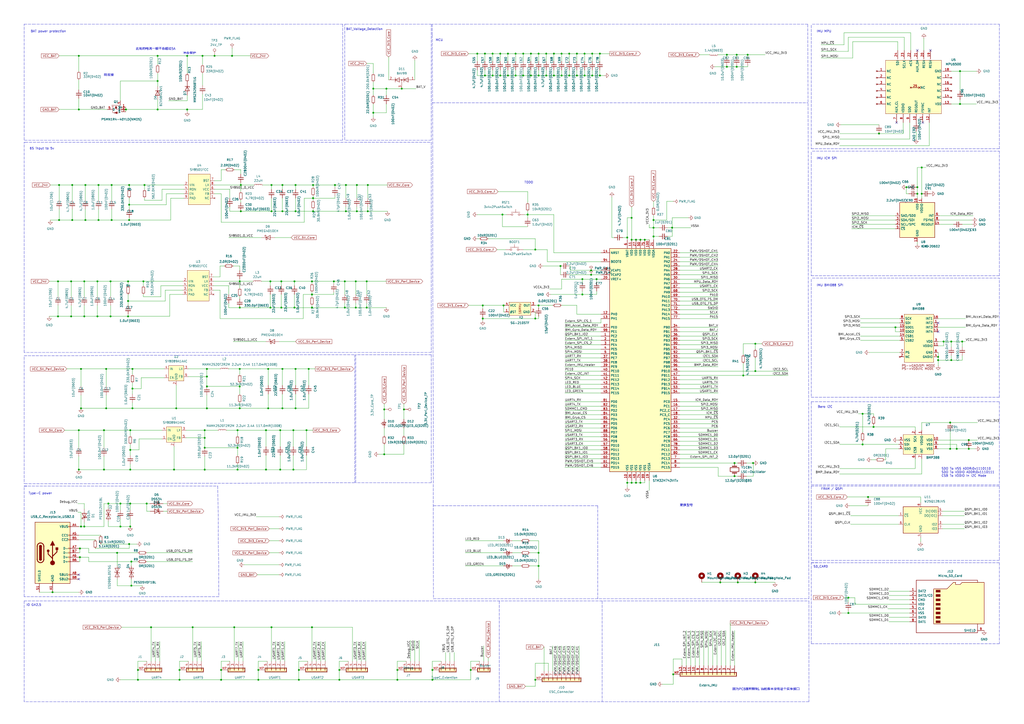
<source format=kicad_sch>
(kicad_sch (version 20211123) (generator eeschema)
  (paper "A2")
  (title_block (title "NxtPX4") (date "2022-12-27") (rev "V1.0") (company "HKUST Khalil"))
  (lib_symbols
    (symbol "Conn_01x04_Shielded_1" (pin_names (offset 1.016) hide)
      (property "Reference" "J1" (at -7.62 -8.89 90))
      (property "Value" "UART4" (at -1.27 -3.81 90))
      (symbol "Conn_01x04_Shielded_1_1_1"
        (pin passive line (at -5.08 2.54 0) (length 4.064) (name "Pin_1") (number "1"))
        (pin passive line (at -5.08 0 0) (length 4.064) (name "Pin_2") (number "2"))
        (pin passive line (at -5.08 -2.54 0) (length 4.064) (name "Pin_3") (number "3"))
        (pin passive line (at -5.08 -5.08 0) (length 4.064) (name "Pin_4") (number "4"))
        (pin passive line (at 0 -10.16 90) (length 3.81) (name "Shield") (number "MP"))
      )
    )
    (symbol "Conn_01x04_Shielded_2" (pin_names (offset 1.016) hide)
      (property "Reference" "J7" (at 3.175 -3.81 90))
      (property "Value" "Debug" (at -1.27 -3.81 90))
      (symbol "Conn_01x04_Shielded_2_1_1"
        (pin passive line (at -5.08 2.54 0) (length 4.064) (name "Pin_1") (number "1"))
        (pin passive line (at -5.08 0 0) (length 4.064) (name "Pin_2") (number "2"))
        (pin passive line (at -5.08 -2.54 0) (length 4.064) (name "Pin_3") (number "3"))
        (pin passive line (at -5.08 -5.08 0) (length 4.064) (name "Pin_4") (number "4"))
        (pin passive line (at 0 -10.16 90) (length 3.81) (name "Shield") (number "MP"))
      )
    )
    (symbol "Conn_01x05_Shielded_1" (pin_names (offset 1.016) hide)
      (property "Reference" "J4" (at 0 -3.81 90))
      (property "Value" "Conn_01x05_Shielded" (at 6.985 -5.715 90))
      (symbol "Conn_01x05_Shielded_1_1_1"
        (pin passive line (at -5.08 5.08 0) (length 4.064) (name "Pin_1") (number "1"))
        (pin passive line (at -5.08 2.54 0) (length 4.064) (name "Pin_2") (number "2"))
        (pin passive line (at -5.08 0 0) (length 4.064) (name "Pin_3") (number "3"))
        (pin passive line (at -5.08 -2.54 0) (length 4.064) (name "Pin_4") (number "4"))
        (pin passive line (at -5.08 -5.08 0) (length 4.064) (name "Pin_5") (number "5"))
        (pin passive line (at 0 -10.16 90) (length 3.81) (name "Shield") (number "MP"))
      )
    )
    (symbol "Connector:Micro_SD_Card" (pin_names (offset 1.016))
      (property "Reference" "J" (at -16.51 15.24 0))
      (property "Value" "Micro_SD_Card" (at 16.51 15.24 0))
      (symbol "Micro_SD_Card_1_1"
        (pin bidirectional line (at -22.86 7.62 0) (length 3.81) (name "DAT2") (number "1"))
        (pin bidirectional line (at -22.86 5.08 0) (length 3.81) (name "DAT3/CD") (number "2"))
        (pin input line (at -22.86 2.54 0) (length 3.81) (name "CMD") (number "3"))
        (pin power_in line (at -22.86 0 0) (length 3.81) (name "VDD") (number "4"))
        (pin input line (at -22.86 -2.54 0) (length 3.81) (name "CLK") (number "5"))
        (pin power_in line (at -22.86 -5.08 0) (length 3.81) (name "VSS") (number "6"))
        (pin bidirectional line (at -22.86 -7.62 0) (length 3.81) (name "DAT0") (number "7"))
        (pin bidirectional line (at -22.86 -10.16 0) (length 3.81) (name "DAT1") (number "8"))
        (pin passive line (at 20.32 -15.24 180) (length 3.81) (name "SHIELD") (number "9"))
      )
    )
    (symbol "Connector:TestPoint" (pin_numbers hide) (pin_names (offset 0.762) hide)
      (property "Reference" "TP" (at 0 6.858 0))
      (property "Value" "TestPoint" (at 0 5.08 0))
      (symbol "TestPoint_1_1"
        (pin passive line (at 0 0 90) (length 2.54) (name "1") (number "1"))
      )
    )
    (symbol "Connector:USB_C_Receptacle_USB2.0" (pin_names (offset 1.016))
      (property "Reference" "J" (at -10.16 19.05 0))
      (property "Value" "USB_C_Receptacle_USB2.0" (at 19.05 19.05 0))
      (symbol "USB_C_Receptacle_USB2.0_1_1"
        (pin passive line (at 0 -22.86 90) (length 5.08) (name "GND") (number "A1"))
        (pin passive line (at 0 -22.86 90) (length 5.08) hide (name "GND") (number "A12"))
        (pin passive line (at 15.24 15.24 180) (length 5.08) (name "VBUS") (number "A4"))
        (pin bidirectional line (at 15.24 10.16 180) (length 5.08) (name "CC1") (number "A5"))
        (pin bidirectional line (at 15.24 -2.54 180) (length 5.08) (name "D+") (number "A6"))
        (pin bidirectional line (at 15.24 2.54 180) (length 5.08) (name "D-") (number "A7"))
        (pin bidirectional line (at 15.24 -12.7 180) (length 5.08) (name "SBU1") (number "A8"))
        (pin passive line (at 15.24 15.24 180) (length 5.08) hide (name "VBUS") (number "A9"))
        (pin passive line (at 0 -22.86 90) (length 5.08) hide (name "GND") (number "B1"))
        (pin passive line (at 0 -22.86 90) (length 5.08) hide (name "GND") (number "B12"))
        (pin passive line (at 15.24 15.24 180) (length 5.08) hide (name "VBUS") (number "B4"))
        (pin bidirectional line (at 15.24 7.62 180) (length 5.08) (name "CC2") (number "B5"))
        (pin bidirectional line (at 15.24 -5.08 180) (length 5.08) (name "D+") (number "B6"))
        (pin bidirectional line (at 15.24 0 180) (length 5.08) (name "D-") (number "B7"))
        (pin bidirectional line (at 15.24 -15.24 180) (length 5.08) (name "SBU2") (number "B8"))
        (pin passive line (at 15.24 15.24 180) (length 5.08) hide (name "VBUS") (number "B9"))
        (pin passive line (at -7.62 -22.86 90) (length 5.08) (name "SHIELD") (number "S1"))
      )
    )
    (symbol "Connector_Generic_Shielded:Conn_01x03_Shielded" (pin_names (offset 1.016) hide)
      (property "Reference" "J9" (at 5.08 -5.08 90))
      (property "Value" "Buzzer" (at -2.54 -2.54 90))
      (symbol "Conn_01x03_Shielded_1_1"
        (pin passive line (at -5.08 2.54 0) (length 4.064) (name "Pin_1") (number "1"))
        (pin passive line (at -5.08 0 0) (length 4.064) (name "Pin_2") (number "2"))
        (pin passive line (at -5.08 -2.54 0) (length 4.064) (name "Pin_3") (number "3"))
        (pin passive line (at 0 -7.62 90) (length 3.81) (name "Shield") (number "MP"))
      )
    )
    (symbol "Connector_Generic_Shielded:Conn_01x04_Shielded" (pin_names (offset 1.016) hide)
      (property "Reference" "J8" (at -1.27 -4.445 90))
      (property "Value" "TypeC_Extention" (at 4.445 -3.175 90))
      (symbol "Conn_01x04_Shielded_1_1"
        (pin passive line (at -5.08 2.54 0) (length 4.064) (name "Pin_1") (number "1"))
        (pin passive line (at -5.08 0 0) (length 4.064) (name "Pin_2") (number "2"))
        (pin passive line (at -5.08 -2.54 0) (length 4.064) (name "Pin_3") (number "3"))
        (pin passive line (at -5.08 -5.08 0) (length 4.064) (name "Pin_4") (number "4"))
        (pin passive line (at 0 -10.16 90) (length 3.81) (name "Shield") (number "MP"))
      )
    )
    (symbol "Connector_Generic_Shielded:Conn_01x09_Shielded" (pin_names (offset 1.016) hide)
      (property "Reference" "J10" (at 0 -4.445 90))
      (property "Value" "Conn_01x09_Shielded" (at 3.81 -6.985 90))
      (symbol "Conn_01x09_Shielded_1_1"
        (pin passive line (at -5.08 10.16 0) (length 4.064) (name "Pin_1") (number "1"))
        (pin passive line (at -5.08 7.62 0) (length 4.064) (name "Pin_2") (number "2"))
        (pin passive line (at -5.08 5.08 0) (length 4.064) (name "Pin_3") (number "3"))
        (pin passive line (at -5.08 2.54 0) (length 4.064) (name "Pin_4") (number "4"))
        (pin passive line (at -5.08 0 0) (length 4.064) (name "Pin_5") (number "5"))
        (pin passive line (at -5.08 -2.54 0) (length 4.064) (name "Pin_6") (number "6"))
        (pin passive line (at -5.08 -5.08 0) (length 4.064) (name "Pin_7") (number "7"))
        (pin passive line (at -5.08 -7.62 0) (length 4.064) (name "Pin_8") (number "8"))
        (pin passive line (at -5.08 -10.16 0) (length 4.064) (name "Pin_9") (number "9"))
        (pin passive line (at 0 -15.24 90) (length 3.81) (name "Shield") (number "MP"))
      )
    )
    (symbol "Connector_Generic_Shielded:Conn_01x13_Shielded" (pin_names (offset 1.016) hide)
      (property "Reference" "J11" (at 0 -4.445 90))
      (property "Value" "Extern_IMU" (at 0 -6.985 90))
      (symbol "Conn_01x13_Shielded_1_1"
        (pin passive line (at -5.08 15.24 0) (length 4.064) (name "Pin_1") (number "1"))
        (pin passive line (at -5.08 -7.62 0) (length 4.064) (name "Pin_10") (number "10"))
        (pin passive line (at -5.08 -10.16 0) (length 4.064) (name "Pin_11") (number "11"))
        (pin passive line (at -5.08 -12.7 0) (length 4.064) (name "Pin_12") (number "12"))
        (pin passive line (at -5.08 -15.24 0) (length 4.064) (name "Pin_13") (number "13"))
        (pin passive line (at -5.08 12.7 0) (length 4.064) (name "Pin_2") (number "2"))
        (pin passive line (at -5.08 10.16 0) (length 4.064) (name "Pin_3") (number "3"))
        (pin passive line (at -5.08 7.62 0) (length 4.064) (name "Pin_4") (number "4"))
        (pin passive line (at -5.08 5.08 0) (length 4.064) (name "Pin_5") (number "5"))
        (pin passive line (at -5.08 2.54 0) (length 4.064) (name "Pin_6") (number "6"))
        (pin passive line (at -5.08 0 0) (length 4.064) (name "Pin_7") (number "7"))
        (pin passive line (at -5.08 -2.54 0) (length 4.064) (name "Pin_8") (number "8"))
        (pin passive line (at -5.08 -5.08 0) (length 4.064) (name "Pin_9") (number "9"))
        (pin passive line (at 0 -20.32 90) (length 3.81) (name "Shield") (number "MP"))
      )
    )
    (symbol "Device:C_Small" (pin_numbers hide) (pin_names (offset 0.254) hide)
      (property "Reference" "C" (at 0.254 1.778 0))
      (property "Value" "C_Small" (at 0.254 -2.032 0))
      (symbol "C_Small_1_1"
        (pin passive line (at 0 2.54 270) (length 2.032) (name "~") (number "1"))
        (pin passive line (at 0 -2.54 90) (length 2.032) (name "~") (number "2"))
      )
    )
    (symbol "Device:D_Schottky" (pin_numbers hide) (pin_names (offset 1.016) hide)
      (property "Reference" "D" (at 0 2.54 0))
      (property "Value" "D_Schottky" (at 0 -2.54 0))
      (symbol "D_Schottky_1_1"
        (pin passive line (at -3.81 0 0) (length 2.54) (name "K") (number "1"))
        (pin passive line (at 3.81 0 180) (length 2.54) (name "A") (number "2"))
      )
    )
    (symbol "Device:D_Zener" (pin_numbers hide) (pin_names (offset 1.016) hide)
      (property "Reference" "D" (at 0 2.54 0))
      (property "Value" "D_Zener" (at 0 -2.54 0))
      (symbol "D_Zener_1_1"
        (pin passive line (at -3.81 0 0) (length 2.54) (name "K") (number "1"))
        (pin passive line (at 3.81 0 180) (length 2.54) (name "A") (number "2"))
      )
    )
    (symbol "Device:LED_Small" (pin_numbers hide) (pin_names (offset 0.254) hide)
      (property "Reference" "D" (at -1.27 3.175 0))
      (property "Value" "LED_Small" (at -4.445 -2.54 0))
      (symbol "LED_Small_1_1"
        (pin passive line (at -2.54 0 0) (length 1.778) (name "K") (number "1"))
        (pin passive line (at 2.54 0 180) (length 1.778) (name "A") (number "2"))
      )
    )
    (symbol "Device:L_Small" (pin_numbers hide) (pin_names (offset 0.254) hide)
      (property "Reference" "L" (at 0.762 1.016 0))
      (property "Value" "L_Small" (at 0.762 -1.016 0))
      (symbol "L_Small_1_1"
        (pin passive line (at 0 2.54 270) (length 0.508) (name "~") (number "1"))
        (pin passive line (at 0 -2.54 90) (length 0.508) (name "~") (number "2"))
      )
    )
    (symbol "Device:R_Small" (pin_numbers hide) (pin_names (offset 0.254) hide)
      (property "Reference" "R" (at 0.762 0.508 0))
      (property "Value" "R_Small" (at 0.762 -1.016 0))
      (symbol "R_Small_1_1"
        (pin passive line (at 0 2.54 270) (length 0.762) (name "~") (number "1"))
        (pin passive line (at 0 -2.54 90) (length 0.762) (name "~") (number "2"))
      )
    )
    (symbol "Diode:BAV99" (pin_names hide)
      (property "Reference" "D" (at 0 5.08 0))
      (property "Value" "BAV99" (at 0 2.54 0))
      (symbol "BAV99_1_1"
        (pin passive line (at -7.62 0 0) (length 2.54) (name "K") (number "1"))
        (pin passive line (at 7.62 0 180) (length 2.54) (name "A") (number "2"))
        (pin passive line (at 0 -5.08 90) (length 2.54) (name "K") (number "3"))
      )
    )
    (symbol "Diode:ESD9B5.0ST5G" (pin_numbers hide) (pin_names (offset 1.016) hide)
      (property "Reference" "D" (at 0 2.54 0))
      (property "Value" "ESD9B5.0ST5G" (at 0 -2.54 0))
      (symbol "ESD9B5.0ST5G_1_1"
        (pin passive line (at -3.81 0 0) (length 2.54) (name "A1") (number "1"))
        (pin passive line (at 3.81 0 180) (length 2.54) (name "A2") (number "2"))
      )
    )
    (symbol "Diode:PMEG4010EH" (pin_numbers hide) (pin_names hide)
      (property "Reference" "D" (at 0 2.54 0))
      (property "Value" "PMEG4010EH" (at 0 -2.54 0))
      (symbol "PMEG4010EH_1_1"
        (pin passive line (at -3.81 0 0) (length 2.54) (name "K") (number "1"))
        (pin passive line (at 3.81 0 180) (length 2.54) (name "A") (number "2"))
      )
    )
    (symbol "MCU_ST_STM32H7:STM32H743VITx"
      (property "Reference" "U" (at -17.78 64.77 0))
      (property "Value" "STM32H743VITx" (at 10.16 64.77 0))
      (symbol "STM32H743VITx_1_1"
        (pin bidirectional line (at -22.86 12.7 0) (length 5.08) (name "PE2") (number "1"))
        (pin power_in line (at -7.62 -71.12 90) (length 5.08) (name "VSS") (number "10"))
        (pin power_in line (at 5.08 68.58 270) (length 5.08) (name "VDD") (number "100"))
        (pin power_in line (at -5.08 68.58 270) (length 5.08) (name "VDD") (number "11"))
        (pin input line (at -22.86 25.4 0) (length 5.08) (name "PH0") (number "12"))
        (pin input line (at -22.86 22.86 0) (length 5.08) (name "PH1") (number "13"))
        (pin input line (at -22.86 60.96 0) (length 5.08) (name "NRST") (number "14"))
        (pin bidirectional line (at 22.86 -25.4 180) (length 5.08) (name "PC0") (number "15"))
        (pin bidirectional line (at 22.86 -27.94 180) (length 5.08) (name "PC1") (number "16"))
        (pin bidirectional line (at 22.86 -30.48 180) (length 5.08) (name "PC2_C") (number "17"))
        (pin bidirectional line (at 22.86 -33.02 180) (length 5.08) (name "PC3_C") (number "18"))
        (pin power_in line (at 5.08 -71.12 90) (length 5.08) (name "VSSA") (number "19"))
        (pin bidirectional line (at -22.86 10.16 0) (length 5.08) (name "PE3") (number "2"))
        (pin bidirectional line (at -22.86 45.72 0) (length 5.08) (name "VREF+") (number "20"))
        (pin power_in line (at 7.62 68.58 270) (length 5.08) (name "VDDA") (number "21"))
        (pin bidirectional line (at 22.86 60.96 180) (length 5.08) (name "PA0") (number "22"))
        (pin bidirectional line (at 22.86 58.42 180) (length 5.08) (name "PA1") (number "23"))
        (pin bidirectional line (at 22.86 55.88 180) (length 5.08) (name "PA2") (number "24"))
        (pin bidirectional line (at 22.86 53.34 180) (length 5.08) (name "PA3") (number "25"))
        (pin power_in line (at -5.08 -71.12 90) (length 5.08) (name "VSS") (number "26"))
        (pin power_in line (at -2.54 68.58 270) (length 5.08) (name "VDD") (number "27"))
        (pin bidirectional line (at 22.86 50.8 180) (length 5.08) (name "PA4") (number "28"))
        (pin bidirectional line (at 22.86 48.26 180) (length 5.08) (name "PA5") (number "29"))
        (pin bidirectional line (at -22.86 7.62 0) (length 5.08) (name "PE4") (number "3"))
        (pin bidirectional line (at 22.86 45.72 180) (length 5.08) (name "PA6") (number "30"))
        (pin bidirectional line (at 22.86 43.18 180) (length 5.08) (name "PA7") (number "31"))
        (pin bidirectional line (at 22.86 -35.56 180) (length 5.08) (name "PC4") (number "32"))
        (pin bidirectional line (at 22.86 -38.1 180) (length 5.08) (name "PC5") (number "33"))
        (pin bidirectional line (at 22.86 17.78 180) (length 5.08) (name "PB0") (number "34"))
        (pin bidirectional line (at 22.86 15.24 180) (length 5.08) (name "PB1") (number "35"))
        (pin bidirectional line (at 22.86 12.7 180) (length 5.08) (name "PB2") (number "36"))
        (pin bidirectional line (at -22.86 0 0) (length 5.08) (name "PE7") (number "37"))
        (pin bidirectional line (at -22.86 -2.54 0) (length 5.08) (name "PE8") (number "38"))
        (pin bidirectional line (at -22.86 -5.08 0) (length 5.08) (name "PE9") (number "39"))
        (pin bidirectional line (at -22.86 5.08 0) (length 5.08) (name "PE5") (number "4"))
        (pin bidirectional line (at -22.86 -7.62 0) (length 5.08) (name "PE10") (number "40"))
        (pin bidirectional line (at -22.86 -10.16 0) (length 5.08) (name "PE11") (number "41"))
        (pin bidirectional line (at -22.86 -12.7 0) (length 5.08) (name "PE12") (number "42"))
        (pin bidirectional line (at -22.86 -15.24 0) (length 5.08) (name "PE13") (number "43"))
        (pin bidirectional line (at -22.86 -17.78 0) (length 5.08) (name "PE14") (number "44"))
        (pin bidirectional line (at -22.86 -20.32 0) (length 5.08) (name "PE15") (number "45"))
        (pin bidirectional line (at 22.86 -7.62 180) (length 5.08) (name "PB10") (number "46"))
        (pin bidirectional line (at 22.86 -10.16 180) (length 5.08) (name "PB11") (number "47"))
        (pin power_in line (at -22.86 50.8 0) (length 5.08) (name "VCAP1") (number "48"))
        (pin power_in line (at -2.54 -71.12 90) (length 5.08) (name "VSS") (number "49"))
        (pin bidirectional line (at -22.86 2.54 0) (length 5.08) (name "PE6") (number "5"))
        (pin power_in line (at 0 68.58 270) (length 5.08) (name "VDD") (number "50"))
        (pin bidirectional line (at 22.86 -12.7 180) (length 5.08) (name "PB12") (number "51"))
        (pin bidirectional line (at 22.86 -15.24 180) (length 5.08) (name "PB13") (number "52"))
        (pin bidirectional line (at 22.86 -17.78 180) (length 5.08) (name "PB14") (number "53"))
        (pin bidirectional line (at 22.86 -20.32 180) (length 5.08) (name "PB15") (number "54"))
        (pin bidirectional line (at -22.86 -45.72 0) (length 5.08) (name "PD8") (number "55"))
        (pin bidirectional line (at -22.86 -48.26 0) (length 5.08) (name "PD9") (number "56"))
        (pin bidirectional line (at -22.86 -50.8 0) (length 5.08) (name "PD10") (number "57"))
        (pin bidirectional line (at -22.86 -53.34 0) (length 5.08) (name "PD11") (number "58"))
        (pin bidirectional line (at -22.86 -55.88 0) (length 5.08) (name "PD12") (number "59"))
        (pin power_in line (at -7.62 68.58 270) (length 5.08) (name "VBAT") (number "6"))
        (pin bidirectional line (at -22.86 -58.42 0) (length 5.08) (name "PD13") (number "60"))
        (pin bidirectional line (at -22.86 -60.96 0) (length 5.08) (name "PD14") (number "61"))
        (pin bidirectional line (at -22.86 -63.5 0) (length 5.08) (name "PD15") (number "62"))
        (pin bidirectional line (at 22.86 -40.64 180) (length 5.08) (name "PC6") (number "63"))
        (pin bidirectional line (at 22.86 -43.18 180) (length 5.08) (name "PC7") (number "64"))
        (pin bidirectional line (at 22.86 -45.72 180) (length 5.08) (name "PC8") (number "65"))
        (pin bidirectional line (at 22.86 -48.26 180) (length 5.08) (name "PC9") (number "66"))
        (pin bidirectional line (at 22.86 40.64 180) (length 5.08) (name "PA8") (number "67"))
        (pin bidirectional line (at 22.86 38.1 180) (length 5.08) (name "PA9") (number "68"))
        (pin bidirectional line (at 22.86 35.56 180) (length 5.08) (name "PA10") (number "69"))
        (pin bidirectional line (at 22.86 -58.42 180) (length 5.08) (name "PC13") (number "7"))
        (pin bidirectional line (at 22.86 33.02 180) (length 5.08) (name "PA11") (number "70"))
        (pin bidirectional line (at 22.86 30.48 180) (length 5.08) (name "PA12") (number "71"))
        (pin bidirectional line (at 22.86 27.94 180) (length 5.08) (name "PA13") (number "72"))
        (pin power_in line (at -22.86 48.26 0) (length 5.08) (name "VCAP2") (number "73"))
        (pin power_in line (at 0 -71.12 90) (length 5.08) (name "VSS") (number "74"))
        (pin power_in line (at 2.54 68.58 270) (length 5.08) (name "VDD") (number "75"))
        (pin bidirectional line (at 22.86 25.4 180) (length 5.08) (name "PA14") (number "76"))
        (pin bidirectional line (at 22.86 22.86 180) (length 5.08) (name "PA15") (number "77"))
        (pin bidirectional line (at 22.86 -50.8 180) (length 5.08) (name "PC10") (number "78"))
        (pin bidirectional line (at 22.86 -53.34 180) (length 5.08) (name "PC11") (number "79"))
        (pin bidirectional line (at 22.86 -60.96 180) (length 5.08) (name "PC14") (number "8"))
        (pin bidirectional line (at 22.86 -55.88 180) (length 5.08) (name "PC12") (number "80"))
        (pin bidirectional line (at -22.86 -25.4 0) (length 5.08) (name "PD0") (number "81"))
        (pin bidirectional line (at -22.86 -27.94 0) (length 5.08) (name "PD1") (number "82"))
        (pin bidirectional line (at -22.86 -30.48 0) (length 5.08) (name "PD2") (number "83"))
        (pin bidirectional line (at -22.86 -33.02 0) (length 5.08) (name "PD3") (number "84"))
        (pin bidirectional line (at -22.86 -35.56 0) (length 5.08) (name "PD4") (number "85"))
        (pin bidirectional line (at -22.86 -38.1 0) (length 5.08) (name "PD5") (number "86"))
        (pin bidirectional line (at -22.86 -40.64 0) (length 5.08) (name "PD6") (number "87"))
        (pin bidirectional line (at -22.86 -43.18 0) (length 5.08) (name "PD7") (number "88"))
        (pin bidirectional line (at 22.86 10.16 180) (length 5.08) (name "PB3") (number "89"))
        (pin bidirectional line (at 22.86 -63.5 180) (length 5.08) (name "PC15") (number "9"))
        (pin bidirectional line (at 22.86 7.62 180) (length 5.08) (name "PB4") (number "90"))
        (pin bidirectional line (at 22.86 5.08 180) (length 5.08) (name "PB5") (number "91"))
        (pin bidirectional line (at 22.86 2.54 180) (length 5.08) (name "PB6") (number "92"))
        (pin bidirectional line (at 22.86 0 180) (length 5.08) (name "PB7") (number "93"))
        (pin input line (at -22.86 55.88 0) (length 5.08) (name "BOOT0") (number "94"))
        (pin bidirectional line (at 22.86 -2.54 180) (length 5.08) (name "PB8") (number "95"))
        (pin bidirectional line (at 22.86 -5.08 180) (length 5.08) (name "PB9") (number "96"))
        (pin bidirectional line (at -22.86 17.78 0) (length 5.08) (name "PE0") (number "97"))
        (pin bidirectional line (at -22.86 15.24 0) (length 5.08) (name "PE1") (number "98"))
        (pin power_in line (at 2.54 -71.12 90) (length 5.08) (name "VSS") (number "99"))
      )
    )
    (symbol "Mechanical:MountingHole_Pad" (pin_numbers hide) (pin_names (offset 1.016) hide)
      (property "Reference" "H" (at 0 6.35 0))
      (property "Value" "MountingHole_Pad" (at 0 4.445 0))
      (symbol "MountingHole_Pad_1_1"
        (pin input line (at 0 -2.54 90) (length 2.54) (name "1") (number "1"))
      )
    )
    (symbol "Memory_Flash:W25Q128JVS"
      (property "Reference" "U" (at -8.89 8.89 0))
      (property "Value" "W25Q128JVS" (at 7.62 8.89 0))
      (symbol "W25Q128JVS_1_1"
        (pin input line (at -12.7 2.54 0) (length 2.54) (name "~{CS}") (number "1"))
        (pin bidirectional line (at 12.7 2.54 180) (length 2.54) (name "DO(IO1)") (number "2"))
        (pin bidirectional line (at 12.7 -2.54 180) (length 2.54) (name "IO2") (number "3"))
        (pin power_in line (at 0 -10.16 90) (length 2.54) (name "GND") (number "4"))
        (pin bidirectional line (at 12.7 5.08 180) (length 2.54) (name "DI(IO0)") (number "5"))
        (pin input line (at -12.7 -2.54 0) (length 2.54) (name "CLK") (number "6"))
        (pin bidirectional line (at 12.7 -5.08 180) (length 2.54) (name "IO3") (number "7"))
        (pin power_in line (at 0 10.16 270) (length 2.54) (name "VCC") (number "8"))
      )
    )
    (symbol "NxtPX4_Symbol:BMI088"
      (property "Reference" "U" (at -0.635 0 0))
      (property "Value" "BMI088" (at -0.635 15.875 0))
      (symbol "BMI088_0_0"
        (text "PS->GND:SPI MODE" (at -0.635 -16.51 0) (effects (font (size 1.27 1.27))))
        (text "PS->VDD:IIC MODE" (at -1.016 -18.288 0) (effects (font (size 1.27 1.27))))
      )
      (symbol "BMI088_1_1"
        (pin output line (at 10.795 8.255 180) (length 2.54) (name "INT2") (number "1"))
        (pin bidirectional line (at -11.43 3.175 0) (length 2.54) (name "SDO2") (number "10"))
        (pin input line (at 10.795 -5.08 180) (length 2.54) (name "VDDIO") (number "11"))
        (pin output line (at 10.795 5.715 180) (length 2.54) (name "INT3") (number "12"))
        (pin output line (at 10.795 3.175 180) (length 2.54) (name "INT4") (number "13"))
        (pin input line (at -11.43 0.635 0) (length 2.54) (name "CSB1") (number "14"))
        (pin bidirectional line (at -11.43 5.715 0) (length 2.54) (name "SDO1") (number "15"))
        (pin output line (at 10.795 10.795 180) (length 2.54) (name "INT1") (number "16"))
        (pin no_connect line (at -11.43 -11.43 0) (length 2.54) (name "NC") (number "2"))
        (pin input line (at 10.795 -2.54 180) (length 2.54) (name "VDD") (number "3"))
        (pin input line (at 10.795 -11.43 180) (length 2.54) (name "GNDIO") (number "4"))
        (pin input line (at -11.43 -1.905 0) (length 2.54) (name "CSB2") (number "5"))
        (pin input line (at 10.795 -8.89 180) (length 2.54) (name "GND") (number "6"))
        (pin input line (at -11.43 -8.89 0) (length 2.54) (name "PS") (number "7"))
        (pin input line (at -11.43 10.795 0) (length 2.54) (name "SCK") (number "8"))
        (pin bidirectional line (at -11.43 8.255 0) (length 2.54) (name "SDI") (number "9"))
      )
    )
    (symbol "NxtPX4_Symbol:BMP388"
      (property "Reference" "U" (at -0.254 -2.286 0))
      (property "Value" "BMP388" (at -10.668 7.366 0))
      (symbol "BMP388_1_1"
        (pin input line (at 1.905 5.715 270) (length 2.54) (name "VDDIO") (number "1"))
        (pin input line (at 11.43 0 180) (length 2.54) (name "VDD") (number "10"))
        (pin input line (at -1.905 5.715 270) (length 2.54) (name "SCK") (number "2"))
        (pin input line (at -11.43 0 0) (length 2.54) (name "VSS") (number "3"))
        (pin bidirectional line (at -11.43 -2.54 0) (length 2.54) (name "SDI") (number "4"))
        (pin bidirectional line (at -11.43 -5.08 0) (length 2.54) (name "SDO") (number "5"))
        (pin input line (at -1.905 -10.795 90) (length 2.54) (name "CSB") (number "6"))
        (pin bidirectional line (at 1.905 -10.795 90) (length 2.54) (name "INT") (number "7"))
        (pin input line (at 11.43 -5.08 180) (length 2.54) (name "VSS") (number "8"))
        (pin input line (at 11.43 -2.54 180) (length 2.54) (name "VSS") (number "9"))
      )
    )
    (symbol "NxtPX4_Symbol:LSE-Oscillator" (pin_numbers hide) (pin_names (offset 1.016) hide)
      (property "Reference" "Y?" (at -3.3274 -1.1684 90))
      (property "Value" "LSE-Oscillator" (at 10.16 -5.08 0))
      (symbol "LSE-Oscillator_1_1"
        (pin passive line (at -3.81 0 0) (length 1.27) (name "1") (number "1"))
        (pin passive line (at 3.81 0 180) (length 1.27) (name "2") (number "2"))
      )
    )
    (symbol "NxtPX4_Symbol:MPU6500"
      (property "Reference" "U" (at -10.795 22.225 0))
      (property "Value" "MPU6500" (at -0.635 4.445 0))
      (property "Footprint" "Package_DFN_QFN:QFN-24-1EP_3x3mm_P0.4mm_EP1.75x1.6mm" (at -5.08 26.67 0))
      (symbol "MPU6500_1_1"
        (pin no_connect line (at -21.59 9.525 0) (length 5.08) (name "NC") (number "1"))
        (pin input line (at 1.27 -20.32 90) (length 5.08) (name "REGOUT") (number "10"))
        (pin input line (at 5.08 -20.32 90) (length 5.08) (name "FSYNC") (number "11"))
        (pin output line (at 8.89 -20.32 90) (length 5.08) (name "INT") (number "12"))
        (pin input line (at 21.59 -9.525 180) (length 5.08) (name "VDD") (number "13"))
        (pin no_connect line (at 21.59 -5.715 180) (length 5.08) (name "NC") (number "14"))
        (pin no_connect line (at 21.59 -1.905 180) (length 5.08) (name "NC") (number "15"))
        (pin no_connect line (at 21.59 1.905 180) (length 5.08) (name "NC") (number "16"))
        (pin no_connect line (at 21.59 5.715 180) (length 5.08) (name "NC") (number "17"))
        (pin input line (at 21.59 9.525 180) (length 5.08) (name "GND") (number "18"))
        (pin input line (at 9.525 21.59 270) (length 5.08) (name "RESV") (number "19"))
        (pin no_connect line (at -21.59 5.715 0) (length 5.08) (name "NC") (number "2"))
        (pin input line (at 5.715 21.59 270) (length 5.08) (name "RESV") (number "20"))
        (pin input line (at 1.905 21.59 270) (length 5.08) (name "AUX_DA") (number "21"))
        (pin input line (at -1.905 21.59 270) (length 5.08) (name "nCS") (number "22"))
        (pin input line (at -5.715 21.59 270) (length 5.08) (name "SCLK") (number "23"))
        (pin input line (at -9.525 21.59 270) (length 5.08) (name "SDI") (number "24"))
        (pin no_connect non_logic (at -1.905 0 0) (length 5.08) (name "NC") (number "25"))
        (pin no_connect line (at -21.59 1.905 0) (length 5.08) (name "NC") (number "3"))
        (pin no_connect line (at -21.59 -1.905 0) (length 5.08) (name "NC") (number "4"))
        (pin no_connect line (at -21.59 -5.715 0) (length 5.08) (name "NC") (number "5"))
        (pin no_connect line (at -21.59 -9.525 0) (length 5.08) (name "NC") (number "6"))
        (pin input line (at -10.16 -20.32 90) (length 5.08) (name "AUX_CL") (number "7"))
        (pin input line (at -6.35 -20.32 90) (length 5.08) (name "VDDIO") (number "8"))
        (pin output line (at -2.54 -20.32 90) (length 5.08) (name "SDO") (number "9"))
      )
    )
    (symbol "NxtPX4_Symbol:PSMN1R4-40YLD(NMOS)"
      (property "Reference" "Q" (at 1.27 -0.635 0))
      (property "Value" "PSMN1R4-40YLD(NMOS)" (at 0.635 4.445 0))
      (symbol "PSMN1R4-40YLD(NMOS)_1_1"
        (pin input line (at 6.35 -6.35 180) (length 2.54) (name "S") (number "1"))
        (pin input line (at 6.35 -7.62 180) (length 2.54) (name "S") (number "2"))
        (pin input line (at 6.35 -8.89 180) (length 2.54) (name "S") (number "3"))
        (pin input line (at 3.175 -2.54 270) (length 2.54) (name "G") (number "4"))
        (pin input line (at -4.445 -7.62 0) (length 2.54) (name "D") (number "5"))
      )
    )
    (symbol "NxtPX4_Symbol:SG-210STF"
      (property "Reference" "Y?" (at 0 0 0))
      (property "Value" "SG-210STF" (at 0.508 5.842 0))
      (symbol "SG-210STF_0_0"
        (text "16MHz" (at 0 0 900) (effects (font (size 1.27 1.27))))
      )
      (symbol "SG-210STF_1_1"
        (pin input line (at -8.89 -1.905 0) (length 2.54) (name "#ST") (number "1"))
        (pin input line (at 8.89 -1.905 180) (length 2.54) (name "GND") (number "2"))
        (pin input line (at 8.89 1.905 180) (length 2.54) (name "OUT") (number "3"))
        (pin input line (at -8.89 1.905 0) (length 2.54) (name "VCC") (number "4"))
      )
    )
    (symbol "NxtPX4_Symbol:SY8089A1AAC"
      (property "Reference" "U" (at 0 -0.635 0))
      (property "Value" "SY8089A1AAC" (at 0 1.905 0))
      (symbol "SY8089A1AAC_1_1"
        (pin input line (at -6.35 -10.795 0) (length 2.54) (name "EN") (number "1"))
        (pin input line (at 0.635 -15.24 90) (length 2.54) (name "GND") (number "2"))
        (pin output line (at 7.62 -5.715 180) (length 2.54) (name "LX") (number "3"))
        (pin input line (at -6.35 -5.715 0) (length 2.54) (name "IN") (number "4"))
        (pin input line (at 7.62 -10.16 180) (length 2.54) (name "FB") (number "5"))
      )
    )
    (symbol "NxtPX4_Symbol:SY8501FCC"
      (property "Reference" "U" (at 6.35 -8.255 0))
      (property "Value" "SY8501FCC" (at 0 0.635 0))
      (symbol "SY8501FCC_1_1"
        (pin no_connect line (at 15.24 -15.24 180) (length 2.54) (name "NC") (number "1"))
        (pin input line (at -2.54 -7.62 0) (length 2.54) (name "VIN") (number "2"))
        (pin input line (at -2.54 -12.7 0) (length 2.54) (name "EN") (number "3"))
        (pin input line (at -2.54 -10.16 0) (length 2.54) (name "RON") (number "4"))
        (pin input line (at 15.24 -12.7 180) (length 2.54) (name "FB") (number "5"))
        (pin output line (at 15.24 -10.16 180) (length 2.54) (name "VCC") (number "6"))
        (pin output line (at 15.24 -5.08 180) (length 2.54) (name "BST") (number "7"))
        (pin output line (at 15.24 -7.62 180) (length 2.54) (name "LX") (number "8"))
        (pin input line (at -2.54 -15.24 0) (length 2.54) (name "PAD") (number "9"))
      )
    )
    (symbol "SY8089A1AAC_1"
      (property "Reference" "U" (at 0 -0.635 0))
      (property "Value" "SY8089A1AAC_1" (at 0 1.905 0))
      (symbol "SY8089A1AAC_1_1_1"
        (pin input line (at -6.35 -10.795 0) (length 2.54) (name "EN") (number "1"))
        (pin input line (at 0.635 -15.24 90) (length 2.54) (name "GND") (number "2"))
        (pin output line (at 7.62 -5.715 180) (length 2.54) (name "LX") (number "3"))
        (pin input line (at -6.35 -5.715 0) (length 2.54) (name "IN") (number "4"))
        (pin input line (at 7.62 -10.16 180) (length 2.54) (name "FB") (number "5"))
      )
    )
    (symbol "SY8501FCC_1"
      (property "Reference" "U" (at 6.35 -8.255 0))
      (property "Value" "SY8501FCC_1" (at 0 0.635 0))
      (symbol "SY8501FCC_1_1_1"
        (pin no_connect line (at 15.24 -15.24 180) (length 2.54) (name "NC") (number "1"))
        (pin input line (at -2.54 -7.62 0) (length 2.54) (name "VIN") (number "2"))
        (pin input line (at -2.54 -12.7 0) (length 2.54) (name "EN") (number "3"))
        (pin input line (at -2.54 -10.16 0) (length 2.54) (name "RON") (number "4"))
        (pin input line (at 15.24 -12.7 180) (length 2.54) (name "FB") (number "5"))
        (pin output line (at 15.24 -10.16 180) (length 2.54) (name "VCC") (number "6"))
        (pin output line (at 15.24 -5.08 180) (length 2.54) (name "BST") (number "7"))
        (pin output line (at 15.24 -7.62 180) (length 2.54) (name "LX") (number "8"))
        (pin input line (at -2.54 -15.24 0) (length 2.54) (name "PAD") (number "9"))
      )
    )
    (symbol "Sensor_Motion:ICM-20602"
      (property "Reference" "U" (at -10.16 11.43 0))
      (property "Value" "ICM-20602" (at 10.16 11.43 0))
      (symbol "ICM-20602_1_1"
        (pin power_in line (at 2.54 12.7 270) (length 2.54) (name "VDDIO") (number "1"))
        (pin passive line (at 0 -12.7 90) (length 2.54) hide (name "GND") (number "10"))
        (pin passive line (at 0 -12.7 90) (length 2.54) hide (name "GND") (number "11"))
        (pin passive line (at 0 -12.7 90) (length 2.54) hide (name "GND") (number "12"))
        (pin power_in line (at 0 -12.7 90) (length 2.54) (name "GND") (number "13"))
        (pin passive line (at 12.7 -2.54 180) (length 2.54) (name "REGOUT") (number "14"))
        (pin passive line (at 0 -12.7 90) (length 2.54) hide (name "GND") (number "15"))
        (pin power_in line (at 0 12.7 270) (length 2.54) (name "VDD") (number "16"))
        (pin input line (at -12.7 -2.54 0) (length 2.54) (name "SCL/SPC") (number "2"))
        (pin bidirectional line (at -12.7 0 0) (length 2.54) (name "SDA/SDI") (number "3"))
        (pin bidirectional line (at -12.7 2.54 0) (length 2.54) (name "SAO/SD0") (number "4"))
        (pin input line (at -12.7 -5.08 0) (length 2.54) (name "~{CS}") (number "5"))
        (pin output line (at 12.7 2.54 180) (length 2.54) (name "INT") (number "6"))
        (pin no_connect line (at -10.16 5.08 0) (length 2.54) hide (name "RESV") (number "7"))
        (pin input line (at 12.7 0 180) (length 2.54) (name "FSYNC") (number "8"))
        (pin passive line (at 0 -12.7 90) (length 2.54) hide (name "GND") (number "9"))
      )
    )
    (symbol "Switch:SW_Push" (pin_numbers hide) (pin_names (offset 1.016) hide)
      (property "Reference" "SW" (at 1.27 2.54 0))
      (property "Value" "SW_Push" (at 0 -1.524 0))
      (symbol "SW_Push_0_1"
        (pin passive line (at -5.08 0 0) (length 2.54) (name "1") (number "1"))
        (pin passive line (at 5.08 0 180) (length 2.54) (name "2") (number "2"))
      )
    )
    (symbol "power:GND" (power) (pin_names (offset 0))
      (property "Value" "GND" (at 0 -3.81 0))
      (symbol "GND_1_1"
        (pin power_in line (at 0 0 270) (length 0) hide (name "GND") (number "1"))
      )
    )
    (symbol "power:PWR_FLAG" (power) (pin_numbers hide) (pin_names (offset 0) hide)
      (property "Value" "PWR_FLAG" (at 0 3.81 0))
      (symbol "PWR_FLAG_0_0"
        (pin power_out line (at 0 0 90) (length 0) (name "pwr") (number "1"))
      )
    )
  )
  (junction (at 519.43 189.865))
  (junction (at 363.855 280.035))
  (junction (at 75.565 305.435))
  (junction (at 500.38 257.81))
  (junction (at 128.27 388.62))
  (junction (at 532.13 112.395))
  (junction (at 149.86 394.335))
  (junction (at 421.64 38.735))
  (junction (at 120.015 213.995))
  (junction (at 312.42 328.295))
  (junction (at 303.53 31.115))
  (junction (at 154.305 249.555))
  (junction (at 48.895 305.435))
  (junction (at 155.575 213.995))
  (junction (at 281.305 31.115))
  (junction (at 290.195 43.815))
  (junction (at 120.015 224.155))
  (junction (at 312.42 43.815))
  (junction (at 60.325 249.555))
  (junction (at 366.395 139.065))
  (junction (at 76.835 213.995))
  (junction (at 91.44 32.385))
  (junction (at 431.165 217.805))
  (junction (at 312.42 177.165))
  (junction (at 46.99 213.995))
  (junction (at 230.505 388.62))
  (junction (at 509.905 77.47))
  (junction (at 171.45 107.315))
  (junction (at 503.555 288.29))
  (junction (at 532.13 108.585))
  (junction (at 427.99 337.82))
  (junction (at 173.355 394.335))
  (junction (at 154.305 272.415))
  (junction (at 551.815 198.12))
  (junction (at 64.135 183.515))
  (junction (at 276.86 31.115))
  (junction (at 173.355 388.62))
  (junction (at 212.725 163.195))
  (junction (at 108.585 32.385))
  (junction (at 207.01 107.315))
  (junction (at 230.505 394.335))
  (junction (at 124.46 32.385))
  (junction (at 339.09 31.115))
  (junction (at 155.575 236.855))
  (junction (at 162.56 272.415))
  (junction (at 325.755 43.815))
  (junction (at 69.85 292.1))
  (junction (at 193.675 163.195))
  (junction (at 206.375 178.435))
  (junction (at 177.8 249.555))
  (junction (at 149.86 388.62))
  (junction (at 80.01 388.62))
  (junction (at 196.85 394.335))
  (junction (at 321.31 43.815))
  (junction (at 120.015 218.44))
  (junction (at 41.91 127.635))
  (junction (at 171.45 122.555))
  (junction (at 379.095 137.16))
  (junction (at 46.99 305.435))
  (junction (at 134.62 32.385))
  (junction (at 294.64 31.115))
  (junction (at 366.395 126.365))
  (junction (at 368.935 139.065))
  (junction (at 64.77 127.635))
  (junction (at 325.12 154.305))
  (junction (at 207.01 122.555))
  (junction (at 554.99 260.35))
  (junction (at 170.18 249.555))
  (junction (at 316.865 43.815))
  (junction (at 312.42 320.675))
  (junction (at 170.815 163.195))
  (junction (at 371.475 280.035))
  (junction (at 170.815 178.435))
  (junction (at 281.305 43.815))
  (junction (at 48.895 163.195))
  (junction (at 347.98 43.815))
  (junction (at 316.865 31.115))
  (junction (at 337.82 161.925))
  (junction (at 69.85 305.435))
  (junction (at 371.475 139.065))
  (junction (at 33.655 163.195))
  (junction (at 117.475 32.385))
  (junction (at 41.91 107.315))
  (junction (at 45.72 32.385))
  (junction (at 280.035 184.785))
  (junction (at 299.085 43.815))
  (junction (at 417.83 337.82))
  (junction (at 118.745 272.415))
  (junction (at 87.63 363.855))
  (junction (at 556.895 41.275))
  (junction (at 57.15 127.635))
  (junction (at 346.075 161.925))
  (junction (at 436.88 268.605))
  (junction (at 534.67 97.155))
  (junction (at 48.895 183.515))
  (junction (at 213.36 107.315))
  (junction (at 100.965 272.415))
  (junction (at 137.795 272.415))
  (junction (at 325.755 31.115))
  (junction (at 426.085 268.605))
  (junction (at 427.355 38.735))
  (junction (at 139.7 122.555))
  (junction (at 162.56 249.555))
  (junction (at 49.53 107.315))
  (junction (at 139.065 178.435))
  (junction (at 212.725 178.435))
  (junction (at 156.845 178.435))
  (junction (at 343.535 31.115))
  (junction (at 500.38 240.03))
  (junction (at 41.275 183.515))
  (junction (at 61.595 236.855))
  (junction (at 157.48 107.315))
  (junction (at 45.72 63.5))
  (junction (at 200.025 178.435))
  (junction (at 492.125 355.6))
  (junction (at 438.15 199.39))
  (junction (at 46.355 318.135))
  (junction (at 118.745 254))
  (junction (at 118.745 259.715))
  (junction (at 544.195 207.01))
  (junction (at 534.67 112.395))
  (junction (at 280.035 177.165))
  (junction (at 57.15 107.315))
  (junction (at 76.835 236.855))
  (junction (at 200.025 163.195))
  (junction (at 363.855 137.795))
  (junction (at 347.98 31.115))
  (junction (at 306.07 124.46))
  (junction (at 104.14 388.62))
  (junction (at 343.535 43.815))
  (junction (at 334.645 31.115))
  (junction (at 56.515 163.195))
  (junction (at 74.93 127.635))
  (junction (at 180.975 163.195))
  (junction (at 334.645 43.815))
  (junction (at 34.29 107.315))
  (junction (at 561.975 255.27))
  (junction (at 139.065 213.995))
  (junction (at 438.15 215.265))
  (junction (at 307.975 43.815))
  (junction (at 75.565 292.1))
  (junction (at 294.64 43.815))
  (junction (at 233.045 51.435))
  (junction (at 120.015 236.855))
  (junction (at 492.125 346.71))
  (junction (at 30.48 343.535))
  (junction (at 60.325 272.415))
  (junction (at 307.975 31.115))
  (junction (at 310.515 144.78))
  (junction (at 290.195 31.115))
  (junction (at 76.2 325.755))
  (junction (at 366.395 280.035))
  (junction (at 45.72 249.555))
  (junction (at 433.705 31.75))
  (junction (at 181.61 122.555))
  (junction (at 291.465 124.46))
  (junction (at 163.195 163.195))
  (junction (at 561.975 260.35))
  (junction (at 75.565 260.985))
  (junction (at 163.195 178.435))
  (junction (at 194.31 107.315))
  (junction (at 163.83 107.315))
  (junction (at 544.195 208.915))
  (junction (at 200.66 122.555))
  (junction (at 74.93 315.595))
  (junction (at 337.82 170.815))
  (junction (at 390.525 391.16))
  (junction (at 181.61 114.935))
  (junction (at 303.53 43.815))
  (junction (at 321.31 31.115))
  (junction (at 80.01 394.335))
  (junction (at 85.09 292.1))
  (junction (at 222.885 263.525))
  (junction (at 180.975 363.855))
  (junction (at 339.09 43.815))
  (junction (at 139.065 224.155))
  (junction (at 389.89 132.08))
  (junction (at 180.975 170.815))
  (junction (at 41.275 163.195))
  (junction (at 171.45 213.995))
  (junction (at 157.48 363.855))
  (junction (at 128.27 394.335))
  (junction (at 234.315 237.49))
  (junction (at 83.185 163.195))
  (junction (at 196.85 388.62))
  (junction (at 222.885 237.49))
  (junction (at 91.44 63.5))
  (junction (at 250.825 388.62))
  (junction (at 111.76 363.855))
  (junction (at 379.095 132.08))
  (junction (at 139.7 107.315))
  (junction (at 170.18 272.415))
  (junction (at 299.085 31.115))
  (junction (at 73.025 63.5))
  (junction (at 76.835 225.425))
  (junction (at 139.065 163.195))
  (junction (at 330.2 31.115))
  (junction (at 224.155 51.435))
  (junction (at 310.515 394.335))
  (junction (at 74.93 118.745))
  (junction (at 206.375 163.195))
  (junction (at 83.82 107.315))
  (junction (at 180.975 178.435))
  (junction (at 213.36 122.555))
  (junction (at 506.73 247.65))
  (junction (at 285.75 43.815))
  (junction (at 108.585 63.5))
  (junction (at 74.295 163.195))
  (junction (at 310.515 184.785))
  (junction (at 330.2 43.815))
  (junction (at 49.53 127.635))
  (junction (at 74.93 107.315))
  (junction (at 33.655 183.515))
  (junction (at 558.165 198.12))
  (junction (at 551.18 260.35))
  (junction (at 61.595 213.995))
  (junction (at 157.48 122.555))
  (junction (at 426.085 276.225))
  (junction (at 427.355 31.75))
  (junction (at 421.64 31.75))
  (junction (at 76.2 339.725))
  (junction (at 216.535 51.435))
  (junction (at 379.095 127.635))
  (junction (at 342.9 159.385))
  (junction (at 547.37 198.12))
  (junction (at 200.66 107.315))
  (junction (at 75.565 249.555))
  (junction (at 56.515 183.515))
  (junction (at 292.1 177.165))
  (junction (at 551.815 208.915))
  (junction (at 250.825 394.335))
  (junction (at 556.895 60.325))
  (junction (at 74.295 174.625))
  (junction (at 171.45 236.855))
  (junction (at 46.99 236.855))
  (junction (at 137.795 249.555))
  (junction (at 67.945 320.675))
  (junction (at 46.355 323.215))
  (junction (at 64.77 107.315))
  (junction (at 525.78 108.585))
  (junction (at 45.72 272.415))
  (junction (at 64.135 163.195))
  (junction (at 74.295 183.515))
  (junction (at 163.83 122.555))
  (junction (at 179.07 213.995))
  (junction (at 156.845 163.195))
  (junction (at 438.15 337.82))
  (junction (at 135.89 363.855))
  (junction (at 368.935 280.035))
  (junction (at 312.42 31.115))
  (junction (at 181.61 107.315))
  (junction (at 91.44 46.99))
  (junction (at 118.745 249.555))
  (junction (at 374.015 139.065))
  (junction (at 163.83 213.995))
  (junction (at 163.83 236.855))
  (junction (at 62.865 292.1))
  (junction (at 551.18 245.11))
  (junction (at 34.29 127.635))
  (junction (at 75.565 272.415))
  (junction (at 104.14 394.335))
  (junction (at 102.235 236.855))
  (junction (at 137.795 259.715))
  (junction (at 342.9 156.845))
  (junction (at 273.05 388.62))
  (junction (at 285.75 31.115))
  (junction (at 216.535 65.405))
  (junction (at 139.065 236.855))
  (no_connect (at 544.195 187.325))
  (no_connect (at 544.195 192.405))
  (no_connect (at 520.065 71.12))
  (no_connect (at 532.13 29.21))
  (no_connect (at 539.75 29.21))
  (no_connect (at 45.72 335.915))
  (no_connect (at 45.72 333.375))
  (no_connect (at 535.305 71.12))
  (wire (pts (xy 175.895 170.815) (xy 175.895 184.785)))
  (wire (pts (xy 76.835 225.425) (xy 76.835 228.6)))
  (wire (pts (xy 547.37 198.12) (xy 551.815 198.12)))
  (wire (pts (xy 321.31 31.115) (xy 325.755 31.115)))
  (wire (pts (xy 120.015 213.995) (xy 120.015 218.44)))
  (wire (pts (xy 60.325 272.415) (xy 75.565 272.415)))
  (wire (pts (xy 316.865 40.64) (xy 316.865 43.815)))
  (wire (pts (xy 521.335 304.165) (xy 493.395 304.165)))
  (wire (pts (xy 319.405 170.815) (xy 337.82 170.815)))
  (wire (pts (xy 181.61 121.285) (xy 181.61 122.555)))
  (wire (pts (xy 317.5 144.78) (xy 317.5 151.765)))
  (wire (pts (xy 180.975 177.165) (xy 180.975 178.435)))
  (wire (pts (xy 74.295 183.515) (xy 74.295 182.245)))
  (wire (pts (xy 346.075 168.91) (xy 346.075 170.815)))
  (wire (pts (xy 108.585 32.385) (xy 108.585 42.545)))
  (wire (pts (xy 180.975 170.815) (xy 180.975 169.545)))
  (wire (pts (xy 85.09 292.1) (xy 85.09 296.545)))
  (wire (pts (xy 379.095 132.08) (xy 379.095 137.16)))
  (wire (pts (xy 193.675 170.815) (xy 180.975 170.815)))
  (wire (pts (xy 75.565 292.1) (xy 85.09 292.1)))
  (polyline (pts (xy 470.535 230.505) (xy 579.755 230.505)))
  (polyline (pts (xy 471.17 87.63) (xy 579.755 87.63)))
  (polyline (pts (xy 579.755 230.505) (xy 579.755 161.29)))
  (wire (pts (xy 224.155 51.435) (xy 224.155 55.245)))
  (wire (pts (xy 179.07 213.995) (xy 179.07 223.52)))
  (wire (pts (xy 506.73 247.65) (xy 530.86 247.65)))
  (wire (pts (xy 394.335 243.205) (xy 416.56 243.205)))
  (wire (pts (xy 325.755 167.64) (xy 318.77 167.64)))
  (wire (pts (xy 91.44 63.5) (xy 108.585 63.5)))
  (wire (pts (xy 327.66 253.365) (xy 348.615 253.365)))
  (wire (pts (xy 524.51 21.59) (xy 524.51 29.21)))
  (wire (pts (xy 177.8 249.555) (xy 181.61 249.555)))
  (wire (pts (xy 361.315 137.795) (xy 363.855 137.795)))
  (wire (pts (xy 45.72 318.135) (xy 46.355 318.135)))
  (wire (pts (xy 379.095 137.16) (xy 379.095 139.065)))
  (wire (pts (xy 186.055 383.54) (xy 186.055 372.11)))
  (wire (pts (xy 62.865 305.435) (xy 69.85 305.435)))
  (wire (pts (xy 209.55 383.54) (xy 209.55 372.11)))
  (wire (pts (xy 139.065 161.925) (xy 139.065 163.195)))
  (wire (pts (xy 56.515 163.195) (xy 64.135 163.195)))
  (polyline (pts (xy 470.535 326.39) (xy 474.345 326.39)))
  (wire (pts (xy 327.66 200.025) (xy 348.615 200.025)))
  (wire (pts (xy 558.165 206.375) (xy 558.165 208.915)))
  (wire (pts (xy 171.45 213.995) (xy 179.07 213.995)))
  (wire (pts (xy 154.94 383.54) (xy 149.86 383.54)))
  (wire (pts (xy 171.45 107.315) (xy 181.61 107.315)))
  (wire (pts (xy 356.235 137.795) (xy 354.965 137.795)))
  (wire (pts (xy 554.99 260.35) (xy 551.18 260.35)))
  (wire (pts (xy 75.565 257.81) (xy 75.565 260.985)))
  (wire (pts (xy 106.68 112.395) (xy 96.52 112.395)))
  (wire (pts (xy 139.065 172.085) (xy 139.065 173.355)))
  (wire (pts (xy 371.475 139.065) (xy 374.015 139.065)))
  (wire (pts (xy 120.015 218.44) (xy 109.22 218.44)))
  (wire (pts (xy 394.335 146.685) (xy 416.56 146.685)))
  (wire (pts (xy 149.86 383.54) (xy 149.86 388.62)))
  (wire (pts (xy 64.77 107.315) (xy 64.77 116.205)))
  (wire (pts (xy 117.475 54.61) (xy 117.475 63.5)))
  (polyline (pts (xy 469.265 348.615) (xy 469.265 407.035)))
  (wire (pts (xy 95.885 168.275) (xy 95.885 174.625)))
  (wire (pts (xy 258.445 378.46) (xy 258.445 383.54)))
  (wire (pts (xy 431.165 217.805) (xy 457.2 217.805)))
  (wire (pts (xy 162.56 249.555) (xy 170.18 249.555)))
  (wire (pts (xy 90.17 383.54) (xy 90.17 372.11)))
  (wire (pts (xy 120.015 229.235) (xy 120.015 236.855)))
  (wire (pts (xy 314.96 154.305) (xy 325.12 154.305)))
  (wire (pts (xy 139.7 122.555) (xy 157.48 122.555)))
  (wire (pts (xy 506.73 246.38) (xy 506.73 247.65)))
  (wire (pts (xy 546.735 299.085) (xy 559.435 299.085)))
  (wire (pts (xy 394.335 161.925) (xy 416.56 161.925)))
  (wire (pts (xy 193.675 169.545) (xy 193.675 170.815)))
  (wire (pts (xy 67.945 320.675) (xy 80.01 320.675)))
  (wire (pts (xy 318.135 384.81) (xy 310.515 384.81)))
  (wire (pts (xy 139.7 106.045) (xy 139.7 107.315)))
  (wire (pts (xy 327.66 217.805) (xy 348.615 217.805)))
  (wire (pts (xy 104.14 383.54) (xy 104.14 388.62)))
  (wire (pts (xy 108.585 63.5) (xy 108.585 64.77)))
  (wire (pts (xy 212.725 36.83) (xy 216.535 36.83)))
  (wire (pts (xy 81.915 225.425) (xy 76.835 225.425)))
  (wire (pts (xy 426.085 365.76) (xy 426.085 386.08)))
  (wire (pts (xy 171.45 107.315) (xy 171.45 109.855)))
  (wire (pts (xy 207.01 120.015) (xy 207.01 122.555)))
  (wire (pts (xy 487.045 257.81) (xy 500.38 257.81)))
  (wire (pts (xy 394.335 220.345) (xy 416.56 220.345)))
  (wire (pts (xy 427.355 38.1) (xy 427.355 38.735)))
  (wire (pts (xy 382.27 137.16) (xy 379.095 137.16)))
  (wire (pts (xy 62.865 292.1) (xy 69.85 292.1)))
  (wire (pts (xy 515.62 345.44) (xy 527.685 345.44)))
  (wire (pts (xy 492.125 355.6) (xy 527.685 355.6)))
  (wire (pts (xy 46.355 318.135) (xy 51.435 318.135)))
  (wire (pts (xy 525.78 112.395) (xy 527.05 112.395)))
  (wire (pts (xy 394.335 200.025) (xy 416.56 200.025)))
  (wire (pts (xy 312.42 178.435) (xy 312.42 177.165)))
  (wire (pts (xy 75.565 249.555) (xy 93.98 249.555)))
  (wire (pts (xy 321.31 124.46) (xy 321.31 146.685)))
  (wire (pts (xy 114.3 372.11) (xy 114.3 383.54)))
  (polyline (pts (xy 470.535 233.045) (xy 579.755 233.045)))
  (wire (pts (xy 534.67 245.11) (xy 551.18 245.11)))
  (wire (pts (xy 46.99 213.995) (xy 61.595 213.995)))
  (polyline (pts (xy 471.17 13.97) (xy 579.755 13.97)))
  (wire (pts (xy 117.475 32.385) (xy 117.475 37.465)))
  (wire (pts (xy 347.98 31.115) (xy 347.98 35.56)))
  (wire (pts (xy 91.44 42.545) (xy 91.44 46.99)))
  (wire (pts (xy 534.035 311.785) (xy 534.035 314.325)))
  (wire (pts (xy 285.75 31.115) (xy 285.75 35.56)))
  (wire (pts (xy 45.72 313.055) (xy 55.245 313.055)))
  (wire (pts (xy 310.515 144.78) (xy 317.5 144.78)))
  (wire (pts (xy 558.165 198.12) (xy 560.07 198.12)))
  (wire (pts (xy 56.515 163.195) (xy 56.515 172.085)))
  (wire (pts (xy 327.66 194.945) (xy 348.615 194.945)))
  (wire (pts (xy 532.13 112.395) (xy 532.13 114.935)))
  (wire (pts (xy 307.975 40.64) (xy 307.975 43.815)))
  (wire (pts (xy 312.42 40.64) (xy 312.42 43.815)))
  (wire (pts (xy 534.67 112.395) (xy 534.67 114.935)))
  (wire (pts (xy 206.375 175.895) (xy 206.375 178.435)))
  (wire (pts (xy 116.84 372.11) (xy 116.84 383.54)))
  (wire (pts (xy 389.89 132.08) (xy 389.89 126.365)))
  (wire (pts (xy 61.595 213.995) (xy 61.595 224.155)))
  (wire (pts (xy 177.8 249.555) (xy 177.8 259.08)))
  (wire (pts (xy 348.615 182.245) (xy 334.645 182.245)))
  (wire (pts (xy 104.14 394.335) (xy 128.27 394.335)))
  (wire (pts (xy 299.085 31.115) (xy 303.53 31.115)))
  (wire (pts (xy 330.835 154.305) (xy 330.835 156.845)))
  (wire (pts (xy 135.255 154.305) (xy 139.065 154.305)))
  (wire (pts (xy 62.865 302.26) (xy 62.865 305.435)))
  (polyline (pts (xy 250.825 13.97) (xy 250.825 20.32)))
  (wire (pts (xy 92.71 383.54) (xy 92.71 372.11)))
  (polyline (pts (xy 126.365 281.94) (xy 127 346.075)))
  (wire (pts (xy 170.18 264.16) (xy 170.18 272.415)))
  (wire (pts (xy 327.66 271.145) (xy 348.615 271.145)))
  (wire (pts (xy 108.585 58.42) (xy 97.79 58.42)))
  (wire (pts (xy 137.795 257.81) (xy 137.795 259.715)))
  (wire (pts (xy 33.655 183.515) (xy 41.275 183.515)))
  (wire (pts (xy 334.645 177.165) (xy 325.755 177.165)))
  (wire (pts (xy 334.645 31.115) (xy 334.645 35.56)))
  (wire (pts (xy 438.15 207.645) (xy 438.15 215.265)))
  (polyline (pts (xy 470.535 86.36) (xy 579.755 86.36)))
  (wire (pts (xy 297.18 320.675) (xy 302.26 320.675)))
  (wire (pts (xy 33.655 163.195) (xy 33.655 172.085)))
  (wire (pts (xy 561.975 255.27) (xy 567.055 255.27)))
  (wire (pts (xy 297.18 313.69) (xy 302.26 313.69)))
  (wire (pts (xy 304.165 124.46) (xy 306.07 124.46)))
  (wire (pts (xy 137.795 249.555) (xy 154.305 249.555)))
  (wire (pts (xy 159.385 137.795) (xy 168.91 137.795)))
  (wire (pts (xy 330.2 43.815) (xy 334.645 43.815)))
  (wire (pts (xy 438.15 337.82) (xy 449.58 337.82)))
  (wire (pts (xy 382.27 132.08) (xy 379.095 132.08)))
  (wire (pts (xy 321.31 43.815) (xy 325.755 43.815)))
  (wire (pts (xy 363.855 280.035) (xy 363.855 278.765)))
  (wire (pts (xy 427.355 31.75) (xy 427.355 33.02)))
  (wire (pts (xy 207.01 122.555) (xy 213.36 122.555)))
  (wire (pts (xy 255.905 383.54) (xy 250.825 383.54)))
  (wire (pts (xy 171.45 236.855) (xy 179.07 236.855)))
  (wire (pts (xy 163.83 122.555) (xy 171.45 122.555)))
  (wire (pts (xy 132.715 165.735) (xy 132.715 170.815)))
  (wire (pts (xy 394.335 210.185) (xy 416.56 210.185)))
  (wire (pts (xy 76.835 233.68) (xy 76.835 236.855)))
  (polyline (pts (xy 250.19 82.55) (xy 250.19 204.47)))
  (wire (pts (xy 240.665 371.475) (xy 240.665 383.54)))
  (wire (pts (xy 76.835 213.995) (xy 95.25 213.995)))
  (wire (pts (xy 544.195 257.81) (xy 554.99 257.81)))
  (wire (pts (xy 330.2 31.115) (xy 330.2 35.56)))
  (polyline (pts (xy 469.265 407.035) (xy 13.97 407.035)))
  (polyline (pts (xy 250.19 204.47) (xy 13.97 204.47)))
  (wire (pts (xy 76.835 217.17) (xy 76.835 213.995)))
  (wire (pts (xy 379.095 127.635) (xy 386.715 127.635)))
  (wire (pts (xy 107.95 249.555) (xy 118.745 249.555)))
  (wire (pts (xy 60.325 249.555) (xy 60.325 259.715)))
  (wire (pts (xy 135.89 98.425) (xy 139.7 98.425)))
  (wire (pts (xy 281.305 31.115) (xy 285.75 31.115)))
  (wire (pts (xy 33.655 163.195) (xy 41.275 163.195)))
  (wire (pts (xy 162.56 249.555) (xy 162.56 259.08)))
  (wire (pts (xy 128.27 112.395) (xy 128.27 128.905)))
  (wire (pts (xy 234.315 234.315) (xy 234.315 237.49)))
  (wire (pts (xy 489.585 19.05) (xy 489.585 26.035)))
  (wire (pts (xy 91.44 57.785) (xy 91.44 63.5)))
  (wire (pts (xy 494.03 125.095) (xy 519.43 125.095)))
  (wire (pts (xy 537.21 97.155) (xy 534.67 97.155)))
  (wire (pts (xy 335.915 374.65) (xy 335.915 389.255)))
  (polyline (pts (xy 14.605 82.55) (xy 250.19 82.55)))
  (wire (pts (xy 544.195 198.12) (xy 547.37 198.12)))
  (wire (pts (xy 123.825 168.275) (xy 127.635 168.275)))
  (wire (pts (xy 131.445 249.555) (xy 137.795 249.555)))
  (wire (pts (xy 128.27 98.425) (xy 128.27 104.775)))
  (wire (pts (xy 321.31 40.64) (xy 321.31 43.815)))
  (wire (pts (xy 416.56 276.225) (xy 416.56 271.145)))
  (wire (pts (xy 124.46 107.315) (xy 139.7 107.315)))
  (wire (pts (xy 69.85 305.435) (xy 75.565 305.435)))
  (wire (pts (xy 222.885 237.49) (xy 222.885 243.205)))
  (wire (pts (xy 389.89 126.365) (xy 399.415 126.365)))
  (wire (pts (xy 407.035 337.82) (xy 417.83 337.82)))
  (wire (pts (xy 160.02 383.54) (xy 160.02 372.11)))
  (wire (pts (xy 37.465 249.555) (xy 45.72 249.555)))
  (wire (pts (xy 139.7 107.315) (xy 139.7 111.125)))
  (wire (pts (xy 46.99 229.235) (xy 46.99 236.855)))
  (wire (pts (xy 170.815 163.195) (xy 170.815 165.735)))
  (wire (pts (xy 269.875 320.675) (xy 292.1 320.675)))
  (wire (pts (xy 325.755 31.115) (xy 330.2 31.115)))
  (wire (pts (xy 492.125 354.33) (xy 492.125 355.6)))
  (wire (pts (xy 45.72 32.385) (xy 91.44 32.385)))
  (wire (pts (xy 130.81 98.425) (xy 128.27 98.425)))
  (wire (pts (xy 414.655 38.735) (xy 421.64 38.735)))
  (wire (pts (xy 173.355 383.54) (xy 173.355 388.62)))
  (wire (pts (xy 138.43 372.11) (xy 138.43 383.54)))
  (wire (pts (xy 551.815 198.12) (xy 551.815 201.295)))
  (wire (pts (xy 200.025 175.895) (xy 200.025 178.435)))
  (wire (pts (xy 163.83 213.995) (xy 171.45 213.995)))
  (wire (pts (xy 310.515 394.335) (xy 310.515 398.145)))
  (wire (pts (xy 489.585 26.035) (xy 476.25 26.035)))
  (wire (pts (xy 494.03 127.635) (xy 519.43 127.635)))
  (wire (pts (xy 390.525 391.16) (xy 390.525 396.875)))
  (wire (pts (xy 556.895 57.785) (xy 556.895 60.325)))
  (wire (pts (xy 212.725 175.895) (xy 212.725 178.435)))
  (wire (pts (xy 297.18 328.295) (xy 302.26 328.295)))
  (wire (pts (xy 240.665 34.925) (xy 240.665 46.355)))
  (wire (pts (xy 410.845 365.76) (xy 410.845 386.08)))
  (wire (pts (xy 87.63 363.855) (xy 111.76 363.855)))
  (wire (pts (xy 171.45 114.935) (xy 171.45 122.555)))
  (wire (pts (xy 222.885 248.285) (xy 222.885 252.73)))
  (wire (pts (xy 34.29 121.285) (xy 34.29 127.635)))
  (wire (pts (xy 111.76 383.54) (xy 111.76 363.855)))
  (wire (pts (xy 206.375 163.195) (xy 212.725 163.195)))
  (wire (pts (xy 173.355 388.62) (xy 173.355 394.335)))
  (wire (pts (xy 206.375 178.435) (xy 200.025 178.435)))
  (wire (pts (xy 117.475 32.385) (xy 124.46 32.385)))
  (wire (pts (xy 46.355 323.215) (xy 51.435 323.215)))
  (wire (pts (xy 204.47 363.855) (xy 180.975 363.855)))
  (wire (pts (xy 333.375 374.65) (xy 333.375 389.255)))
  (wire (pts (xy 123.825 163.195) (xy 139.065 163.195)))
  (polyline (pts (xy 200.025 13.97) (xy 200.66 13.97)))
  (wire (pts (xy 91.44 32.385) (xy 108.585 32.385)))
  (wire (pts (xy 291.465 124.46) (xy 291.465 131.445)))
  (wire (pts (xy 327.66 240.665) (xy 348.615 240.665)))
  (wire (pts (xy 135.89 383.54) (xy 135.89 363.855)))
  (wire (pts (xy 337.82 161.925) (xy 346.075 161.925)))
  (wire (pts (xy 330.835 156.845) (xy 342.9 156.845)))
  (wire (pts (xy 165.1 383.54) (xy 165.1 372.11)))
  (wire (pts (xy 74.93 315.595) (xy 79.375 315.595)))
  (wire (pts (xy 394.335 227.965) (xy 416.56 227.965)))
  (wire (pts (xy 230.505 388.62) (xy 230.505 394.335)))
  (wire (pts (xy 222.885 234.315) (xy 222.885 237.49)))
  (wire (pts (xy 494.665 24.13) (xy 494.665 33.655)))
  (polyline (pts (xy 200.025 81.28) (xy 200.025 13.97)))
  (wire (pts (xy 213.36 107.315) (xy 213.36 114.935)))
  (wire (pts (xy 327.66 268.605) (xy 348.615 268.605)))
  (wire (pts (xy 45.72 46.355) (xy 45.72 52.07)))
  (wire (pts (xy 532.13 140.335) (xy 532.13 141.605)))
  (wire (pts (xy 207.01 383.54) (xy 207.01 372.11)))
  (wire (pts (xy 515.62 360.68) (xy 527.685 360.68)))
  (wire (pts (xy 288.925 111.125) (xy 306.07 111.125)))
  (wire (pts (xy 28.575 183.515) (xy 33.655 183.515)))
  (wire (pts (xy 180.975 383.54) (xy 180.975 363.855)))
  (wire (pts (xy 170.18 249.555) (xy 177.8 249.555)))
  (wire (pts (xy 74.93 127.635) (xy 99.06 127.635)))
  (wire (pts (xy 201.93 383.54) (xy 196.85 383.54)))
  (polyline (pts (xy 470.535 161.925) (xy 470.535 230.505)))
  (wire (pts (xy 64.77 127.635) (xy 74.93 127.635)))
  (wire (pts (xy 207.01 107.315) (xy 207.01 114.935)))
  (wire (pts (xy 133.35 109.855) (xy 133.35 114.935)))
  (wire (pts (xy 139.065 213.995) (xy 155.575 213.995)))
  (wire (pts (xy 41.275 177.165) (xy 41.275 183.515)))
  (wire (pts (xy 124.46 109.855) (xy 133.35 109.855)))
  (wire (pts (xy 91.44 32.385) (xy 91.44 37.465)))
  (wire (pts (xy 75.565 292.1) (xy 75.565 295.91)))
  (wire (pts (xy 394.335 268.605) (xy 426.085 268.605)))
  (wire (pts (xy 163.195 163.195) (xy 163.195 165.735)))
  (wire (pts (xy 222.885 257.81) (xy 222.885 263.525)))
  (wire (pts (xy 45.72 323.215) (xy 46.355 323.215)))
  (wire (pts (xy 193.675 163.195) (xy 193.675 164.465)))
  (wire (pts (xy 427.99 337.82) (xy 438.15 337.82)))
  (wire (pts (xy 30.48 343.535) (xy 45.72 343.535)))
  (wire (pts (xy 534.67 266.065) (xy 534.67 274.955)))
  (polyline (pts (xy 127 346.075) (xy 13.97 346.075)))
  (wire (pts (xy 133.35 120.015) (xy 133.35 122.555)))
  (wire (pts (xy 312.42 177.165) (xy 320.675 177.165)))
  (wire (pts (xy 363.855 126.365) (xy 363.855 137.795)))
  (wire (pts (xy 527.05 108.585) (xy 525.78 108.585)))
  (wire (pts (xy 118.745 264.795) (xy 118.745 272.415)))
  (wire (pts (xy 139.065 154.305) (xy 139.065 156.845)))
  (wire (pts (xy 180.975 170.815) (xy 175.895 170.815)))
  (wire (pts (xy 316.865 31.115) (xy 316.865 35.56)))
  (wire (pts (xy 327.66 187.325) (xy 348.615 187.325)))
  (wire (pts (xy 547.37 200.66) (xy 547.37 198.12)))
  (wire (pts (xy 330.2 31.115) (xy 334.645 31.115)))
  (wire (pts (xy 76.2 325.755) (xy 80.01 325.755)))
  (wire (pts (xy 163.195 178.435) (xy 170.815 178.435)))
  (wire (pts (xy 544.195 204.47) (xy 544.195 207.01)))
  (wire (pts (xy 216.535 65.405) (xy 216.535 67.945)))
  (wire (pts (xy 76.835 236.855) (xy 102.235 236.855)))
  (wire (pts (xy 290.195 40.64) (xy 290.195 43.815)))
  (wire (pts (xy 433.705 31.75) (xy 433.705 33.02)))
  (wire (pts (xy 500.38 240.03) (xy 506.73 240.03)))
  (wire (pts (xy 75.565 300.99) (xy 75.565 305.435)))
  (wire (pts (xy 85.09 296.545) (xy 87.0982 296.545)))
  (wire (pts (xy 292.1 177.165) (xy 292.735 177.165)))
  (wire (pts (xy 194.31 107.315) (xy 200.66 107.315)))
  (wire (pts (xy 73.025 63.5) (xy 73.025 64.77)))
  (wire (pts (xy 318.135 389.255) (xy 318.135 384.81)))
  (wire (pts (xy 163.195 163.195) (xy 170.815 163.195)))
  (wire (pts (xy 57.15 107.315) (xy 64.77 107.315)))
  (wire (pts (xy 394.335 235.585) (xy 416.56 235.585)))
  (wire (pts (xy 83.82 107.315) (xy 106.68 107.315)))
  (wire (pts (xy 133.35 383.54) (xy 128.27 383.54)))
  (wire (pts (xy 416.56 271.145) (xy 394.335 271.145)))
  (wire (pts (xy 83.82 116.205) (xy 83.82 114.935)))
  (wire (pts (xy 95.25 219.075) (xy 81.915 219.075)))
  (wire (pts (xy 310.515 384.81) (xy 310.515 394.335)))
  (wire (pts (xy 285.75 40.64) (xy 285.75 43.815)))
  (polyline (pts (xy 470.535 326.39) (xy 579.755 326.39)))
  (wire (pts (xy 273.05 388.62) (xy 273.05 394.335)))
  (wire (pts (xy 64.135 163.195) (xy 74.295 163.195)))
  (wire (pts (xy 487.045 80.645) (xy 527.685 80.645)))
  (wire (pts (xy 416.56 276.225) (xy 426.085 276.225)))
  (wire (pts (xy 134.62 27.94) (xy 134.62 32.385)))
  (wire (pts (xy 60.325 249.555) (xy 75.565 249.555)))
  (wire (pts (xy 394.335 260.985) (xy 416.56 260.985)))
  (wire (pts (xy 327.66 248.285) (xy 348.615 248.285)))
  (wire (pts (xy 104.14 388.62) (xy 104.14 394.335)))
  (wire (pts (xy 379.095 132.08) (xy 376.555 132.08)))
  (wire (pts (xy 303.53 144.78) (xy 310.515 144.78)))
  (wire (pts (xy 67.945 335.915) (xy 67.945 339.725)))
  (wire (pts (xy 327.66 250.825) (xy 348.615 250.825)))
  (wire (pts (xy 212.725 163.195) (xy 224.155 163.195)))
  (wire (pts (xy 306.07 111.125) (xy 306.07 117.475)))
  (wire (pts (xy 389.89 132.08) (xy 389.89 137.16)))
  (wire (pts (xy 389.89 137.16) (xy 387.35 137.16)))
  (wire (pts (xy 556.895 41.275) (xy 556.895 52.705)))
  (wire (pts (xy 33.655 177.165) (xy 33.655 183.515)))
  (wire (pts (xy 276.86 31.115) (xy 281.305 31.115)))
  (polyline (pts (xy 469.265 347.345) (xy 468.63 13.97)))
  (wire (pts (xy 41.91 107.315) (xy 41.91 116.205)))
  (wire (pts (xy 137.795 259.715) (xy 118.745 259.715)))
  (wire (pts (xy 124.46 104.775) (xy 128.27 104.775)))
  (wire (pts (xy 546.735 306.705) (xy 559.435 306.705)))
  (wire (pts (xy 75.565 272.415) (xy 100.965 272.415)))
  (wire (pts (xy 93.98 254.635) (xy 80.645 254.635)))
  (polyline (pts (xy 205.74 280.035) (xy 13.97 280.67)))
  (wire (pts (xy 111.76 320.675) (xy 85.09 320.675)))
  (wire (pts (xy 83.82 116.205) (xy 93.98 116.205)))
  (polyline (pts (xy 579.755 281.305) (xy 470.535 281.305)))
  (wire (pts (xy 106.68 114.935) (xy 99.06 114.935)))
  (wire (pts (xy 379.095 125.095) (xy 379.095 127.635)))
  (wire (pts (xy 128.27 128.905) (xy 176.53 128.905)))
  (wire (pts (xy 157.48 122.555) (xy 163.83 122.555)))
  (wire (pts (xy 394.335 250.825) (xy 416.56 250.825)))
  (wire (pts (xy 307.34 313.69) (xy 312.42 313.69)))
  (wire (pts (xy 156.845 178.435) (xy 163.195 178.435)))
  (wire (pts (xy 515.62 342.9) (xy 527.685 342.9)))
  (wire (pts (xy 310.515 144.78) (xy 310.515 138.43)))
  (wire (pts (xy 204.47 383.54) (xy 204.47 363.855)))
  (wire (pts (xy 515.62 358.14) (xy 527.685 358.14)))
  (wire (pts (xy 278.13 383.54) (xy 273.05 383.54)))
  (wire (pts (xy 225.425 33.02) (xy 225.425 46.355)))
  (wire (pts (xy 196.85 388.62) (xy 196.85 394.335)))
  (wire (pts (xy 431.165 199.39) (xy 438.15 199.39)))
  (wire (pts (xy 320.675 374.65) (xy 320.675 389.255)))
  (wire (pts (xy 180.975 163.195) (xy 193.675 163.195)))
  (wire (pts (xy 394.335 263.525) (xy 416.56 263.525)))
  (wire (pts (xy 492.125 21.59) (xy 524.51 21.59)))
  (wire (pts (xy 500.38 240.03) (xy 500.38 250.825)))
  (wire (pts (xy 394.335 169.545) (xy 416.56 169.545)))
  (wire (pts (xy 127.635 154.305) (xy 127.635 160.655)))
  (wire (pts (xy 132.715 175.895) (xy 132.715 178.435)))
  (wire (pts (xy 64.135 163.195) (xy 64.135 172.085)))
  (wire (pts (xy 51.435 320.675) (xy 67.945 320.675)))
  (wire (pts (xy 98.425 170.815) (xy 98.425 183.515)))
  (wire (pts (xy 433.705 31.75) (xy 443.865 31.75)))
  (wire (pts (xy 379.095 116.84) (xy 379.095 120.015)))
  (polyline (pts (xy 250.825 59.69) (xy 468.63 59.69)))
  (wire (pts (xy 520.7 255.27) (xy 521.335 255.27)))
  (polyline (pts (xy 349.25 348.615) (xy 349.25 407.035)))
  (wire (pts (xy 339.09 43.815) (xy 343.535 43.815)))
  (wire (pts (xy 476.25 33.655) (xy 494.665 33.655)))
  (polyline (pts (xy 13.97 13.97) (xy 19.05 13.97)))
  (wire (pts (xy 34.29 127.635) (xy 41.91 127.635)))
  (wire (pts (xy 394.335 266.065) (xy 416.56 266.065)))
  (wire (pts (xy 374.015 139.065) (xy 376.555 139.065)))
  (wire (pts (xy 294.64 40.64) (xy 294.64 43.815)))
  (wire (pts (xy 139.065 224.155) (xy 120.015 224.155)))
  (wire (pts (xy 139.065 217.17) (xy 139.065 213.995)))
  (wire (pts (xy 532.13 97.155) (xy 532.13 108.585)))
  (wire (pts (xy 366.395 280.035) (xy 366.395 278.765)))
  (wire (pts (xy 139.065 233.68) (xy 139.065 236.855)))
  (wire (pts (xy 292.735 180.975) (xy 292.1 180.975)))
  (polyline (pts (xy 206.375 280.035) (xy 206.375 205.74)))
  (wire (pts (xy 520.7 29.21) (xy 520.7 24.13)))
  (wire (pts (xy 394.335 149.225) (xy 416.56 149.225)))
  (wire (pts (xy 405.765 31.75) (xy 411.48 31.75)))
  (wire (pts (xy 551.815 208.915) (xy 558.165 208.915)))
  (wire (pts (xy 94.615 292.1) (xy 97.155 292.1)))
  (wire (pts (xy 45.72 41.275) (xy 45.72 32.385)))
  (wire (pts (xy 139.7 107.315) (xy 147.32 107.315)))
  (wire (pts (xy 403.225 365.76) (xy 403.225 386.08)))
  (wire (pts (xy 421.64 38.1) (xy 421.64 38.735)))
  (wire (pts (xy 327.66 233.045) (xy 348.615 233.045)))
  (wire (pts (xy 276.86 35.56) (xy 276.86 31.115)))
  (wire (pts (xy 544.195 208.915) (xy 551.815 208.915)))
  (wire (pts (xy 285.75 31.115) (xy 290.195 31.115)))
  (wire (pts (xy 416.56 31.75) (xy 421.64 31.75)))
  (wire (pts (xy 433.07 268.605) (xy 436.88 268.605)))
  (wire (pts (xy 163.83 107.315) (xy 163.83 109.855)))
  (wire (pts (xy 73.025 63.5) (xy 91.44 63.5)))
  (wire (pts (xy 118.745 249.555) (xy 126.365 249.555)))
  (wire (pts (xy 327.66 207.645) (xy 348.615 207.645)))
  (wire (pts (xy 74.93 315.595) (xy 74.93 318.135)))
  (wire (pts (xy 558.165 198.12) (xy 558.165 201.295)))
  (wire (pts (xy 120.015 213.995) (xy 127.635 213.995)))
  (wire (pts (xy 230.505 383.54) (xy 230.505 388.62)))
  (wire (pts (xy 139.7 98.425) (xy 139.7 100.965)))
  (wire (pts (xy 238.125 371.475) (xy 238.125 383.54)))
  (wire (pts (xy 307.975 31.115) (xy 312.42 31.115)))
  (wire (pts (xy 139.065 163.195) (xy 139.065 167.005)))
  (wire (pts (xy 343.535 31.115) (xy 347.98 31.115)))
  (wire (pts (xy 339.09 31.115) (xy 339.09 35.56)))
  (wire (pts (xy 492.76 293.37) (xy 503.555 293.37)))
  (wire (pts (xy 74.295 170.815) (xy 74.295 174.625)))
  (wire (pts (xy 394.335 240.665) (xy 416.56 240.665)))
  (wire (pts (xy 330.2 40.64) (xy 330.2 43.815)))
  (wire (pts (xy 534.67 97.155) (xy 532.13 97.155)))
  (wire (pts (xy 162.56 383.54) (xy 162.56 372.11)))
  (wire (pts (xy 155.575 223.52) (xy 155.575 213.995)))
  (wire (pts (xy 398.145 365.76) (xy 398.145 386.08)))
  (wire (pts (xy 76.835 222.25) (xy 76.835 225.425)))
  (wire (pts (xy 494.03 132.715) (xy 519.43 132.715)))
  (wire (pts (xy 48.895 305.435) (xy 48.895 302.895)))
  (wire (pts (xy 75.565 260.985) (xy 75.565 264.16)))
  (wire (pts (xy 423.545 361.315) (xy 423.545 386.08)))
  (wire (pts (xy 495.935 346.71) (xy 495.935 350.52)))
  (wire (pts (xy 181.61 122.555) (xy 200.66 122.555)))
  (polyline (pts (xy 251.46 293.37) (xy 346.71 293.37)))
  (wire (pts (xy 181.61 114.935) (xy 176.53 114.935)))
  (wire (pts (xy 366.395 126.365) (xy 363.855 126.365)))
  (wire (pts (xy 137.795 259.715) (xy 137.795 264.16)))
  (wire (pts (xy 34.29 107.315) (xy 34.29 116.205)))
  (wire (pts (xy 499.11 187.325) (xy 521.97 187.325)))
  (wire (pts (xy 551.815 41.275) (xy 556.895 41.275)))
  (wire (pts (xy 421.64 38.735) (xy 427.355 38.735)))
  (wire (pts (xy 519.43 192.405) (xy 521.97 192.405)))
  (wire (pts (xy 200.025 163.195) (xy 200.025 170.815)))
  (wire (pts (xy 188.595 383.54) (xy 188.595 372.11)))
  (wire (pts (xy 154.305 272.415) (xy 162.56 272.415)))
  (wire (pts (xy 312.42 31.115) (xy 316.865 31.115)))
  (wire (pts (xy 222.885 263.525) (xy 219.71 263.525)))
  (wire (pts (xy 556.895 41.275) (xy 566.42 41.275)))
  (wire (pts (xy 196.85 383.54) (xy 196.85 388.62)))
  (polyline (pts (xy 13.97 207.01) (xy 13.97 280.67)))
  (wire (pts (xy 330.2 159.385) (xy 342.9 159.385)))
  (wire (pts (xy 366.395 120.015) (xy 366.395 126.365)))
  (wire (pts (xy 108.585 32.385) (xy 117.475 32.385)))
  (wire (pts (xy 371.475 280.035) (xy 374.015 280.035)))
  (wire (pts (xy 243.205 371.475) (xy 243.205 383.54)))
  (wire (pts (xy 194.31 107.315) (xy 194.31 108.585)))
  (wire (pts (xy 394.335 164.465) (xy 416.56 164.465)))
  (wire (pts (xy 212.725 178.435) (xy 224.155 178.435)))
  (wire (pts (xy 487.045 247.65) (xy 506.73 247.65)))
  (wire (pts (xy 95.885 174.625) (xy 74.295 174.625)))
  (wire (pts (xy 368.935 280.035) (xy 368.935 278.765)))
  (polyline (pts (xy 471.17 161.29) (xy 579.755 161.29)))
  (wire (pts (xy 233.045 51.435) (xy 241.3 51.435)))
  (wire (pts (xy 299.085 31.115) (xy 299.085 35.56)))
  (wire (pts (xy 41.91 127.635) (xy 49.53 127.635)))
  (wire (pts (xy 234.315 248.285) (xy 234.315 252.73)))
  (wire (pts (xy 137.795 272.415) (xy 154.305 272.415)))
  (wire (pts (xy 312.42 320.675) (xy 312.42 328.295)))
  (wire (pts (xy 327.66 235.585) (xy 348.615 235.585)))
  (wire (pts (xy 200.66 107.315) (xy 200.66 114.935)))
  (wire (pts (xy 139.065 178.435) (xy 156.845 178.435)))
  (wire (pts (xy 155.575 213.995) (xy 163.83 213.995)))
  (wire (pts (xy 263.525 378.46) (xy 263.525 383.54)))
  (wire (pts (xy 307.34 328.295) (xy 312.42 328.295)))
  (wire (pts (xy 64.77 107.315) (xy 74.93 107.315)))
  (wire (pts (xy 327.66 192.405) (xy 348.615 192.405)))
  (wire (pts (xy 394.335 182.245) (xy 416.56 182.245)))
  (wire (pts (xy 157.48 383.54) (xy 157.48 363.855)))
  (wire (pts (xy 347.98 31.115) (xy 353.695 31.115)))
  (wire (pts (xy 127.635 184.785) (xy 175.895 184.785)))
  (polyline (pts (xy 470.535 14.605) (xy 470.535 86.36)))
  (wire (pts (xy 394.335 184.785) (xy 416.56 184.785)))
  (wire (pts (xy 534.67 97.155) (xy 534.67 112.395)))
  (wire (pts (xy 60.325 292.1) (xy 62.865 292.1)))
  (polyline (pts (xy 579.755 233.045) (xy 579.755 281.305)))
  (wire (pts (xy 49.53 107.315) (xy 57.15 107.315)))
  (wire (pts (xy 154.305 249.555) (xy 162.56 249.555)))
  (wire (pts (xy 200.66 120.015) (xy 200.66 122.555)))
  (wire (pts (xy 489.585 346.71) (xy 492.125 346.71)))
  (wire (pts (xy 181.61 107.315) (xy 181.61 108.585)))
  (wire (pts (xy 283.21 381.635) (xy 283.21 383.54)))
  (wire (pts (xy 426.085 268.605) (xy 427.99 268.605)))
  (wire (pts (xy 327.66 212.725) (xy 348.615 212.725)))
  (wire (pts (xy 371.475 280.035) (xy 371.475 278.765)))
  (wire (pts (xy 163.83 107.315) (xy 171.45 107.315)))
  (wire (pts (xy 180.975 363.855) (xy 157.48 363.855)))
  (polyline (pts (xy 470.535 281.94) (xy 579.755 281.94)))
  (wire (pts (xy 386.715 127.635) (xy 386.715 116.84)))
  (wire (pts (xy 394.335 177.165) (xy 416.56 177.165)))
  (wire (pts (xy 41.275 163.195) (xy 41.275 172.085)))
  (wire (pts (xy 139.065 163.195) (xy 146.685 163.195)))
  (wire (pts (xy 415.925 365.76) (xy 415.925 386.08)))
  (wire (pts (xy 137.795 272.415) (xy 118.745 272.415)))
  (wire (pts (xy 293.37 144.78) (xy 288.29 144.78)))
  (wire (pts (xy 273.05 383.54) (xy 273.05 388.62)))
  (wire (pts (xy 124.46 32.385) (xy 134.62 32.385)))
  (wire (pts (xy 487.68 72.39) (xy 509.905 72.39)))
  (wire (pts (xy 156.21 306.705) (xy 161.925 306.705)))
  (wire (pts (xy 307.975 43.815) (xy 312.42 43.815)))
  (wire (pts (xy 427.355 31.75) (xy 433.705 31.75)))
  (wire (pts (xy 180.975 170.815) (xy 180.975 172.085)))
  (wire (pts (xy 41.91 107.315) (xy 49.53 107.315)))
  (polyline (pts (xy 13.97 281.94) (xy 126.365 281.94)))
  (wire (pts (xy 312.42 328.295) (xy 312.42 335.915)))
  (wire (pts (xy 521.335 260.35) (xy 513.715 260.35)))
  (wire (pts (xy 544.195 200.66) (xy 547.37 200.66)))
  (wire (pts (xy 80.645 260.985) (xy 75.565 260.985)))
  (wire (pts (xy 45.72 249.555) (xy 45.72 259.715)))
  (wire (pts (xy 551.18 245.11) (xy 567.055 245.11)))
  (wire (pts (xy 135.255 198.12) (xy 154.305 198.12)))
  (wire (pts (xy 93.98 109.855) (xy 106.68 109.855)))
  (wire (pts (xy 523.875 71.12) (xy 523.875 77.47)))
  (wire (pts (xy 152.4 107.315) (xy 157.48 107.315)))
  (wire (pts (xy 139.065 224.155) (xy 139.065 228.6)))
  (wire (pts (xy 276.86 40.64) (xy 276.86 43.815)))
  (wire (pts (xy 417.83 337.82) (xy 427.99 337.82)))
  (polyline (pts (xy 13.97 346.075) (xy 13.97 281.94)))
  (wire (pts (xy 394.335 179.705) (xy 416.56 179.705)))
  (wire (pts (xy 123.825 165.735) (xy 132.715 165.735)))
  (wire (pts (xy 544.195 189.865) (xy 560.07 189.865)))
  (wire (pts (xy 206.375 178.435) (xy 212.725 178.435)))
  (wire (pts (xy 194.31 114.935) (xy 181.61 114.935)))
  (wire (pts (xy 57.15 107.315) (xy 57.15 116.205)))
  (wire (pts (xy 91.44 46.99) (xy 91.44 50.165)))
  (wire (pts (xy 46.99 213.995) (xy 46.99 224.155)))
  (wire (pts (xy 394.335 225.425) (xy 416.56 225.425)))
  (wire (pts (xy 70.485 363.855) (xy 87.63 363.855)))
  (polyline (pts (xy 470.535 373.38) (xy 470.535 326.39)))
  (wire (pts (xy 551.18 250.19) (xy 551.18 260.35)))
  (wire (pts (xy 551.815 198.12) (xy 558.165 198.12)))
  (wire (pts (xy 162.56 272.415) (xy 170.18 272.415)))
  (wire (pts (xy 327.66 202.565) (xy 348.615 202.565)))
  (wire (pts (xy 157.48 114.935) (xy 157.48 122.555)))
  (wire (pts (xy 303.53 43.815) (xy 307.975 43.815)))
  (wire (pts (xy 260.985 378.46) (xy 260.985 383.54)))
  (wire (pts (xy 491.49 288.29) (xy 503.555 288.29)))
  (wire (pts (xy 436.88 276.225) (xy 436.88 268.605)))
  (wire (pts (xy 368.935 139.065) (xy 371.475 139.065)))
  (wire (pts (xy 337.82 170.815) (xy 346.075 170.815)))
  (wire (pts (xy 350.52 43.815) (xy 347.98 43.815)))
  (wire (pts (xy 140.97 383.54) (xy 140.97 372.11)))
  (wire (pts (xy 156.845 170.815) (xy 156.845 178.435)))
  (wire (pts (xy 433.705 38.1) (xy 433.705 38.735)))
  (wire (pts (xy 57.15 127.635) (xy 64.77 127.635)))
  (wire (pts (xy 74.93 107.315) (xy 74.93 109.855)))
  (wire (pts (xy 156.845 163.195) (xy 163.195 163.195)))
  (wire (pts (xy 58.42 315.595) (xy 74.93 315.595)))
  (wire (pts (xy 137.795 269.24) (xy 137.795 272.415)))
  (wire (pts (xy 348.615 184.785) (xy 348.615 187.325)))
  (wire (pts (xy 505.46 266.7) (xy 508 266.7)))
  (wire (pts (xy 499.11 197.485) (xy 521.97 197.485)))
  (wire (pts (xy 139.065 236.855) (xy 120.015 236.855)))
  (wire (pts (xy 503.555 288.29) (xy 534.035 288.29)))
  (wire (pts (xy 46.99 305.435) (xy 46.99 297.18)))
  (wire (pts (xy 149.225 333.375) (xy 161.925 333.375)))
  (polyline (pts (xy 250.19 13.97) (xy 250.19 81.28)))
  (polyline (pts (xy 13.97 348.615) (xy 469.265 348.615)))
  (wire (pts (xy 271.78 31.115) (xy 276.86 31.115)))
  (wire (pts (xy 330.2 154.305) (xy 330.835 154.305)))
  (wire (pts (xy 157.48 107.315) (xy 163.83 107.315)))
  (wire (pts (xy 310.515 180.975) (xy 310.515 184.785)))
  (wire (pts (xy 394.335 172.085) (xy 416.56 172.085)))
  (wire (pts (xy 224.155 60.325) (xy 224.155 65.405)))
  (wire (pts (xy 109.22 383.54) (xy 104.14 383.54)))
  (wire (pts (xy 556.895 60.325) (xy 566.42 60.325)))
  (wire (pts (xy 120.015 236.855) (xy 120.015 237.49)))
  (wire (pts (xy 544.83 125.095) (xy 564.515 125.095)))
  (wire (pts (xy 118.745 254) (xy 118.745 259.715)))
  (wire (pts (xy 394.335 212.725) (xy 416.56 212.725)))
  (wire (pts (xy 250.825 388.62) (xy 250.825 394.335)))
  (wire (pts (xy 327.66 197.485) (xy 348.615 197.485)))
  (wire (pts (xy 57.15 121.285) (xy 57.15 127.635)))
  (wire (pts (xy 235.585 383.54) (xy 230.505 383.54)))
  (wire (pts (xy 74.295 163.195) (xy 74.295 165.735)))
  (wire (pts (xy 45.72 320.675) (xy 46.355 320.675)))
  (wire (pts (xy 278.13 138.43) (xy 276.86 138.43)))
  (wire (pts (xy 421.64 31.75) (xy 421.64 33.02)))
  (wire (pts (xy 128.27 388.62) (xy 128.27 394.335)))
  (wire (pts (xy 500.38 257.81) (xy 521.335 257.81)))
  (wire (pts (xy 521.97 184.785) (xy 499.11 184.785)))
  (wire (pts (xy 69.85 58.42) (xy 69.85 46.99)))
  (wire (pts (xy 400.685 365.76) (xy 400.685 386.08)))
  (wire (pts (xy 488.315 355.6) (xy 492.125 355.6)))
  (wire (pts (xy 310.515 177.165) (xy 312.42 177.165)))
  (wire (pts (xy 327.66 266.065) (xy 348.615 266.065)))
  (wire (pts (xy 493.395 299.085) (xy 521.335 299.085)))
  (wire (pts (xy 492.125 346.71) (xy 495.935 346.71)))
  (wire (pts (xy 162.56 264.16) (xy 162.56 272.415)))
  (polyline (pts (xy 19.05 13.97) (xy 198.755 13.97)))
  (wire (pts (xy 433.705 38.735) (xy 427.355 38.735)))
  (wire (pts (xy 179.07 228.6) (xy 179.07 236.855)))
  (wire (pts (xy 394.335 207.645) (xy 416.56 207.645)))
  (wire (pts (xy 334.645 40.64) (xy 334.645 43.815)))
  (wire (pts (xy 29.21 127.635) (xy 34.29 127.635)))
  (wire (pts (xy 38.735 213.995) (xy 46.99 213.995)))
  (wire (pts (xy 342.9 159.385) (xy 348.615 159.385)))
  (wire (pts (xy 294.64 43.815) (xy 299.085 43.815)))
  (polyline (pts (xy 250.19 81.28) (xy 200.025 81.28)))
  (wire (pts (xy 280.035 179.07) (xy 280.035 177.165)))
  (wire (pts (xy 118.745 249.555) (xy 118.745 254)))
  (wire (pts (xy 525.78 108.585) (xy 525.78 112.395)))
  (polyline (pts (xy 198.755 13.97) (xy 198.755 81.28)))
  (wire (pts (xy 487.045 274.955) (xy 534.67 274.955)))
  (wire (pts (xy 100.965 272.415) (xy 118.745 272.415)))
  (wire (pts (xy 492.125 29.845) (xy 492.125 21.59)))
  (wire (pts (xy 163.83 213.995) (xy 163.83 223.52)))
  (wire (pts (xy 183.515 383.54) (xy 183.515 372.11)))
  (wire (pts (xy 73.025 62.23) (xy 73.025 63.5)))
  (wire (pts (xy 307.975 31.115) (xy 307.975 35.56)))
  (wire (pts (xy 213.36 122.555) (xy 224.79 122.555)))
  (wire (pts (xy 280.035 177.165) (xy 292.1 177.165)))
  (wire (pts (xy 234.315 263.525) (xy 222.885 263.525)))
  (wire (pts (xy 413.385 365.76) (xy 413.385 386.08)))
  (wire (pts (xy 156.21 313.69) (xy 161.925 313.69)))
  (wire (pts (xy 394.335 189.865) (xy 416.56 189.865)))
  (wire (pts (xy 317.5 151.765) (xy 348.615 151.765)))
  (wire (pts (xy 48.895 163.195) (xy 48.895 172.085)))
  (wire (pts (xy 394.335 245.745) (xy 416.56 245.745)))
  (wire (pts (xy 139.7 116.205) (xy 139.7 117.475)))
  (wire (pts (xy 499.11 194.945) (xy 521.97 194.945)))
  (wire (pts (xy 534.67 249.555) (xy 534.67 245.11)))
  (wire (pts (xy 51.435 325.755) (xy 76.2 325.755)))
  (wire (pts (xy 46.355 325.755) (xy 46.355 323.215)))
  (wire (pts (xy 171.45 228.6) (xy 171.45 236.855)))
  (wire (pts (xy 394.335 192.405) (xy 416.56 192.405)))
  (wire (pts (xy 327.66 255.905) (xy 348.615 255.905)))
  (wire (pts (xy 325.12 154.305) (xy 325.12 159.385)))
  (wire (pts (xy 513.08 266.7) (xy 513.715 266.7)))
  (wire (pts (xy 83.185 163.195) (xy 106.045 163.195)))
  (wire (pts (xy 291.465 131.445) (xy 306.07 131.445)))
  (wire (pts (xy 389.89 132.08) (xy 387.35 132.08)))
  (wire (pts (xy 76.2 335.915) (xy 76.2 339.725)))
  (wire (pts (xy 127.635 168.275) (xy 127.635 184.785)))
  (wire (pts (xy 325.755 35.56) (xy 325.755 31.115)))
  (polyline (pts (xy 13.97 206.375) (xy 205.74 205.74)))
  (wire (pts (xy 394.335 205.105) (xy 416.56 205.105)))
  (wire (pts (xy 544.195 184.785) (xy 560.07 184.785)))
  (wire (pts (xy 216.535 47.625) (xy 216.535 51.435)))
  (wire (pts (xy 171.45 122.555) (xy 181.61 122.555)))
  (wire (pts (xy 405.765 365.76) (xy 405.765 386.08)))
  (wire (pts (xy 299.085 40.64) (xy 299.085 43.815)))
  (wire (pts (xy 347.98 40.64) (xy 347.98 43.815)))
  (wire (pts (xy 93.98 109.855) (xy 93.98 116.205)))
  (polyline (pts (xy 579.755 373.38) (xy 470.535 373.38)))
  (wire (pts (xy 328.295 374.65) (xy 328.295 389.255)))
  (wire (pts (xy 179.07 213.995) (xy 182.88 213.995)))
  (wire (pts (xy 128.27 383.54) (xy 128.27 388.62)))
  (wire (pts (xy 520.7 24.13) (xy 494.665 24.13)))
  (wire (pts (xy 48.895 305.435) (xy 60.325 305.435)))
  (wire (pts (xy 327.66 210.185) (xy 348.615 210.185)))
  (wire (pts (xy 310.515 184.785) (xy 280.035 184.785)))
  (wire (pts (xy 426.085 276.225) (xy 427.99 276.225)))
  (wire (pts (xy 327.66 225.425) (xy 348.615 225.425)))
  (wire (pts (xy 118.745 272.415) (xy 118.745 273.05)))
  (wire (pts (xy 394.335 258.445) (xy 416.56 258.445)))
  (wire (pts (xy 157.48 107.315) (xy 157.48 109.855)))
  (wire (pts (xy 327.66 245.745) (xy 348.615 245.745)))
  (wire (pts (xy 346.075 161.925) (xy 348.615 161.925)))
  (wire (pts (xy 61.595 213.995) (xy 76.835 213.995)))
  (wire (pts (xy 80.01 383.54) (xy 80.01 388.62)))
  (wire (pts (xy 41.275 183.515) (xy 48.895 183.515)))
  (wire (pts (xy 325.755 161.925) (xy 325.755 167.64)))
  (wire (pts (xy 196.85 394.335) (xy 173.355 394.335)))
  (wire (pts (xy 170.815 170.815) (xy 170.815 178.435)))
  (wire (pts (xy 299.085 43.815) (xy 303.53 43.815)))
  (wire (pts (xy 130.175 154.305) (xy 127.635 154.305)))
  (wire (pts (xy 61.595 236.855) (xy 76.835 236.855)))
  (wire (pts (xy 514.985 353.06) (xy 527.685 353.06)))
  (wire (pts (xy 56.515 183.515) (xy 64.135 183.515)))
  (polyline (pts (xy 470.535 233.045) (xy 470.535 281.305)))
  (wire (pts (xy 531.495 76.2) (xy 531.495 80.645)))
  (wire (pts (xy 532.13 108.585) (xy 532.13 112.395)))
  (wire (pts (xy 45.72 272.415) (xy 60.325 272.415)))
  (wire (pts (xy 69.85 292.1) (xy 75.565 292.1)))
  (wire (pts (xy 224.155 65.405) (xy 216.535 65.405)))
  (wire (pts (xy 155.575 228.6) (xy 155.575 236.855)))
  (wire (pts (xy 281.305 40.64) (xy 281.305 43.815)))
  (wire (pts (xy 337.82 163.83) (xy 337.82 161.925)))
  (wire (pts (xy 500.38 255.905) (xy 500.38 257.81)))
  (wire (pts (xy 51.435 318.135) (xy 51.435 320.675)))
  (wire (pts (xy 196.85 394.335) (xy 230.505 394.335)))
  (wire (pts (xy 438.15 215.265) (xy 457.2 215.265)))
  (wire (pts (xy 154.305 264.16) (xy 154.305 272.415)))
  (wire (pts (xy 544.195 207.01) (xy 544.195 208.915)))
  (wire (pts (xy 348.615 189.865) (xy 327.66 189.865)))
  (wire (pts (xy 85.09 292.1) (xy 86.995 292.1)))
  (wire (pts (xy 394.335 156.845) (xy 416.56 156.845)))
  (wire (pts (xy 132.715 178.435) (xy 139.065 178.435)))
  (wire (pts (xy 327.66 260.985) (xy 348.615 260.985)))
  (wire (pts (xy 157.48 363.855) (xy 135.89 363.855)))
  (wire (pts (xy 163.195 170.815) (xy 163.195 178.435)))
  (wire (pts (xy 418.465 365.76) (xy 418.465 386.08)))
  (wire (pts (xy 124.46 112.395) (xy 128.27 112.395)))
  (wire (pts (xy 69.85 46.99) (xy 91.44 46.99)))
  (wire (pts (xy 85.09 383.54) (xy 80.01 383.54)))
  (wire (pts (xy 156.845 163.195) (xy 156.845 165.735)))
  (wire (pts (xy 376.555 130.175) (xy 376.555 132.08)))
  (polyline (pts (xy 198.755 81.28) (xy 13.97 81.28)))
  (wire (pts (xy 139.065 222.25) (xy 139.065 224.155)))
  (wire (pts (xy 271.78 177.165) (xy 280.035 177.165)))
  (wire (pts (xy 170.18 249.555) (xy 170.18 259.08)))
  (wire (pts (xy 108.585 55.245) (xy 108.585 58.42)))
  (polyline (pts (xy 200.66 13.97) (xy 250.19 13.97)))
  (wire (pts (xy 45.72 325.755) (xy 46.355 325.755)))
  (wire (pts (xy 102.235 223.52) (xy 102.235 236.855)))
  (wire (pts (xy 181.61 107.315) (xy 194.31 107.315)))
  (wire (pts (xy 558.165 130.175) (xy 563.88 130.175)))
  (wire (pts (xy 285.75 43.815) (xy 281.305 43.815)))
  (wire (pts (xy 431.165 205.74) (xy 431.165 199.39)))
  (wire (pts (xy 554.99 257.81) (xy 554.99 260.35)))
  (wire (pts (xy 64.77 121.285) (xy 64.77 127.635)))
  (wire (pts (xy 292.1 180.975) (xy 292.1 177.165)))
  (wire (pts (xy 327.66 243.205) (xy 348.615 243.205)))
  (wire (pts (xy 28.575 163.195) (xy 33.655 163.195)))
  (wire (pts (xy 394.335 248.285) (xy 416.56 248.285)))
  (wire (pts (xy 366.395 280.035) (xy 368.935 280.035)))
  (wire (pts (xy 76.2 339.725) (xy 82.55 339.725)))
  (wire (pts (xy 132.715 213.995) (xy 139.065 213.995)))
  (wire (pts (xy 139.065 236.855) (xy 155.575 236.855)))
  (wire (pts (xy 45.72 63.5) (xy 62.23 63.5)))
  (wire (pts (xy 178.435 383.54) (xy 173.355 383.54)))
  (wire (pts (xy 363.855 137.795) (xy 363.855 139.065)))
  (wire (pts (xy 379.095 127.635) (xy 379.095 132.08)))
  (wire (pts (xy 306.07 122.555) (xy 306.07 124.46)))
  (wire (pts (xy 544.83 127.635) (xy 563.88 127.635)))
  (wire (pts (xy 544.83 130.175) (xy 553.085 130.175)))
  (wire (pts (xy 394.335 233.045) (xy 416.56 233.045)))
  (wire (pts (xy 294.64 31.115) (xy 299.085 31.115)))
  (polyline (pts (xy 346.71 293.37) (xy 346.71 347.345)))
  (wire (pts (xy 207.01 122.555) (xy 200.66 122.555)))
  (wire (pts (xy 51.435 323.215) (xy 51.435 325.755)))
  (polyline (pts (xy 251.46 347.345) (xy 469.265 347.345)))
  (wire (pts (xy 180.975 178.435) (xy 200.025 178.435)))
  (wire (pts (xy 45.085 297.18) (xy 46.99 297.18)))
  (wire (pts (xy 155.575 236.855) (xy 163.83 236.855)))
  (wire (pts (xy 499.11 189.865) (xy 519.43 189.865)))
  (wire (pts (xy 283.21 138.43) (xy 310.515 138.43)))
  (wire (pts (xy 193.675 163.195) (xy 200.025 163.195)))
  (wire (pts (xy 384.175 396.875) (xy 390.525 396.875)))
  (wire (pts (xy 76.2 325.755) (xy 76.2 328.295)))
  (wire (pts (xy 368.935 280.035) (xy 371.475 280.035)))
  (wire (pts (xy 280.035 184.785) (xy 280.035 186.055)))
  (polyline (pts (xy 13.97 82.55) (xy 14.605 82.55)))
  (wire (pts (xy 343.535 43.815) (xy 347.98 43.815)))
  (wire (pts (xy 120.015 218.44) (xy 120.015 224.155)))
  (wire (pts (xy 213.36 120.015) (xy 213.36 122.555)))
  (wire (pts (xy 310.515 184.785) (xy 312.42 184.785)))
  (wire (pts (xy 312.42 43.815) (xy 316.865 43.815)))
  (wire (pts (xy 170.18 272.415) (xy 177.8 272.415)))
  (wire (pts (xy 394.335 215.265) (xy 438.15 215.265)))
  (wire (pts (xy 102.235 236.855) (xy 120.015 236.855)))
  (wire (pts (xy 376.555 278.765) (xy 376.555 284.48)))
  (wire (pts (xy 181.61 114.935) (xy 181.61 113.665)))
  (wire (pts (xy 69.85 394.335) (xy 80.01 394.335)))
  (wire (pts (xy 513.715 266.7) (xy 513.715 260.35)))
  (wire (pts (xy 46.99 305.435) (xy 48.895 305.435)))
  (wire (pts (xy 48.895 177.165) (xy 48.895 183.515)))
  (wire (pts (xy 48.895 183.515) (xy 56.515 183.515)))
  (wire (pts (xy 303.53 31.115) (xy 307.975 31.115)))
  (wire (pts (xy 487.045 77.47) (xy 509.905 77.47)))
  (wire (pts (xy 61.595 229.235) (xy 61.595 236.855)))
  (wire (pts (xy 327.66 205.105) (xy 348.615 205.105)))
  (wire (pts (xy 83.185 172.085) (xy 93.345 172.085)))
  (wire (pts (xy 80.645 254.635) (xy 80.645 260.985)))
  (wire (pts (xy 133.35 122.555) (xy 139.7 122.555)))
  (wire (pts (xy 519.43 189.865) (xy 521.97 189.865)))
  (wire (pts (xy 343.535 40.64) (xy 343.535 43.815)))
  (wire (pts (xy 421.005 365.76) (xy 421.005 386.08)))
  (wire (pts (xy 74.295 174.625) (xy 74.295 177.165)))
  (wire (pts (xy 177.8 264.16) (xy 177.8 272.415)))
  (wire (pts (xy 111.76 325.755) (xy 85.09 325.755)))
  (wire (pts (xy 312.42 184.785) (xy 312.42 183.515)))
  (wire (pts (xy 307.34 320.675) (xy 312.42 320.675)))
  (wire (pts (xy 49.53 127.635) (xy 57.15 127.635)))
  (wire (pts (xy 515.62 347.98) (xy 527.685 347.98)))
  (wire (pts (xy 495.935 350.52) (xy 527.685 350.52)))
  (wire (pts (xy 339.09 31.115) (xy 343.535 31.115)))
  (wire (pts (xy 170.815 178.435) (xy 180.975 178.435)))
  (wire (pts (xy 280.035 184.15) (xy 280.035 184.785)))
  (wire (pts (xy 394.335 255.905) (xy 416.56 255.905)))
  (wire (pts (xy 519.43 189.865) (xy 519.43 192.405)))
  (wire (pts (xy 325.755 40.64) (xy 325.755 43.815)))
  (wire (pts (xy 290.195 35.56) (xy 290.195 31.115)))
  (wire (pts (xy 49.53 107.315) (xy 49.53 116.205)))
  (wire (pts (xy 67.945 320.675) (xy 67.945 328.295)))
  (wire (pts (xy 132.715 137.795) (xy 151.765 137.795)))
  (wire (pts (xy 394.335 159.385) (xy 416.56 159.385)))
  (wire (pts (xy 46.355 320.675) (xy 46.355 318.135)))
  (wire (pts (xy 374.015 280.035) (xy 374.015 278.765)))
  (wire (pts (xy 363.855 280.035) (xy 366.395 280.035)))
  (wire (pts (xy 316.865 31.115) (xy 321.31 31.115)))
  (wire (pts (xy 83.185 163.195) (xy 83.185 165.735)))
  (polyline (pts (xy 470.535 88.265) (xy 470.535 160.02)))
  (wire (pts (xy 234.315 257.81) (xy 234.315 263.525)))
  (wire (pts (xy 41.91 121.285) (xy 41.91 127.635)))
  (wire (pts (xy 334.645 43.815) (xy 339.09 43.815)))
  (wire (pts (xy 276.86 124.46) (xy 291.465 124.46)))
  (wire (pts (xy 67.945 339.725) (xy 76.2 339.725)))
  (wire (pts (xy 149.86 388.62) (xy 149.86 394.335)))
  (wire (pts (xy 494.03 130.175) (xy 519.43 130.175)))
  (wire (pts (xy 327.66 220.345) (xy 348.615 220.345)))
  (wire (pts (xy 45.72 249.555) (xy 60.325 249.555)))
  (wire (pts (xy 74.93 114.935) (xy 74.93 118.745)))
  (wire (pts (xy 528.32 19.05) (xy 489.585 19.05)))
  (wire (pts (xy 118.745 254) (xy 107.95 254)))
  (wire (pts (xy 45.72 305.435) (xy 46.99 305.435)))
  (wire (pts (xy 363.855 280.035) (xy 363.855 282.575)))
  (wire (pts (xy 394.335 253.365) (xy 416.56 253.365)))
  (wire (pts (xy 233.045 51.435) (xy 224.155 51.435)))
  (wire (pts (xy 212.09 383.54) (xy 212.09 372.11)))
  (wire (pts (xy 394.335 238.125) (xy 416.56 238.125)))
  (wire (pts (xy 337.82 168.91) (xy 337.82 170.815)))
  (wire (pts (xy 546.735 296.545) (xy 559.435 296.545)))
  (wire (pts (xy 431.165 210.82) (xy 431.165 217.805)))
  (wire (pts (xy 337.82 161.925) (xy 325.755 161.925)))
  (polyline (pts (xy 289.56 348.615) (xy 289.56 407.035)))
  (wire (pts (xy 306.07 124.46) (xy 306.07 126.365)))
  (wire (pts (xy 128.27 394.335) (xy 149.86 394.335)))
  (wire (pts (xy 200.66 107.315) (xy 207.01 107.315)))
  (wire (pts (xy 546.735 304.165) (xy 559.435 304.165)))
  (wire (pts (xy 438.15 199.39) (xy 441.96 199.39)))
  (wire (pts (xy 316.865 43.815) (xy 321.31 43.815)))
  (wire (pts (xy 74.93 127.635) (xy 74.93 126.365)))
  (wire (pts (xy 290.195 43.815) (xy 294.64 43.815)))
  (wire (pts (xy 117.475 42.545) (xy 117.475 49.53)))
  (wire (pts (xy 148.59 299.72) (xy 161.925 299.72)))
  (wire (pts (xy 49.53 121.285) (xy 49.53 127.635)))
  (wire (pts (xy 438.15 199.39) (xy 438.15 202.565)))
  (wire (pts (xy 303.53 40.64) (xy 303.53 43.815)))
  (wire (pts (xy 544.195 208.915) (xy 544.195 212.09)))
  (wire (pts (xy 487.045 84.455) (xy 539.115 84.455)))
  (wire (pts (xy 74.93 118.745) (xy 74.93 121.285)))
  (wire (pts (xy 527.685 71.12) (xy 527.685 80.645)))
  (wire (pts (xy 45.72 264.795) (xy 45.72 272.415)))
  (wire (pts (xy 551.815 60.325) (xy 556.895 60.325)))
  (wire (pts (xy 273.05 394.335) (xy 250.825 394.335)))
  (wire (pts (xy 213.36 107.315) (xy 224.79 107.315)))
  (wire (pts (xy 180.975 163.195) (xy 180.975 164.465)))
  (wire (pts (xy 234.315 237.49) (xy 234.315 243.205)))
  (wire (pts (xy 151.765 163.195) (xy 156.845 163.195)))
  (wire (pts (xy 34.29 107.315) (xy 41.91 107.315)))
  (wire (pts (xy 394.335 174.625) (xy 416.56 174.625)))
  (wire (pts (xy 269.875 313.69) (xy 292.1 313.69)))
  (wire (pts (xy 539.115 71.12) (xy 539.115 84.455)))
  (wire (pts (xy 171.45 213.995) (xy 171.45 223.52)))
  (wire (pts (xy 93.345 165.735) (xy 93.345 172.085)))
  (wire (pts (xy 216.535 51.435) (xy 216.535 55.245)))
  (wire (pts (xy 60.325 264.795) (xy 60.325 272.415)))
  (wire (pts (xy 48.895 295.275) (xy 48.895 292.1)))
  (wire (pts (xy 294.64 31.115) (xy 294.64 35.56)))
  (polyline (pts (xy 250.19 205.74) (xy 206.375 205.74)))
  (wire (pts (xy 506.73 240.03) (xy 506.73 241.3)))
  (wire (pts (xy 327.66 215.265) (xy 348.615 215.265)))
  (polyline (pts (xy 13.97 348.615) (xy 13.97 407.035)))
  (wire (pts (xy 69.85 300.99) (xy 69.85 305.435)))
  (wire (pts (xy 394.335 167.005) (xy 416.56 167.005)))
  (polyline (pts (xy 205.74 205.74) (xy 205.74 280.035)))
  (polyline (pts (xy 468.63 13.97) (xy 250.825 13.97)))
  (wire (pts (xy 176.53 114.935) (xy 176.53 128.905)))
  (wire (pts (xy 330.835 374.65) (xy 330.835 389.255)))
  (polyline (pts (xy 579.755 325.12) (xy 470.535 325.12)))
  (wire (pts (xy 334.645 182.245) (xy 334.645 177.165)))
  (wire (pts (xy 530.86 249.555) (xy 530.86 247.65)))
  (wire (pts (xy 106.045 170.815) (xy 98.425 170.815)))
  (wire (pts (xy 29.21 107.315) (xy 34.29 107.315)))
  (polyline (pts (xy 579.755 160.02) (xy 579.755 87.63)))
  (polyline (pts (xy 250.825 20.32) (xy 251.46 347.345)))
  (wire (pts (xy 342.9 156.845) (xy 348.615 156.845)))
  (polyline (pts (xy 579.755 326.39) (xy 579.755 373.38)))
  (wire (pts (xy 134.62 32.385) (xy 145.415 32.385)))
  (wire (pts (xy 327.66 227.965) (xy 348.615 227.965)))
  (wire (pts (xy 80.01 388.62) (xy 80.01 394.335)))
  (polyline (pts (xy 579.755 86.36) (xy 579.755 13.97)))
  (wire (pts (xy 161.925 198.12) (xy 171.45 198.12)))
  (wire (pts (xy 62.865 294.64) (xy 62.865 292.1)))
  (wire (pts (xy 561.975 260.35) (xy 565.785 260.35)))
  (wire (pts (xy 346.075 163.83) (xy 346.075 161.925)))
  (polyline (pts (xy 250.19 280.035) (xy 206.375 280.035)))
  (polyline (pts (xy 470.535 281.94) (xy 470.535 325.12)))
  (wire (pts (xy 216.535 36.83) (xy 216.535 42.545)))
  (wire (pts (xy 163.83 114.935) (xy 163.83 122.555)))
  (wire (pts (xy 135.89 363.855) (xy 111.76 363.855)))
  (wire (pts (xy 421.64 31.75) (xy 427.355 31.75)))
  (wire (pts (xy 321.31 31.115) (xy 321.31 35.56)))
  (wire (pts (xy 327.66 258.445) (xy 348.615 258.445)))
  (wire (pts (xy 325.755 43.815) (xy 330.2 43.815)))
  (wire (pts (xy 250.825 383.54) (xy 250.825 388.62)))
  (wire (pts (xy 394.335 194.945) (xy 416.56 194.945)))
  (wire (pts (xy 154.305 259.08) (xy 154.305 249.555)))
  (wire (pts (xy 504.19 204.47) (xy 521.97 204.47)))
  (wire (pts (xy 163.83 228.6) (xy 163.83 236.855)))
  (wire (pts (xy 323.215 374.65) (xy 323.215 389.255)))
  (wire (pts (xy 354.965 114.3) (xy 354.965 137.795)))
  (wire (pts (xy 93.345 165.735) (xy 106.045 165.735)))
  (wire (pts (xy 394.335 202.565) (xy 416.56 202.565)))
  (polyline (pts (xy 250.19 205.74) (xy 250.19 280.035)))
  (wire (pts (xy 327.66 263.525) (xy 348.615 263.525)))
  (wire (pts (xy 304.8 398.145) (xy 310.515 398.145)))
  (wire (pts (xy 206.375 163.195) (xy 206.375 170.815)))
  (wire (pts (xy 216.535 51.435) (xy 224.155 51.435)))
  (wire (pts (xy 74.93 107.315) (xy 83.82 107.315)))
  (polyline (pts (xy 470.535 160.02) (xy 579.755 160.02)))
  (wire (pts (xy 64.135 177.165) (xy 64.135 183.515)))
  (wire (pts (xy 141.605 327.66) (xy 161.925 327.66)))
  (wire (pts (xy 325.755 374.65) (xy 325.755 389.255)))
  (wire (pts (xy 56.515 177.165) (xy 56.515 183.515)))
  (wire (pts (xy 339.09 40.64) (xy 339.09 43.815)))
  (polyline (pts (xy 13.97 204.47) (xy 13.97 82.55)))
  (wire (pts (xy 551.815 206.375) (xy 551.815 208.915)))
  (wire (pts (xy 315.595 375.285) (xy 315.595 389.255)))
  (wire (pts (xy 290.195 31.115) (xy 294.64 31.115)))
  (wire (pts (xy 487.045 271.78) (xy 530.86 271.78)))
  (wire (pts (xy 74.295 163.195) (xy 83.185 163.195)))
  (wire (pts (xy 96.52 112.395) (xy 96.52 118.745)))
  (wire (pts (xy 408.305 365.76) (xy 408.305 386.08)))
  (wire (pts (xy 108.585 63.5) (xy 117.475 63.5)))
  (wire (pts (xy 41.275 163.195) (xy 48.895 163.195)))
  (wire (pts (xy 46.99 236.855) (xy 61.595 236.855)))
  (polyline (pts (xy 13.97 281.94) (xy 15.875 281.94)))
  (wire (pts (xy 75.565 269.24) (xy 75.565 272.415)))
  (wire (pts (xy 394.335 151.765) (xy 416.56 151.765)))
  (wire (pts (xy 99.06 114.935) (xy 99.06 127.635)))
  (wire (pts (xy 390.525 382.27) (xy 390.525 391.16)))
  (wire (pts (xy 433.07 276.225) (xy 436.88 276.225)))
  (wire (pts (xy 87.63 363.855) (xy 87.63 383.54)))
  (wire (pts (xy 96.52 118.745) (xy 74.93 118.745)))
  (wire (pts (xy 45.085 292.1) (xy 48.895 292.1)))
  (wire (pts (xy 394.335 154.305) (xy 416.56 154.305)))
  (wire (pts (xy 280.67 374.65) (xy 280.67 383.54)))
  (wire (pts (xy 80.01 394.335) (xy 104.14 394.335)))
  (wire (pts (xy 290.195 43.815) (xy 285.75 43.815)))
  (wire (pts (xy 303.53 31.115) (xy 303.53 35.56)))
  (wire (pts (xy 60.325 305.435) (xy 60.325 292.1)))
  (wire (pts (xy 334.645 31.115) (xy 339.09 31.115)))
  (wire (pts (xy 212.725 163.195) (xy 212.725 170.815)))
  (wire (pts (xy 109.22 213.995) (xy 120.015 213.995)))
  (wire (pts (xy 327.66 222.885) (xy 348.615 222.885)))
  (wire (pts (xy 551.18 260.35) (xy 544.195 260.35)))
  (wire (pts (xy 394.335 222.885) (xy 416.56 222.885)))
  (polyline (pts (xy 13.97 81.28) (xy 13.97 13.97)))
  (wire (pts (xy 281.305 31.115) (xy 281.305 35.56)))
  (wire (pts (xy 343.535 31.115) (xy 343.535 35.56)))
  (wire (pts (xy 94.7182 296.545) (xy 97.155 296.545)))
  (wire (pts (xy 312.42 31.115) (xy 312.42 35.56)))
  (wire (pts (xy 535.94 29.21) (xy 535.94 22.225)))
  (wire (pts (xy 366.395 126.365) (xy 366.395 139.065)))
  (wire (pts (xy 476.25 29.845) (xy 492.125 29.845)))
  (wire (pts (xy 100.965 259.08) (xy 100.965 272.415)))
  (wire (pts (xy 554.99 260.35) (xy 561.975 260.35)))
  (polyline (pts (xy 579.755 281.94) (xy 579.755 325.12)))
  (wire (pts (xy 83.185 172.085) (xy 83.185 170.815)))
  (wire (pts (xy 64.135 183.515) (xy 74.295 183.515)))
  (wire (pts (xy 194.31 113.665) (xy 194.31 114.935)))
  (wire (pts (xy 386.715 116.84) (xy 390.525 116.84)))
  (wire (pts (xy 216.535 60.325) (xy 216.535 65.405)))
  (wire (pts (xy 22.86 343.535) (xy 30.48 343.535)))
  (wire (pts (xy 45.72 57.15) (xy 45.72 63.5)))
  (wire (pts (xy 269.875 328.295) (xy 292.1 328.295)))
  (wire (pts (xy 321.31 146.685) (xy 348.615 146.685)))
  (wire (pts (xy 75.565 252.73) (xy 75.565 249.555)))
  (wire (pts (xy 123.825 160.655) (xy 127.635 160.655)))
  (wire (pts (xy 200.025 163.195) (xy 206.375 163.195)))
  (wire (pts (xy 74.295 183.515) (xy 98.425 183.515)))
  (wire (pts (xy 281.305 43.815) (xy 276.86 43.815)))
  (wire (pts (xy 530.86 266.065) (xy 530.86 271.78)))
  (wire (pts (xy 400.685 132.08) (xy 389.89 132.08)))
  (wire (pts (xy 492.125 346.71) (xy 492.125 349.25)))
  (wire (pts (xy 69.85 292.1) (xy 69.85 295.91)))
  (wire (pts (xy 366.395 139.065) (xy 368.935 139.065)))
  (wire (pts (xy 509.905 77.47) (xy 523.875 77.47)))
  (wire (pts (xy 45.72 310.515) (xy 58.42 310.515)))
  (wire (pts (xy 327.66 238.125) (xy 348.615 238.125)))
  (wire (pts (xy 534.035 288.29) (xy 534.035 291.465)))
  (wire (pts (xy 497.84 240.03) (xy 500.38 240.03)))
  (wire (pts (xy 395.605 382.27) (xy 390.525 382.27)))
  (wire (pts (xy 312.42 313.69) (xy 312.42 320.675)))
  (wire (pts (xy 306.07 124.46) (xy 321.31 124.46)))
  (wire (pts (xy 207.01 107.315) (xy 213.36 107.315)))
  (wire (pts (xy 528.32 19.05) (xy 528.32 29.21)))
  (wire (pts (xy 55.245 318.135) (xy 74.93 318.135)))
  (wire (pts (xy 149.86 394.335) (xy 173.355 394.335)))
  (wire (pts (xy 137.795 252.73) (xy 137.795 249.555)))
  (wire (pts (xy 170.815 163.195) (xy 180.975 163.195)))
  (wire (pts (xy 81.915 219.075) (xy 81.915 225.425)))
  (wire (pts (xy 230.505 394.335) (xy 250.825 394.335)))
  (wire (pts (xy 83.82 107.315) (xy 83.82 109.855)))
  (wire (pts (xy 34.29 32.385) (xy 45.72 32.385)))
  (wire (pts (xy 106.045 168.275) (xy 95.885 168.275)))
  (wire (pts (xy 48.895 163.195) (xy 56.515 163.195)))
  (wire (pts (xy 544.195 255.27) (xy 561.975 255.27)))
  (wire (pts (xy 156.21 320.675) (xy 161.925 320.675)))
  (wire (pts (xy 294.005 124.46) (xy 291.465 124.46)))
  (wire (pts (xy 163.83 236.855) (xy 171.45 236.855)))
  (wire (pts (xy 395.605 386.08) (xy 395.605 382.27)))
  (wire (pts (xy 34.29 63.5) (xy 45.72 63.5)))
  (wire (pts (xy 394.335 217.805) (xy 431.165 217.805)))
  (wire (pts (xy 394.335 197.485) (xy 416.56 197.485)))
  (wire (pts (xy 181.61 114.935) (xy 181.61 116.205)))
  (text "Baro I2C\n" (at 474.345 236.855 0) (effects (font (size 1.27 1.27)) (justify left bottom)))
  (text "BAT_Voltage_Detection" (at 200.66 17.78 0) (effects (font (size 1.27 1.27)) (justify left bottom)))
  (text "IMU MPU" (at 473.71 19.05 0) (effects (font (size 1.27 1.27)) (justify left bottom)))
  (text "TODO\n" (at 304.165 106.68 0) (effects (font (size 1.27 1.27)) (justify left bottom)))
  (text "SDO To VSS ADDR:0x1110110\nSDO To VDDIO ADDR:0x1110111\nCSB To VDDIO In I2C Mode\n" (at 546.1 276.86 0) (effects (font (size 1.27 1.27)) (justify left bottom)))
  (text "因为PCB面积限制，当前版本没有这个实体接口\n" (at 424.815 400.685 0) (effects (font (size 1.27 1.27)) (justify left bottom)))
  (text "防反接" (at 60.325 44.45 0) (effects (font (size 1.27 1.27)) (justify left bottom)))
  (text "IMU ICM SPI\n" (at 473.71 92.71 0) (effects (font (size 1.27 1.27)) (justify left bottom)))
  (text "IMU BMI088 SPI\n" (at 473.71 166.37 0) (effects (font (size 1.27 1.27)) (justify left bottom)))
  (text "FRAM / QSPI\n" (at 476.25 284.48 0) (effects (font (size 1.27 1.27)) (justify left bottom)))
  (text "冲击保护" (at 106.045 31.75 0) (effects (font (size 1.27 1.27)) (justify left bottom)))
  (text "IO GH2.5\n" (at 15.24 351.79 0) (effects (font (size 1.27 1.27)) (justify left bottom)))
  (text "此处的电流一般不会超过5A" (at 78.74 29.21 0) (effects (font (size 1.27 1.27)) (justify left bottom)))
  (text "MCU\n" (at 252.73 24.13 0) (effects (font (size 1.27 1.27)) (justify left bottom)))
  (text "BAT power protection" (at 17.78 19.05 0) (effects (font (size 1.27 1.27)) (justify left bottom)))
  (text "更换型号" (at 394.335 294.005 0) (effects (font (size 1.27 1.27)) (justify left bottom)))
  (text "SD_CARD" (at 471.805 329.565 0) (effects (font (size 1.27 1.27)) (justify left bottom)))
  (text "Type-C power" (at 16.51 287.02 0) (effects (font (size 1.27 1.27)) (justify left bottom)))
  (text "6S input to 5v\n" (at 17.145 86.995 0) (effects (font (size 1.27 1.27)) (justify left bottom)))
  (label "PWM{slash}DSHOT_CH5" (at 327.66 268.605 0))
  (label "UART7_RX" (at 140.97 372.11 270))
  (label "UART7_TX" (at 327.66 210.185 0))
  (label "LED_GREEN" (at 269.875 328.295 0))
  (label "Extern_SPI_INT_1" (at 400.685 365.76 270))
  (label "VCCA_3V3" (at 318.77 167.64 180))
  (label "USART1_CK" (at 416.56 167.005 180))
  (label "BMI_Accel_Data_RDY" (at 560.07 184.785 0))
  (label "ICM_~{CS}" (at 494.03 132.715 0))
  (label "PWM{slash}DSHOT_CH1" (at 416.56 146.685 180))
  (label "Extern_I2C_INT" (at 415.925 365.76 270))
  (label "ICM_Data_RDY" (at 416.56 233.045 180))
  (label "ICM_~{CS}" (at 416.56 240.665 180))
  (label "UART4_TX" (at 327.66 235.585 0))
  (label "SPI2_MOSI" (at 416.56 235.585 180))
  (label "SPI4_SCK" (at 413.385 365.76 270))
  (label "I2C1_SCL" (at 416.56 210.185 180))
  (label "PC6" (at 416.56 248.285 180))
  (label "LED_RED" (at 327.66 222.885 0))
  (label "USART3_CK" (at 212.09 372.11 270))
  (label "VSSA" (at 400.685 132.08 0))
  (label "UART7_TX" (at 138.43 372.11 270))
  (label "Extern_SPI_INT_2" (at 398.145 365.76 270))
  (label "I2C2_SDA" (at 421.005 365.76 270))
  (label "USART2_TX" (at 327.66 245.745 0))
  (label "SY8501_0_VCC" (at 133.35 109.855 0))
  (label "SDMMC1_CK" (at 416.56 263.525 180))
  (label "SWDIO" (at 416.56 179.705 180))
  (label "GND_BAT" (at 60.96 63.5 180))
  (label "SY8501_0_VCC" (at 132.715 137.795 0))
  (label "MPU_Data_RDY" (at 487.045 84.455 180))
  (label "Extern_I2C_INT" (at 327.66 217.805 0))
  (label "PE10" (at 327.66 215.265 0))
  (label "USART1_TX" (at 160.02 372.11 270))
  (label "SPI2_MISO" (at 494.03 125.095 0))
  (label "VCC_IMU_3V3" (at 443.865 31.75 0))
  (label "PWM{slash}DSHOT_CH1" (at 335.915 374.65 270))
  (label "SDMMC1_D3" (at 515.62 345.44 180))
  (label "LED_BLUE" (at 327.66 225.425 0))
  (label "USART3_TX" (at 207.01 372.11 270))
  (label "BAT_V" (at 416.56 189.865 180))
  (label "BMP_Data_RDY" (at 487.045 274.955 180))
  (label "SPI3_MISO" (at 416.56 200.025 180))
  (label "QSPI_BK1_IO2" (at 327.66 194.945 0))
  (label "SDMMC1_D1" (at 515.62 360.68 180))
  (label "QSPI_CLK" (at 493.395 304.165 180))
  (label "QSPI_BK1_IO1" (at 327.66 263.525 0))
  (label "SPI1_MISO" (at 487.045 80.645 180))
  (label "Debug_VCC" (at 45.085 292.1 180))
  (label "USART3_TX" (at 327.66 253.365 0))
  (label "SPI4_MISO" (at 327.66 202.565 0))
  (label "USART1_CK" (at 165.1 372.11 270))
  (label "QSPI_BK1_IO2" (at 559.435 304.165 0))
  (label "SPI2_MISO" (at 416.56 238.125 180))
  (label "Extern_SPI_CS_2" (at 327.66 200.025 0))
  (label "QSPI_BK1_IO3" (at 559.435 306.705 0))
  (label "USART1_RX" (at 162.56 372.11 270))
  (label "I2C2_SCL" (at 457.2 215.265 180))
  (label "UART5_TX" (at 416.56 222.885 180))
  (label "UART5_TX" (at 114.3 372.11 270))
  (label "SCLK" (at 243.205 371.475 270))
  (label "UART4_TX" (at 90.17 372.11 270))
  (label "BMI_Accel_CS" (at 499.11 194.945 180))
  (label "SDMMC1_CK" (at 514.985 353.06 180))
  (label "USART1_TX" (at 416.56 225.425 180))
  (label "QSPI_BK1_~{CS}" (at 493.395 299.085 180))
  (label "Extern_SPI_INT_1" (at 327.66 197.485 0))
  (label "VCC_IMU_3V3" (at 497.84 240.03 180))
  (label "Extern_SPI_CS_1" (at 405.765 365.76 270))
  (label "VCC_IMU_3V3" (at 148.59 299.72 180))
  (label "UART7_RX" (at 327.66 207.645 0))
  (label "SPI1_MOSI" (at 476.25 33.655 0))
  (label "VCC_IMU_3V3" (at 566.42 60.325 0))
  (label "SPI3_MOSI" (at 499.11 187.325 180))
  (label "UART4_RX" (at 327.66 233.045 0))
  (label "MPU_~{CS}" (at 416.56 243.205 180))
  (label "VCC_IMU_3V3" (at 567.055 255.27 0))
  (label "USART1_RX" (at 416.56 227.965 180))
  (label "ICM_Data_RDY" (at 564.515 125.095 180))
  (label "PWM{slash}DSHOT_CH2" (at 333.375 374.65 270))
  (label "SPI1_SCK" (at 476.25 29.845 0))
  (label "GND_BAT" (at 97.79 58.42 0))
  (label "USART2_TX" (at 183.515 372.11 270))
  (label "SPI1_MOSI" (at 327.66 250.825 0))
  (label "VCC_IMU_3V3" (at 487.045 271.78 180))
  (label "SDMMC1_D2" (at 515.62 342.9 180))
  (label "SPI1_MISO" (at 416.56 161.925 180))
  (label "USART2_RX" (at 186.055 372.11 270))
  (label "SDMMC1_D0" (at 416.56 253.365 180))
  (label "USB_OTG_FS_DM" (at 111.76 320.675 180))
  (label "Extern_SPI_CS_2" (at 403.225 365.76 270))
  (label "USB_OTG_FS_DP" (at 263.525 378.46 90))
  (label "Extern_SPI_INT_2" (at 416.56 266.065 180))
  (label "QSPI_BK1_IO0" (at 327.66 260.985 0))
  (label "Debug_VCC" (at 238.125 371.475 270))
  (label "I2C2_SDA" (at 457.2 217.805 180))
  (label "BMI_Gyro_Data_RDY" (at 560.07 189.865 0))
  (label "Extern_IMU_Heater" (at 426.085 365.76 270))
  (label "BAT_I" (at 320.675 374.65 270))
  (label "PWM{slash}DSHOT_CH5" (at 325.755 374.65 270))
  (label "USART3_RX" (at 209.55 372.11 270))
  (label "USART3_RX" (at 327.66 255.905 0))
  (label "PC5" (at 416.56 245.745 180))
  (label "I2C1_SDA" (at 416.56 207.645 180))
  (label "SWDIO" (at 240.665 371.475 270))
  (label "PA10" (at 416.56 172.085 180))
  (label "Extern_SPI_CS_1" (at 327.66 187.325 0))
  (label "USART2_RX" (at 327.66 248.285 0))
  (label "MPU_Data_RDY" (at 416.56 164.465 180))
  (label "SPI2_MOSI" (at 494.03 127.635 0))
  (label "PWM{slash}DSHOT_CH2" (at 416.56 149.225 180))
  (label "SPI4_SCK" (at 327.66 220.345 0))
  (label "VCC_IMU_3V3" (at 487.045 77.47 180))
  (label "SDMMC1_CMD" (at 327.66 238.125 0))
  (label "PWM{slash}DSHOT_CH6" (at 327.66 271.145 0))
  (label "QSPI_BK1_~{CS}" (at 416.56 205.105 180))
  (label "SDMMC1_D2" (at 416.56 258.445 180))
  (label "SPI1_SCK" (at 416.56 159.385 180))
  (label "PWM{slash}DSHOT_CH4" (at 328.295 374.65 270))
  (label "LED_BLUE" (at 269.875 320.675 0))
  (label "SPI3_MOSI" (at 416.56 202.565 180))
  (label "QSPI_BK1_IO1" (at 559.435 299.085 0))
  (label "SPI3_MISO" (at 499.11 189.865 180))
  (label "I2C1_SCL" (at 487.045 247.65 180))
  (label "PWM{slash}DSHOT_CH4" (at 416.56 154.305 180))
  (label "VCC_IMU_3V3" (at 560.07 198.12 0))
  (label "LED_GREEN" (at 327.66 227.965 0))
  (label "USART3_CK" (at 327.66 258.445 0))
  (label "SCLK" (at 416.56 182.245 180))
  (label "SY8501_1_VCC" (at 132.715 165.735 0))
  (label "SPI4_MISO" (at 408.305 365.76 270))
  (label "QSPI_BK1_IO0" (at 559.435 296.545 0))
  (label "BMI_Accel_CS" (at 327.66 240.665 0))
  (label "Buzzer" (at 280.67 374.65 270))
  (label "VCC_IMU_3V3" (at 567.055 245.11 0))
  (label "VSSA" (at 376.555 284.48 270))
  (label "UART5_RX" (at 416.56 220.345 180))
  (label "SDMMC1_CMD" (at 515.62 347.98 180))
  (label "I2C2_SCL" (at 418.465 365.76 270))
  (label "BMI_Accel_Data_RDY" (at 327.66 189.865 0))
  (label "USART2_CK" (at 188.595 372.11 270))
  (label "UART5_RX" (at 116.84 372.11 270))
  (label "PWM{slash}DSHOT_CH3" (at 416.56 151.765 180))
  (label "SPI3_SCK" (at 416.56 197.485 180))
  (label "MPU_~{CS}" (at 476.25 26.035 0))
  (label "PA15" (at 416.56 184.785 180))
  (label "SDMMC1_D3" (at 416.56 260.985 180))
  (label "I2C1_SDA" (at 487.045 257.81 180))
  (label "SDMMC1_D1" (at 416.56 255.905 180))
  (label "BMI_Gryo_CS" (at 499.11 197.485 180))
  (label "BMP_Data_RDY" (at 416.56 212.725 180))
  (label "BMI_Gryo_CS" (at 327.66 243.205 0))
  (label "SPI4_MOSI" (at 410.845 365.76 270))
  (label "LED_RED" (at 269.875 313.69 0))
  (label "SPI2_SCK" (at 494.03 130.175 0))
  (label "BAT_V" (at 241.3 51.435 0))
  (label "BAT_I" (at 416.56 192.405 180))
  (label "Buzzer" (at 416.56 250.825 180))
  (label "PWM{slash}DSHOT_CH6" (at 323.215 374.65 270))
  (label "SPI3_SCK" (at 499.11 184.785 180))
  (label "QSPI_CLK" (at 416.56 194.945 180))
  (label "Extern_IMU_Heater" (at 327.66 212.725 0))
  (label "USART2_CK" (at 416.56 156.845 180))
  (label "BMI_Gyro_Data_RDY" (at 327.66 192.405 0))
  (label "VCC_IMU_3V3" (at 537.21 97.155 0))
  (label "USB_OTG_FS_DP" (at 416.56 177.165 180))
  (label "USB_OTG_FS_DM" (at 260.985 378.46 90))
  (label "QSPI_BK1_IO3" (at 327.66 266.065 0))
  (label "SY8501_1_VCC" (at 135.255 198.12 0))
  (label "SDMMC1_D0" (at 515.62 358.14 180))
  (label "VCCA_3V3" (at 376.555 130.175 90))
  (label "USB_OTG_FS_DP" (at 111.76 325.755 180))
  (label "VBUS" (at 45.085 297.18 180))
  (label "USB_OTG_FS_DM" (at 416.56 174.625 180))
  (label "PWM{slash}DSHOT_CH3" (at 330.835 374.65 270))
  (label "VBUS" (at 258.445 378.46 90))
  (label "SPI4_MOSI" (at 327.66 205.105 0))
  (label "SPI2_SCK" (at 416.56 169.545 180))
  (label "UART4_RX" (at 92.71 372.11 270))
  (global_label "VCC_3V3_Core_F" (shape input) (at 405.765 31.75 180) (property "Intersheet References" "${INTERSHEET_REFS}" (effects hide)))
  (global_label "VCC_5V_Peri_Device" (shape input) (at 156.21 320.675 180) (property "Intersheet References" "${INTERSHEET_REFS}" (effects hide)))
  (global_label "VCC_5V_Peri_Device" (shape output) (at 224.155 163.195 0) (property "Intersheet References" "${INTERSHEET_REFS}" (effects hide)))
  (global_label "VCC_24V" (shape input) (at 29.21 107.315 180) (property "Intersheet References" "${INTERSHEET_REFS}" (effects hide)))
  (global_label "VCC_3V3_Core_F" (shape input) (at 156.21 313.69 180) (property "Intersheet References" "${INTERSHEET_REFS}" (effects hide)))
  (global_label "VCC_3V3_Peri_Device" (shape output) (at 423.545 361.315 0) (property "Intersheet References" "${INTERSHEET_REFS}" (effects hide)))
  (global_label "GND_BAT" (shape input) (at 149.225 333.375 180) (property "Intersheet References" "${INTERSHEET_REFS}" (effects hide)))
  (global_label "VCC_5V_Core" (shape output) (at 97.155 292.1 0) (property "Intersheet References" "${INTERSHEET_REFS}" (effects hide)))
  (global_label "VCC_24V" (shape input) (at 212.725 36.83 180) (property "Intersheet References" "${INTERSHEET_REFS}" (effects hide)))
  (global_label "VCC_BAT" (shape input) (at 34.29 32.385 180) (property "Intersheet References" "${INTERSHEET_REFS}" (effects hide)))
  (global_label "VCC_24V" (shape output) (at 145.415 32.385 0) (property "Intersheet References" "${INTERSHEET_REFS}" (effects hide)))
  (global_label "VCC_3V3_Core_F" (shape output) (at 353.695 31.115 0) (property "Intersheet References" "${INTERSHEET_REFS}" (effects hide)))
  (global_label "VCC_3V3_Core_F" (shape input) (at 366.395 120.015 90) (property "Intersheet References" "${INTERSHEET_REFS}" (effects hide)))
  (global_label "VCC_3V3_Peri_Device" (shape output) (at 182.88 213.995 0) (property "Intersheet References" "${INTERSHEET_REFS}" (effects hide)))
  (global_label "VCC_5V_Peri_Device" (shape input) (at 283.21 381.635 90) (property "Intersheet References" "${INTERSHEET_REFS}" (effects hide)))
  (global_label "VCC_3V3_Core_F" (shape input) (at 379.095 116.84 90) (property "Intersheet References" "${INTERSHEET_REFS}" (effects hide)))
  (global_label "VCC_3V3_Core_F" (shape input) (at 441.96 199.39 0) (property "Intersheet References" "${INTERSHEET_REFS}" (effects hide)))
  (global_label "VCC_3V3_Peri_Device" (shape input) (at 156.21 306.705 180) (property "Intersheet References" "${INTERSHEET_REFS}" (effects hide)))
  (global_label "VCC_3V3_Core" (shape input) (at 271.78 31.115 180) (property "Intersheet References" "${INTERSHEET_REFS}" (effects hide)))
  (global_label "VCC_3V3_Core_F" (shape input) (at 288.29 144.78 180) (property "Intersheet References" "${INTERSHEET_REFS}" (effects hide)))
  (global_label "VCC_3V3_Core_F" (shape input) (at 489.585 346.71 180) (property "Intersheet References" "${INTERSHEET_REFS}" (effects hide)))
  (global_label "VCC_BAT" (shape input) (at 315.595 375.285 180) (property "Intersheet References" "${INTERSHEET_REFS}" (effects hide)))
  (global_label "VCC_5V_Core" (shape input) (at 37.465 249.555 180) (property "Intersheet References" "${INTERSHEET_REFS}" (effects hide)))
  (global_label "GND_BAT" (shape input) (at 34.29 63.5 180) (property "Intersheet References" "${INTERSHEET_REFS}" (effects hide)))
  (global_label "VCC_3V3_Core" (shape input) (at 225.425 33.02 90) (property "Intersheet References" "${INTERSHEET_REFS}" (effects hide)))
  (global_label "VCC_5V_Core" (shape output) (at 224.79 107.315 0) (property "Intersheet References" "${INTERSHEET_REFS}" (effects hide)))
  (global_label "VCC_3V3_Core_F" (shape input) (at 288.925 111.125 180) (property "Intersheet References" "${INTERSHEET_REFS}" (effects hide)))
  (global_label "VCC_24V" (shape input) (at 28.575 163.195 180) (property "Intersheet References" "${INTERSHEET_REFS}" (effects hide)))
  (global_label "VCC_5V_Peri_Device" (shape output) (at 97.155 296.545 0) (property "Intersheet References" "${INTERSHEET_REFS}" (effects hide)))
  (global_label "VCC_5V_Peri_Device" (shape input) (at 38.735 213.995 180) (property "Intersheet References" "${INTERSHEET_REFS}" (effects hide)))
  (global_label "VCC_5V_Peri_Device" (shape input) (at 171.45 198.12 0) (property "Intersheet References" "${INTERSHEET_REFS}" (effects hide)))
  (global_label "VCC_5V_Core" (shape input) (at 168.91 137.795 0) (property "Intersheet References" "${INTERSHEET_REFS}" (effects hide)))
  (global_label "VCC_3V3_Core_F" (shape input) (at 271.78 177.165 180) (property "Intersheet References" "${INTERSHEET_REFS}" (effects hide)))
  (global_label "VCC_3V3_Core" (shape output) (at 181.61 249.555 0) (property "Intersheet References" "${INTERSHEET_REFS}" (effects hide)))
  (global_label "VCC_3V3_Peri_Device" (shape input) (at 234.315 234.315 90) (property "Intersheet References" "${INTERSHEET_REFS}" (effects hide)))
  (global_label "VCC_3V3_Core" (shape input) (at 222.885 234.315 90) (property "Intersheet References" "${INTERSHEET_REFS}" (effects hide)))
  (global_label "VCC_3V3_Core_F" (shape input) (at 491.49 288.29 180) (property "Intersheet References" "${INTERSHEET_REFS}" (effects hide)))
  (global_label "GND_BAT" (shape input) (at 304.8 398.145 180) (property "Intersheet References" "${INTERSHEET_REFS}" (effects hide)))
  (global_label "VCC_3V3_Peri_Device" (shape input) (at 70.485 363.855 180) (property "Intersheet References" "${INTERSHEET_REFS}" (effects hide)))
  (symbol (lib_name "Conn_01x05_Shielded_1") (lib_id "Connector_Generic_Shielded:Conn_01x05_Shielded") (at 160.02 388.62 270) (unit 1)
    (property "Reference" "J4" (at 150.495 381 90))
    (property "Value" "USART1" (at 159.385 393.065 90))
    (property "Footprint" "Connector_JST:JST_GH_SM05B-GHS-TB_1x05-1MP_P1.25mm_Horizontal" (effects hide))
  )
  (symbol (lib_id "power:GND") (at 487.68 72.39 270) (unit 1)
    (property "Reference" "#PWR029" (effects hide))
    (property "Value" "GND" (at 483.87 72.3899 90) (effects (justify right)))
  )
  (symbol (lib_id "Device:R_Small") (at 133.35 98.425 90) (unit 1)
    (property "Reference" "R17" (at 133.35 92.71 90))
    (property "Value" "2.0R(0402)" (at 133.35 95.885 90))
    (property "Footprint" "Resistor_SMD:R_0402_1005Metric" (effects hide))
  )
  (symbol (lib_id "Device:R_Small") (at 181.61 111.125 0) (unit 1)
    (property "Reference" "R28" (at 181.61 106.045 90) (effects (justify left)))
    (property "Value" "100kR(0402)" (at 184.15 114.3 90) (effects (justify left)))
    (property "Footprint" "Resistor_SMD:R_0402_1005Metric" (effects hide))
  )
  (symbol (lib_id "Device:C_Small") (at 281.305 38.1 0) (unit 1)
    (property "Reference" "C57" (at 280.035 36.83 90) (effects (justify left)))
    (property "Value" "4.7uF(0402)" (at 279.4 50.8 90) (effects (justify left)))
    (property "Footprint" "Capacitor_SMD:C_0402_1005Metric" (effects hide))
  )
  (symbol (lib_id "power:GND") (at 240.665 34.925 180) (unit 1)
    (property "Reference" "#PWR015" (effects hide))
    (property "Value" "GND" (at 240.665 29.845 0))
  )
  (symbol (lib_id "Device:C_Small") (at 200.66 117.475 0) (unit 1)
    (property "Reference" "C49" (at 201.93 116.205 90) (effects (justify left)))
    (property "Value" "1.0uF(0402)" (at 202.565 127.635 90) (effects (justify left)))
    (property "Footprint" "Capacitor_SMD:C_0402_1005Metric" (effects hide))
  )
  (symbol (lib_id "Device:C_Small") (at 503.555 290.83 0) (unit 1)
    (property "Reference" "C88" (at 506.73 289.5662 0) (effects (justify left)))
    (property "Value" "100nF(0402)" (at 506.73 292.1062 0) (effects (justify left)))
    (property "Footprint" "Capacitor_SMD:C_0402_1005Metric" (effects hide))
  )
  (symbol (lib_id "power:GND") (at 363.855 282.575 0) (unit 1)
    (property "Reference" "#PWR024" (effects hide))
    (property "Value" "GND" (at 363.855 287.655 0))
  )
  (symbol (lib_id "power:PWR_FLAG") (at 161.925 313.69 270) (unit 1)
    (property "Reference" "#FLG0102" (effects hide))
    (property "Value" "PWR_FLAG" (at 165.735 313.6899 90) (effects (justify left)))
  )
  (symbol (lib_id "Device:C_Small") (at 132.715 173.355 0) (unit 1)
    (property "Reference" "C25" (at 133.985 171.45 0) (effects (justify left)))
    (property "Value" "100nF(0402)" (at 130.81 182.88 90) (effects (justify left)))
    (property "Footprint" "Capacitor_SMD:C_0402_1005Metric" (effects hide))
  )
  (symbol (lib_id "Device:C_Small") (at 347.98 38.1 0) (unit 1)
    (property "Reference" "C78" (at 346.71 36.83 90) (effects (justify left)))
    (property "Value" "100.0nF(0201)" (at 346.075 53.34 90) (effects (justify left)))
    (property "Footprint" "Capacitor_SMD:C_0201_0603Metric" (effects hide))
  )
  (symbol (lib_id "Device:R_Small") (at 75.565 255.27 0) (unit 1)
    (property "Reference" "R6" (at 78.105 257.175 90) (effects (justify left)))
    (property "Value" "330.0KR(0402)" (at 73.025 257.81 90) (effects (justify left)))
    (property "Footprint" "Resistor_SMD:R_0402_1005Metric" (effects hide))
  )
  (symbol (lib_id "Device:C_Small") (at 430.53 268.605 90) (unit 1)
    (property "Reference" "C84" (at 436.245 271.145 90) (effects (justify left)))
    (property "Value" "12.0pF(0201)" (at 435.61 264.795 90) (effects (justify left)))
    (property "Footprint" "Capacitor_SMD:C_0201_0603Metric" (effects hide))
  )
  (symbol (lib_id "power:PWR_FLAG") (at 161.925 320.675 270) (unit 1)
    (property "Reference" "#FLG0103" (effects hide))
    (property "Value" "PWR_FLAG" (at 165.735 320.6749 90) (effects (justify left)))
  )
  (symbol (lib_id "Device:C_Small") (at 285.75 38.1 0) (unit 1)
    (property "Reference" "C58" (at 284.48 36.83 90) (effects (justify left)))
    (property "Value" "100.0nF(0201)" (at 283.845 53.34 90) (effects (justify left)))
    (property "Footprint" "Capacitor_SMD:C_0201_0603Metric" (effects hide))
  )
  (symbol (lib_id "Device:C_Small") (at 163.195 168.275 0) (unit 1)
    (property "Reference" "C36" (at 165.735 167.0112 0) (effects (justify left)))
    (property "Value" "22uF(0603)" (at 165.735 180.975 90) (effects (justify left)))
    (property "Footprint" "Capacitor_SMD:C_0603_1608Metric" (effects hide))
  )
  (symbol (lib_id "Device:L_Small") (at 149.225 163.195 90) (unit 1)
    (property "Reference" "L3" (at 149.225 158.115 90))
    (property "Value" "22uH" (at 149.225 160.655 90))
    (property "Footprint" "Inductor_SMD:L_6.3x6.3_H3" (effects hide))
  )
  (symbol (lib_id "Device:R_Small") (at 83.185 168.275 0) (unit 1)
    (property "Reference" "R10" (at 85.725 167.0049 90) (effects (justify left)))
    (property "Value" "562.0KR(0402)" (at 88.265 171.45 90) (effects (justify left)))
    (property "Footprint" "Resistor_SMD:R_0402_1005Metric" (effects hide))
  )
  (symbol (lib_id "Device:C_Small") (at 321.31 38.1 0) (unit 1)
    (property "Reference" "C68" (at 320.04 36.83 90) (effects (justify left)))
    (property "Value" "100.0nF(0201)" (at 319.405 53.34 90) (effects (justify left)))
    (property "Footprint" "Capacitor_SMD:C_0201_0603Metric" (effects hide))
  )
  (symbol (lib_id "power:GND") (at 565.785 260.35 90) (unit 1)
    (property "Reference" "#PWR045" (effects hide))
    (property "Value" "GND" (at 569.595 260.3499 90) (effects (justify right)))
  )
  (symbol (lib_id "power:GND") (at 436.88 268.605 90) (unit 1)
    (property "Reference" "#PWR027" (effects hide))
    (property "Value" "GND" (at 440.69 268.6049 90) (effects (justify right)))
  )
  (symbol (lib_id "power:GND") (at 319.405 170.815 270) (unit 1)
    (property "Reference" "#PWR021" (effects hide))
    (property "Value" "GND" (at 315.595 170.8149 90) (effects (justify right)))
  )
  (symbol (lib_id "Device:C_Small") (at 384.81 137.16 90) (unit 1)
    (property "Reference" "C81" (at 387.35 138.43 90))
    (property "Value" "100nF(0201)" (at 386.715 141.605 90))
    (property "Footprint" "Capacitor_SMD:C_0201_0603Metric" (effects hide))
  )
  (symbol (lib_id "Device:R_Small") (at 137.795 266.7 0) (unit 1)
    (property "Reference" "R19" (at 140.335 268.605 90) (effects (justify left)))
    (property "Value" "11.3kR(0402)" (at 131.445 270.51 0) (effects (justify left)))
    (property "Footprint" "Resistor_SMD:R_0402_1005Metric" (effects hide))
  )
  (symbol (lib_id "Device:R_Small") (at 82.55 325.755 270) (unit 1)
    (property "Reference" "R9" (at 78.74 324.485 90))
    (property "Value" "0R(0201)" (at 85.09 328.295 90))
    (property "Footprint" "Resistor_SMD:R_0201_0603Metric" (effects hide))
  )
  (symbol (lib_id "Device:C_Small") (at 120.015 226.695 0) (unit 1)
    (property "Reference" "C24" (at 123.19 230.505 90) (effects (justify left)))
    (property "Value" "100.0pF(0201)" (at 116.84 230.505 90) (effects (justify left)))
    (property "Footprint" "Capacitor_SMD:C_0201_0603Metric" (effects hide))
  )
  (symbol (lib_id "Mechanical:MountingHole_Pad") (at 407.035 335.28 0) (unit 1)
    (property "Reference" "H1" (at 410.21 332.7399 0) (effects (justify left)))
    (property "Value" "MountingHole_Pad" (at 410.21 335.2799 0) (effects (justify left)))
    (property "Footprint" "MountingHole:MountingHole_2.2mm_M2_Pad" (effects hide))
  )
  (symbol (lib_id "power:GND") (at 46.99 236.855 0) (unit 1)
    (property "Reference" "#PWR05" (effects hide))
    (property "Value" "GND" (at 46.99 241.3 0))
  )
  (symbol (lib_id "Device:C_Small") (at 200.025 173.355 0) (unit 1)
    (property "Reference" "C48" (at 201.295 172.085 90) (effects (justify left)))
    (property "Value" "1.0uF(0402)" (at 201.93 183.515 90) (effects (justify left)))
    (property "Footprint" "Capacitor_SMD:C_0402_1005Metric" (effects hide))
  )
  (symbol (lib_id "Device:C_Small") (at 327.66 154.305 90) (unit 1)
    (property "Reference" "C70" (at 334.01 155.575 90) (effects (justify left)))
    (property "Value" "2.2uF(0402)" (at 340.36 153.035 90) (effects (justify left)))
    (property "Footprint" "Capacitor_SMD:C_0402_1005Metric" (effects hide))
  )
  (symbol (lib_id "Device:D_Schottky") (at 90.805 292.1 180) (unit 1)
    (property "Reference" "D5" (at 90.805 287.02 0))
    (property "Value" "DSS34" (at 90.805 289.56 0))
    (property "Footprint" "Diode_SMD:D_SOD-123F" (effects hide))
  )
  (symbol (lib_name "Conn_01x05_Shielded_1") (lib_id "Connector_Generic_Shielded:Conn_01x05_Shielded") (at 207.01 388.62 270) (unit 1)
    (property "Reference" "J6" (at 197.485 381.635 90))
    (property "Value" "USART3" (at 207.645 393.065 90))
    (property "Footprint" "Connector_JST:JST_GH_SM05B-GHS-TB_1x05-1MP_P1.25mm_Horizontal" (effects hide))
  )
  (symbol (lib_id "Device:C_Small") (at 213.36 117.475 0) (unit 1)
    (property "Reference" "C53" (at 214.63 116.205 90) (effects (justify left)))
    (property "Value" "1.0nF(0603)" (at 215.265 127.635 90) (effects (justify left)))
    (property "Footprint" "Capacitor_SMD:C_0603_1608Metric" (effects hide))
  )
  (symbol (lib_id "power:GND") (at 108.585 64.77 0) (unit 1)
    (property "Reference" "#PWR010" (effects hide))
    (property "Value" "GND" (at 108.585 69.85 0))
  )
  (symbol (lib_id "Device:C_Small") (at 555.625 130.175 90) (unit 1)
    (property "Reference" "C93" (at 564.515 133.35 90))
    (property "Value" "100nF(0402)" (at 556.895 133.35 90))
    (property "Footprint" "Capacitor_SMD:C_0402_1005Metric" (effects hide))
  )
  (symbol (lib_id "power:GND") (at 535.94 22.225 180) (unit 1)
    (property "Reference" "#PWR040" (effects hide))
    (property "Value" "GND" (at 535.94 16.51 0))
  )
  (symbol (lib_id "Device:R_Small") (at 304.8 313.69 90) (unit 1)
    (property "Reference" "R14" (at 304.8 307.34 90))
    (property "Value" "10.0kR(0201)" (at 304.8 309.88 90))
    (property "Footprint" "Resistor_SMD:R_0201_0603Metric" (effects hide))
  )
  (symbol (lib_id "power:GND") (at 384.175 396.875 270) (unit 1)
    (property "Reference" "#PWR025" (effects hide))
    (property "Value" "GND" (at 381 396.8749 90) (effects (justify right)))
  )
  (symbol (lib_id "Connector_Generic_Shielded:Conn_01x13_Shielded") (at 410.845 391.16 270) (unit 1) (on_board no)
    (property "Reference" "J11" (at 381 374.015 90))
    (property "Value" "Extern_IMU" (at 410.845 397.51 90))
    (property "Footprint" "Connector_JST:JST_GH_SM13B-GHS-TB_1x13-1MP_P1.25mm_Horizontal" (effects hide))
  )
  (symbol (lib_id "Device:C_Small") (at 430.53 276.225 90) (unit 1)
    (property "Reference" "C85" (at 436.245 278.765 90) (effects (justify left)))
    (property "Value" "12.0pF(0201)" (at 433.705 278.765 90) (effects (justify left)))
    (property "Footprint" "Capacitor_SMD:C_0201_0603Metric" (effects hide))
  )
  (symbol (lib_id "Device:R_Small") (at 45.72 43.815 0) (unit 1)
    (property "Reference" "R2" (at 48.26 42.5449 0) (effects (justify left)))
    (property "Value" "33R(0402)" (at 48.26 44.45 0) (effects (justify left)))
    (property "Footprint" "Resistor_SMD:R_0402_1005Metric" (effects hide))
  )
  (symbol (lib_id "Diode:ESD9B5.0ST5G") (at 67.945 332.105 90) (unit 1)
    (property "Reference" "D3" (at 69.215 327.025 0) (effects (justify right)))
    (property "Value" "ESD9B5.0ST5G" (at 63.5 327.66 0) (effects (justify right)))
    (property "Footprint" "Diode_SMD:D_SOD-923" (effects hide))
    (property "Datasheet" "https://www.onsemi.com/pub/Collateral/ESD9B-D.PDF" (effects hide))
  )
  (symbol (lib_id "Device:C_Small") (at 299.085 38.1 0) (unit 1)
    (property "Reference" "C61" (at 297.815 36.83 90) (effects (justify left)))
    (property "Value" "100.0nF(0201)" (at 297.18 53.34 90) (effects (justify left)))
    (property "Footprint" "Capacitor_SMD:C_0201_0603Metric" (effects hide))
  )
  (symbol (lib_id "Device:C_Small") (at 46.99 226.695 0) (unit 1)
    (property "Reference" "C6" (at 45.72 225.425 0) (effects (justify left)))
    (property "Value" "10uF(0603)" (at 42.545 230.505 90) (effects (justify left)))
    (property "Footprint" "Capacitor_SMD:C_0603_1608Metric" (effects hide))
  )
  (symbol (lib_id "Device:LED_Small") (at 294.64 328.295 180) (unit 1)
    (property "Reference" "D15" (at 291.465 327.025 0))
    (property "Value" "LED_GREEN(0201)" (at 290.195 333.375 0))
    (property "Footprint" "LED_SMD:LED_0201_0603Metric" (effects hide))
  )
  (symbol (lib_name "Conn_01x04_Shielded_2") (lib_id "Connector_Generic_Shielded:Conn_01x04_Shielded") (at 240.665 388.62 270) (unit 1)
    (property "Reference" "J7" (at 236.855 391.795 90))
    (property "Value" "Debug" (at 236.855 387.35 90))
    (property "Footprint" "Connector_JST:JST_GH_SM04B-GHS-TB_1x04-1MP_P1.25mm_Horizontal" (effects hide))
  )
  (symbol (lib_id "Device:C_Small") (at 162.56 261.62 0) (unit 1)
    (property "Reference" "C35" (at 166.37 262.89 90) (effects (justify left)))
    (property "Value" "22.0uF(0603)" (at 158.75 265.43 90) (effects (justify left)))
    (property "Footprint" "Capacitor_SMD:C_0603_1608Metric" (effects hide))
  )
  (symbol (lib_id "Device:C_Small") (at 56.515 174.625 0) (unit 1)
    (property "Reference" "C9" (at 55.245 173.355 0) (effects (justify left)))
    (property "Value" "1.0uF(0805)" (at 53.34 177.8 90) (effects (justify left)))
    (property "Footprint" "Capacitor_SMD:C_0805_2012Metric" (effects hide))
  )
  (symbol (lib_id "Device:C_Small") (at 334.645 38.1 0) (unit 1)
    (property "Reference" "C73" (at 333.375 36.83 90) (effects (justify left)))
    (property "Value" "100.0nF(0201)" (at 332.74 53.34 90) (effects (justify left)))
    (property "Footprint" "Capacitor_SMD:C_0201_0603Metric" (effects hide))
  )
  (symbol (lib_id "Device:C_Small") (at 75.565 298.45 0) (unit 1)
    (property "Reference" "C20" (at 74.295 301.625 90) (effects (justify left)))
    (property "Value" "1uF(0402)" (at 74.295 297.18 90) (effects (justify left)))
    (property "Footprint" "Capacitor_SMD:C_0402_1005Metric" (effects hide))
  )
  (symbol (lib_id "Device:R_Small") (at 139.7 113.665 0) (unit 1)
    (property "Reference" "R23" (at 142.24 112.3949 0) (effects (justify left)))
    (property "Value" "4.7R(0402)" (at 142.24 114.9349 0) (effects (justify left)))
    (property "Footprint" "Resistor_SMD:R_0402_1005Metric" (effects hide))
  )
  (symbol (lib_id "NxtPX4_Symbol:PSMN1R4-40YLD(NMOS)") (at 66.675 55.88 0) (unit 1)
    (property "Reference" "Q1" (at 67.31 59.055 0))
    (property "Value" "PSMN1R4-40YLD(NMOS)" (at 70.485 69.215 0))
    (property "Footprint" "NxtPX4:Power-SO8 (SOT669)" (effects hide))
    (property "Datasheet" "https://assets.nexperia.com/documents/data-sheet/PSMN1R4-40YLD.pdf" (effects hide))
  )
  (symbol (lib_id "Device:R_Small") (at 323.215 177.165 90) (unit 1)
    (property "Reference" "R36" (at 325.12 175.26 0) (effects (justify left)))
    (property "Value" "0.0R(0201)" (at 323.215 174.625 90) (effects (justify left)))
    (property "Footprint" "Resistor_SMD:R_0201_0603Metric" (effects hide))
  )
  (symbol (lib_id "power:GND") (at 492.76 293.37 270) (unit 1)
    (property "Reference" "#PWR031" (effects hide))
    (property "Value" "GND" (at 488.95 293.3699 90) (effects (justify right)))
  )
  (symbol (lib_id "power:GND") (at 75.565 305.435 0) (unit 1)
    (property "Reference" "#PWR07" (effects hide))
    (property "Value" "GND" (at 75.565 310.515 0))
  )
  (symbol (lib_id "power:PWR_FLAG") (at 161.925 306.705 270) (unit 1)
    (property "Reference" "#FLG0105" (effects hide))
    (property "Value" "PWR_FLAG" (at 165.735 306.7049 90) (effects (justify left)))
  )
  (symbol (lib_id "Device:C_Small") (at 312.42 180.975 0) (unit 1)
    (property "Reference" "C56" (at 314.325 179.07 0) (effects (justify left)))
    (property "Value" "15pF(0402)" (at 316.865 193.675 90) (effects (justify left)))
    (property "Footprint" "Capacitor_SMD:C_0402_1005Metric" (effects hide))
  )
  (symbol (lib_id "Device:C_Small") (at 290.195 38.1 0) (unit 1)
    (property "Reference" "C59" (at 288.925 36.83 90) (effects (justify left)))
    (property "Value" "100.0nF(0201)" (at 288.29 53.34 90) (effects (justify left)))
    (property "Footprint" "Capacitor_SMD:C_0201_0603Metric" (effects hide))
  )
  (symbol (lib_id "Device:C_Small") (at 558.165 203.835 0) (unit 1)
    (property "Reference" "C98" (at 555.625 209.55 90) (effects (justify left)))
    (property "Value" "100.0nF(0402)" (at 555.625 207.01 90) (effects (justify left)))
    (property "Footprint" "Capacitor_SMD:C_0402_1005Metric" (effects hide))
  )
  (symbol (lib_id "power:GND") (at 79.375 315.595 90) (unit 1)
    (property "Reference" "#PWR08" (effects hide))
    (property "Value" "GND" (at 83.185 315.5949 90) (effects (justify right)))
  )
  (symbol (lib_id "Device:C_Small") (at 139.7 120.015 0) (unit 1)
    (property "Reference" "C30" (at 142.24 118.7512 0) (effects (justify left)))
    (property "Value" "330.0pF(0603)" (at 142.24 121.2912 0) (effects (justify left)))
    (property "Footprint" "Capacitor_SMD:C_0603_1608Metric" (effects hide))
  )
  (symbol (lib_id "Device:C_Small") (at 133.35 117.475 0) (unit 1)
    (property "Reference" "C26" (at 134.62 115.57 0) (effects (justify left)))
    (property "Value" "100nF(0402)" (at 131.445 127 90) (effects (justify left)))
    (property "Footprint" "Capacitor_SMD:C_0402_1005Metric" (effects hide))
  )
  (symbol (lib_id "Connector:TestPoint") (at 234.315 237.49 270) (unit 1)
    (property "Reference" "TP2" (at 243.205 233.68 0) (effects (justify left)))
    (property "Value" "3.3V_Peri_Device_TP" (at 247.015 227.33 0) (effects (justify left)))
    (property "Footprint" "TestPoint:TestPoint_Pad_D1.0mm" (effects hide))
  )
  (symbol (lib_id "power:GND") (at 520.7 255.27 270) (unit 1)
    (property "Reference" "#PWR034" (effects hide))
    (property "Value" "GND" (at 516.89 255.2699 90) (effects (justify right)))
  )
  (symbol (lib_id "Connector:USB_C_Receptacle_USB2.0") (at 30.48 320.675 0) (unit 1)
    (property "Reference" "J13" (at 30.48 297.18 0))
    (property "Value" "USB_C_Receptacle_USB2.0" (at 30.48 299.72 0))
    (property "Footprint" "Connector_USB:USB_C_Receptacle_XKB_U262-16XN-4BVC11" (effects hide))
    (property "Datasheet" "https://www.usb.org/sites/default/files/documents/usb_type-c.zip" (effects hide))
  )
  (symbol (lib_id "Device:C_Small") (at 45.72 262.255 0) (unit 1)
    (property "Reference" "C5" (at 44.45 260.985 0) (effects (justify left)))
    (property "Value" "10uF(0603)" (at 41.275 266.065 90) (effects (justify left)))
    (property "Footprint" "Capacitor_SMD:C_0603_1608Metric" (effects hide))
  )
  (symbol (lib_id "Device:C_Small") (at 325.755 38.1 0) (unit 1)
    (property "Reference" "C69" (at 324.485 36.83 90) (effects (justify left)))
    (property "Value" "100.0nF(0201)" (at 323.85 53.34 90) (effects (justify left)))
    (property "Footprint" "Capacitor_SMD:C_0201_0603Metric" (effects hide))
  )
  (symbol (lib_id "Device:C_Small") (at 529.59 112.395 90) (unit 1)
    (property "Reference" "C90" (at 527.685 116.205 90))
    (property "Value" "2.2uF(0402)" (at 520.065 116.205 90))
    (property "Footprint" "Capacitor_SMD:C_0402_1005Metric" (effects hide))
  )
  (symbol (lib_id "Device:C_Small") (at 193.675 167.005 0) (unit 1)
    (property "Reference" "C46" (at 196.215 165.7412 90) (effects (justify left)))
    (property "Value" "47pF(0402)" (at 195.58 179.07 90) (effects (justify left)))
    (property "Footprint" "Capacitor_SMD:C_0402_1005Metric" (effects hide))
  )
  (symbol (lib_id "power:GND") (at 563.88 130.175 90) (unit 1)
    (property "Reference" "#PWR038" (effects hide))
    (property "Value" "GND" (at 567.69 130.1749 90) (effects (justify right)))
  )
  (symbol (lib_id "Memory_Flash:W25Q128JVS") (at 534.035 301.625 0) (unit 1)
    (property "Reference" "U11" (at 536.0544 288.29 0) (effects (justify left)))
    (property "Value" "W25Q128JVS" (at 536.0544 290.83 0) (effects (justify left)))
    (property "Footprint" "Package_SO:SOIC-8_5.23x5.23mm_P1.27mm" (effects hide))
    (property "Datasheet" "http://www.winbond.com/resource-files/w25q128jv_dtr%20revc%2003272018%20plus.pdf" (effects hide))
  )
  (symbol (lib_id "Device:R_Small") (at 137.795 255.27 0) (unit 1)
    (property "Reference" "R18" (at 140.335 257.175 90) (effects (justify left)))
    (property "Value" "52.3kR(0402)" (at 132.08 258.445 0) (effects (justify left)))
    (property "Footprint" "Resistor_SMD:R_0402_1005Metric" (effects hide))
  )
  (symbol (lib_id "power:GND") (at 414.655 38.735 270) (unit 1)
    (property "Reference" "#PWR026" (effects hide))
    (property "Value" "GND" (at 411.48 42.545 90) (effects (justify left)))
  )
  (symbol (lib_id "Device:R_Small") (at 117.475 40.005 180) (unit 1)
    (property "Reference" "R25" (at 119.38 38.7349 0) (effects (justify right)))
    (property "Value" "33R(0402)" (at 119.38 41.2749 0) (effects (justify right)))
    (property "Footprint" "Resistor_SMD:R_0402_1005Metric" (effects hide))
  )
  (symbol (lib_id "Device:C_Small") (at 346.075 166.37 180) (unit 1)
    (property "Reference" "C77" (at 347.345 164.465 0))
    (property "Value" "100nF(0201)" (at 342.9 167.64 90))
    (property "Footprint" "Capacitor_SMD:C_0201_0603Metric" (effects hide))
  )
  (symbol (lib_id "Device:C_Small") (at 224.155 57.785 0) (unit 1)
    (property "Reference" "C54" (at 227.33 56.5212 0) (effects (justify left)))
    (property "Value" "100nF(0402)" (at 227.965 72.39 90) (effects (justify left)))
    (property "Footprint" "Capacitor_SMD:C_0402_1005Metric" (effects hide))
  )
  (symbol (lib_id "Device:C_Small") (at 312.42 38.1 0) (unit 1)
    (property "Reference" "C65" (at 311.15 36.83 90) (effects (justify left)))
    (property "Value" "100.0nF(0201)" (at 310.515 53.34 90) (effects (justify left)))
    (property "Footprint" "Capacitor_SMD:C_0201_0603Metric" (effects hide))
  )
  (symbol (lib_id "Device:C_Small") (at 171.45 112.395 0) (unit 1)
    (property "Reference" "C41" (at 173.99 111.1312 0) (effects (justify left)))
    (property "Value" "1.0uF(0402)" (at 173.355 125.73 90) (effects (justify left)))
    (property "Footprint" "Capacitor_SMD:C_0402_1005Metric" (effects hide))
  )
  (symbol (lib_id "Device:C_Small") (at 163.83 112.395 0) (unit 1)
    (property "Reference" "C37" (at 166.37 111.1312 0) (effects (justify left)))
    (property "Value" "22uF(0603)" (at 166.37 125.095 90) (effects (justify left)))
    (property "Footprint" "Capacitor_SMD:C_0603_1608Metric" (effects hide))
  )
  (symbol (lib_id "Device:C_Small") (at 118.745 262.255 0) (unit 1)
    (property "Reference" "C23" (at 121.92 266.065 90) (effects (justify left)))
    (property "Value" "100.0pF(0201)" (at 115.57 266.065 90) (effects (justify left)))
    (property "Footprint" "Capacitor_SMD:C_0201_0603Metric" (effects hide))
  )
  (symbol (lib_id "Connector_Generic_Shielded:Conn_01x03_Shielded") (at 280.67 388.62 270) (unit 1)
    (property "Reference" "J9" (at 275.59 393.7 90) (effects (justify left)))
    (property "Value" "Buzzer" (at 278.13 386.08 90) (effects (justify left)))
    (property "Footprint" "Connector_JST:JST_GH_SM03B-GHS-TB_1x03-1MP_P1.25mm_Horizontal" (effects hide))
  )
  (symbol (lib_id "Device:C_Small") (at 551.18 247.65 180) (unit 1)
    (property "Reference" "C94" (at 555.625 247.65 0) (effects (justify left)))
    (property "Value" "100nF(0402)" (at 560.705 249.555 0) (effects (justify left)))
    (property "Footprint" "Capacitor_SMD:C_0402_1005Metric" (effects hide))
  )
  (symbol (lib_id "Device:L_Small") (at 149.86 107.315 90) (unit 1)
    (property "Reference" "L4" (at 149.86 102.235 90))
    (property "Value" "22uH" (at 149.86 104.775 90))
    (property "Footprint" "Inductor_SMD:L_6.3x6.3_H3" (effects hide))
  )
  (symbol (lib_id "Device:R_Small") (at 379.095 122.555 0) (unit 1)
    (property "Reference" "R37" (at 381 124.46 0) (effects (justify left)))
    (property "Value" "0.0R(0402)" (at 381.635 122.555 90) (effects (justify left)))
    (property "Footprint" "Resistor_SMD:R_0402_1005Metric" (effects hide))
  )
  (symbol (lib_id "power:GND") (at 531.495 80.645 0) (unit 1)
    (property "Reference" "#PWR037" (effects hide))
    (property "Value" "GND" (at 530.225 80.01 90))
  )
  (symbol (lib_id "Device:C_Small") (at 384.81 132.08 90) (unit 1)
    (property "Reference" "C80" (at 387.985 133.985 90))
    (property "Value" "1uF(0201)" (at 384.81 128.905 90))
    (property "Footprint" "Capacitor_SMD:C_0201_0603Metric" (effects hide))
  )
  (symbol (lib_id "Device:C_Small") (at 170.815 168.275 0) (unit 1)
    (property "Reference" "C40" (at 173.355 167.0112 0) (effects (justify left)))
    (property "Value" "1.0uF(0402)" (at 172.72 181.61 90) (effects (justify left)))
    (property "Footprint" "Capacitor_SMD:C_0402_1005Metric" (effects hide))
  )
  (symbol (lib_id "Diode:BAV99") (at 233.045 46.355 0) (mirror y) (unit 1)
    (property "Reference" "D11" (at 233.045 40.005 0))
    (property "Value" "BAV99" (at 233.045 42.545 0))
    (property "Footprint" "Package_TO_SOT_SMD:SOT-23" (effects hide))
    (property "Datasheet" "https://assets.nexperia.com/documents/data-sheet/BAV99_SER.pdf" (effects hide))
  )
  (symbol (lib_id "Device:C_Small") (at 551.815 203.835 0) (unit 1)
    (property "Reference" "C95" (at 549.275 209.55 90) (effects (justify left)))
    (property "Value" "100.0nF(0402)" (at 549.275 207.01 90) (effects (justify left)))
    (property "Footprint" "Capacitor_SMD:C_0402_1005Metric" (effects hide))
  )
  (symbol (lib_id "power:GND") (at 280.035 186.055 0) (unit 1)
    (property "Reference" "#PWR018" (effects hide))
    (property "Value" "GND" (at 280.035 190.5 0))
  )
  (symbol (lib_id "power:GND") (at 224.79 122.555 0) (unit 1)
    (property "Reference" "#PWR014" (effects hide))
    (property "Value" "GND" (at 224.79 127.635 0))
  )
  (symbol (lib_id "Device:C_Small") (at 179.07 226.06 0) (unit 1)
    (property "Reference" "C45" (at 182.88 227.33 90) (effects (justify left)))
    (property "Value" "1.0uF(0402)" (at 176.53 232.41 90) (effects (justify left)))
    (property "Footprint" "Capacitor_SMD:C_0402_1005Metric" (effects hide))
  )
  (symbol (lib_id "Device:C_Small") (at 75.565 266.7 0) (unit 1)
    (property "Reference" "C19" (at 79.375 267.97 90) (effects (justify left)))
    (property "Value" "1.0uF(0603)" (at 71.755 270.51 90) (effects (justify left)))
    (property "Footprint" "Capacitor_SMD:C_0603_1608Metric" (effects hide))
  )
  (symbol (lib_id "Device:LED_Small") (at 222.885 245.745 90) (unit 1)
    (property "Reference" "D10" (at 224.79 244.4114 90) (effects (justify right)))
    (property "Value" "LED_G(0201)" (at 224.79 246.9514 90) (effects (justify right)))
    (property "Footprint" "LED_SMD:LED_0201_0603Metric" (effects hide))
  )
  (symbol (lib_id "Connector_Generic_Shielded:Conn_01x09_Shielded") (at 325.755 394.335 270) (unit 1)
    (property "Reference" "J10" (at 325.755 398.78 90))
    (property "Value" "ESC_Connector" (at 325.755 401.32 90))
    (property "Footprint" "Connector_JST:JST_GH_SM09B-GHS-TB_1x09-1MP_P1.25mm_Horizontal" (effects hide))
  )
  (symbol (lib_name "SY8501FCC_1") (lib_id "NxtPX4_Symbol:SY8501FCC") (at 108.585 155.575 0) (unit 1)
    (property "Reference" "U3" (at 114.935 151.765 0))
    (property "Value" "SY8501FCC" (at 114.935 154.305 0))
    (property "Footprint" "Package_SO:HSOP-8-1EP_3.9x4.9mm_P1.27mm_EP2.41x3.1mm" (effects hide))
  )
  (symbol (lib_id "Device:C_Small") (at 139.7 103.505 0) (unit 1)
    (property "Reference" "C29" (at 142.24 102.2412 90) (effects (justify left)))
    (property "Value" "100nF(0402)" (at 142.24 99.695 90) (effects (justify left)))
    (property "Footprint" "Capacitor_SMD:C_0402_1005Metric" (effects hide))
  )
  (symbol (lib_id "Device:R_Small") (at 280.67 138.43 90) (unit 1)
    (property "Reference" "R34" (at 280.67 140.97 90))
    (property "Value" "10kR(0201)" (at 282.575 136.525 90))
    (property "Footprint" "Resistor_SMD:R_0201_0603Metric" (effects hide))
  )
  (symbol (lib_id "Device:C_Small") (at 74.295 179.705 0) (unit 1)
    (property "Reference" "C17" (at 73.025 178.435 0) (effects (justify left)))
    (property "Value" "1.0uF(0603)" (at 69.215 186.055 0) (effects (justify left)))
    (property "Footprint" "Capacitor_SMD:C_0603_1608Metric" (effects hide))
  )
  (symbol (lib_id "power:GND") (at 525.78 108.585 270) (unit 1)
    (property "Reference" "#PWR019" (effects hide))
    (property "Value" "GND" (at 526.415 108.5849 90) (effects (justify left)))
  )
  (symbol (lib_id "Device:R_Small") (at 438.15 205.105 180) (unit 1)
    (property "Reference" "R42" (at 435.61 206.3751 0) (effects (justify left)))
    (property "Value" "4.7kR(0201)" (at 441.325 201.93 90) (effects (justify left)))
    (property "Footprint" "Resistor_SMD:R_0201_0603Metric" (effects hide))
  )
  (symbol (lib_id "Device:C_Small") (at 60.325 262.255 0) (unit 1)
    (property "Reference" "C12" (at 59.055 260.985 0) (effects (justify left)))
    (property "Value" "100.0nF(0402)" (at 57.785 266.7 90) (effects (justify left)))
    (property "Footprint" "Capacitor_SMD:C_0402_1005Metric" (effects hide))
  )
  (symbol (lib_id "Device:C_Small") (at 294.64 38.1 0) (unit 1)
    (property "Reference" "C60" (at 293.37 36.83 90) (effects (justify left)))
    (property "Value" "100.0nF(0201)" (at 292.735 53.34 90) (effects (justify left)))
    (property "Footprint" "Capacitor_SMD:C_0201_0603Metric" (effects hide))
  )
  (symbol (lib_id "Device:C_Small") (at 327.66 159.385 90) (unit 1)
    (property "Reference" "C71" (at 334.01 160.655 90) (effects (justify left)))
    (property "Value" "2.2uF(0402)" (at 340.36 158.115 90) (effects (justify left)))
    (property "Footprint" "Capacitor_SMD:C_0402_1005Metric" (effects hide))
  )
  (symbol (lib_id "power:PWR_FLAG") (at 390.525 116.84 270) (unit 1)
    (property "Reference" "#FLG0101" (effects hide))
    (property "Value" "PWR_FLAG" (at 393.7 116.8399 90) (effects (justify left)))
  )
  (symbol (lib_id "Device:R_Small") (at 180.975 167.005 0) (unit 1)
    (property "Reference" "R26" (at 180.975 161.925 90) (effects (justify left)))
    (property "Value" "100kR(0402)" (at 183.515 170.18 90) (effects (justify left)))
    (property "Footprint" "Resistor_SMD:R_0402_1005Metric" (effects hide))
  )
  (symbol (lib_id "power:GND") (at 276.86 124.46 270) (unit 1)
    (property "Reference" "#PWR016" (effects hide))
    (property "Value" "GND" (at 271.78 124.46 0))
  )
  (symbol (lib_id "Device:C_Small") (at 206.375 173.355 0) (unit 1)
    (property "Reference" "C50" (at 207.645 172.085 90) (effects (justify left)))
    (property "Value" "100.0nF(0402)" (at 208.915 183.515 90) (effects (justify left)))
    (property "Footprint" "Capacitor_SMD:C_0402_1005Metric" (effects hide))
  )
  (symbol (lib_id "Switch:SW_Push") (at 299.085 124.46 0) (unit 1)
    (property "Reference" "RST1" (at 293.37 117.475 0))
    (property "Value" "3x4x2PushSwitch" (at 288.925 120.015 0))
    (property "Footprint" "NxtPX4:3x4x2PushButton" (effects hide))
  )
  (symbol (lib_id "NxtPX4_Symbol:BMP388") (at 532.765 255.27 0) (unit 1)
    (property "Reference" "U7" (at 536.8164 246.38 0) (effects (justify left)))
    (property "Value" "BMP388" (at 537.21 265.43 0) (effects (justify left)))
    (property "Footprint" "NxtPX4:PQFN50P200X200X80-10N" (effects hide))
    (property "Datasheet" "https://www.bosch-sensortec.com/media/boschsensortec/downloads/datasheets/bst-bmp388-ds001.pdf" (effects hide))
  )
  (symbol (lib_id "Mechanical:MountingHole_Pad") (at 417.83 335.28 0) (unit 1)
    (property "Reference" "H2" (at 421.005 332.7399 0) (effects (justify left)))
    (property "Value" "MountingHole_Pad" (at 421.005 335.2799 0) (effects (justify left)))
    (property "Footprint" "MountingHole:MountingHole_2.2mm_M2_Pad" (effects hide))
  )
  (symbol (lib_id "Device:C_Small") (at 537.21 112.395 90) (unit 1)
    (property "Reference" "C91" (at 538.48 109.22 90))
    (property "Value" "10nF(0402)" (at 542.29 107.315 90))
    (property "Footprint" "Capacitor_SMD:C_0402_1005Metric" (effects hide))
  )
  (symbol (lib_id "Device:C_Small") (at 280.035 181.61 0) (unit 1)
    (property "Reference" "C22" (at 283.21 180.3462 0) (effects (justify left)))
    (property "Value" "100nF(0402)" (at 283.21 182.8862 0) (effects (justify left)))
    (property "Footprint" "Capacitor_SMD:C_0603_1608Metric" (effects hide))
  )
  (symbol (lib_id "power:GND") (at 354.965 114.3 180) (unit 1)
    (property "Reference" "#PWR023" (effects hide))
    (property "Value" "GND" (at 354.965 108.585 0))
  )
  (symbol (lib_id "Device:C_Small") (at 194.31 111.125 0) (unit 1)
    (property "Reference" "C47" (at 196.85 109.8612 90) (effects (justify left)))
    (property "Value" "47pF(0402)" (at 196.215 123.19 90) (effects (justify left)))
    (property "Footprint" "Capacitor_SMD:C_0402_1005Metric" (effects hide))
  )
  (symbol (lib_id "Device:R_Small") (at 91.44 40.005 0) (unit 1)
    (property "Reference" "R12" (at 92.71 37.465 90) (effects (justify left)))
    (property "Value" "100kR(0201)" (at 87.63 45.72 90) (effects (justify left)))
    (property "Footprint" "Resistor_SMD:R_0201_0603Metric" (effects hide))
  )
  (symbol (lib_id "Connector:TestPoint") (at 124.46 32.385 0) (unit 1)
    (property "Reference" "TP3" (at 122.555 23.495 0) (effects (justify left)))
    (property "Value" "24V_TP" (at 121.92 26.035 0) (effects (justify left)))
    (property "Footprint" "TestPoint:TestPoint_Pad_D1.0mm" (effects hide))
  )
  (symbol (lib_id "Device:C_Small") (at 117.475 52.07 0) (unit 1)
    (property "Reference" "C43" (at 118.745 55.245 0) (effects (justify left)))
    (property "Value" "10nF(0402)" (at 118.11 57.785 0) (effects (justify left)))
    (property "Footprint" "Capacitor_SMD:C_0402_1005Metric" (effects hide))
  )
  (symbol (lib_id "Device:C_Small") (at 529.59 108.585 90) (unit 1)
    (property "Reference" "C66" (at 525.145 105.41 90))
    (property "Value" "100nF(0402)" (at 516.255 106.045 90))
    (property "Footprint" "Capacitor_SMD:C_0402_1005Metric" (effects hide))
  )
  (symbol (lib_id "Device:C_Small") (at 212.725 173.355 0) (unit 1)
    (property "Reference" "C52" (at 213.995 172.085 90) (effects (justify left)))
    (property "Value" "1.0nF(0603)" (at 214.63 183.515 90) (effects (justify left)))
    (property "Footprint" "Capacitor_SMD:C_0603_1608Metric" (effects hide))
  )
  (symbol (lib_id "Device:C_Small") (at 316.865 38.1 0) (unit 1)
    (property "Reference" "C67" (at 315.595 36.83 90) (effects (justify left)))
    (property "Value" "4.7uF(0402)" (at 314.96 50.8 90) (effects (justify left)))
    (property "Footprint" "Capacitor_SMD:C_0402_1005Metric" (effects hide))
  )
  (symbol (lib_id "power:GND") (at 29.21 127.635 0) (unit 1)
    (property "Reference" "#PWR02" (effects hide))
    (property "Value" "GND" (at 29.21 132.715 0))
  )
  (symbol (lib_id "power:GND") (at 505.46 266.7 270) (unit 1)
    (property "Reference" "#PWR033" (effects hide))
    (property "Value" "GND" (at 501.65 266.6999 90) (effects (justify right)))
  )
  (symbol (lib_id "Connector:Micro_SD_Card") (at 550.545 350.52 0) (unit 1)
    (property "Reference" "J12" (at 551.18 331.47 0))
    (property "Value" "Micro_SD_Card" (at 551.18 334.01 0))
    (property "Footprint" "NxtPX4:TF-SMD_TF-021B-H265" (effects hide))
    (property "Datasheet" "http://katalog.we-online.de/em/datasheet/693072010801.pdf" (effects hide))
  )
  (symbol (lib_id "Device:D_Zener") (at 91.44 53.975 270) (unit 1)
    (property "Reference" "D6" (at 90.17 55.245 0) (effects (justify left)))
    (property "Value" "BZX584C9V1" (at 93.345 49.53 0) (effects (justify left)))
    (property "Footprint" "Diode_SMD:D_SOD-523" (effects hide))
  )
  (symbol (lib_id "Device:R_Small") (at 500.38 253.365 0) (unit 1)
    (property "Reference" "R38" (at 502.92 252.0949 0) (effects (justify left)))
    (property "Value" "4.7kR(0201)" (at 497.205 256.54 90) (effects (justify left)))
    (property "Footprint" "Resistor_SMD:R_0201_0603Metric" (effects hide))
  )
  (symbol (lib_id "power:PWR_FLAG") (at 134.62 27.94 0) (unit 1)
    (property "Reference" "#FLG0108" (effects hide))
    (property "Value" "PWR_FLAG" (at 134.62 22.225 0))
  )
  (symbol (lib_name "Conn_01x05_Shielded_1") (lib_id "Connector_Generic_Shielded:Conn_01x05_Shielded") (at 183.515 388.62 270) (unit 1)
    (property "Reference" "J5" (at 173.99 381.635 90))
    (property "Value" "USART2" (at 184.15 393.065 90))
    (property "Footprint" "Connector_JST:JST_GH_SM05B-GHS-TB_1x05-1MP_P1.25mm_Horizontal" (effects hide))
  )
  (symbol (lib_id "Device:C_Small") (at 139.065 175.895 0) (unit 1)
    (property "Reference" "C28" (at 141.605 174.6312 0) (effects (justify left)))
    (property "Value" "330.0pF(0603)" (at 141.605 177.1712 0) (effects (justify left)))
    (property "Footprint" "Capacitor_SMD:C_0603_1608Metric" (effects hide))
  )
  (symbol (lib_id "Device:R_Small") (at 76.835 219.71 0) (unit 1)
    (property "Reference" "R7" (at 79.375 221.615 90) (effects (justify left)))
    (property "Value" "330.0KR(0402)" (at 74.295 222.25 90) (effects (justify left)))
    (property "Footprint" "Resistor_SMD:R_0402_1005Metric" (effects hide))
  )
  (symbol (lib_id "power:GND") (at 504.19 204.47 270) (unit 1)
    (property "Reference" "#PWR032" (effects hide))
    (property "Value" "GND" (at 500.38 204.4699 90) (effects (justify right)))
  )
  (symbol (lib_id "Device:C_Small") (at 139.065 159.385 0) (unit 1)
    (property "Reference" "C27" (at 141.605 158.1212 90) (effects (justify left)))
    (property "Value" "100nF(0402)" (at 141.605 155.575 90) (effects (justify left)))
    (property "Footprint" "Capacitor_SMD:C_0402_1005Metric" (effects hide))
  )
  (symbol (lib_id "NxtPX4_Symbol:SG-210STF") (at 301.625 179.07 0) (unit 1)
    (property "Reference" "Y2" (at 302.26 184.15 0))
    (property "Value" "SG-210STF" (at 301.625 187.325 0))
    (property "Footprint" "Oscillator:Oscillator_SMD_Abracon_ASDMB-4Pin_2.5x2.0mm" (effects hide))
    (property "Datasheet" "https://www5.epsondevice.com/en/products/crystal_oscillator/sg210stf.html" (effects hide))
  )
  (symbol (lib_id "Device:C_Small") (at 421.64 35.56 0) (unit 1)
    (property "Reference" "C82" (at 419.1 33.655 0) (effects (justify left)))
    (property "Value" "10.0uF(0603)" (at 419.1 46.99 90) (effects (justify left)))
    (property "Footprint" "Capacitor_SMD:C_0603_1608Metric" (effects hide))
  )
  (symbol (lib_id "power:GND") (at 314.96 154.305 270) (unit 1)
    (property "Reference" "#PWR020" (effects hide))
    (property "Value" "GND" (at 311.15 154.3049 90) (effects (justify right)))
  )
  (symbol (lib_id "Mechanical:MountingHole_Pad") (at 438.15 335.28 0) (unit 1)
    (property "Reference" "H4" (at 441.325 332.7399 0) (effects (justify left)))
    (property "Value" "MountingHole_Pad" (at 441.325 335.2799 0) (effects (justify left)))
    (property "Footprint" "MountingHole:MountingHole_2.2mm_M2_Pad" (effects hide))
  )
  (symbol (lib_id "Device:C_Small") (at 427.355 35.56 0) (unit 1)
    (property "Reference" "C83" (at 424.815 33.655 0) (effects (justify left)))
    (property "Value" "100nF(0201)" (at 424.815 46.99 90) (effects (justify left)))
    (property "Footprint" "Capacitor_SMD:C_0201_0603Metric" (effects hide))
  )
  (symbol (lib_id "power:GND") (at 45.72 343.535 90) (unit 1)
    (property "Reference" "#PWR04" (effects hide))
    (property "Value" "GND" (at 49.53 343.5349 90) (effects (justify right)))
  )
  (symbol (lib_id "Device:R_Small") (at 222.885 255.27 180) (unit 1)
    (property "Reference" "R32" (at 224.79 253.9999 0) (effects (justify right)))
    (property "Value" "10kR(0201)" (at 224.79 256.5399 0) (effects (justify right)))
    (property "Footprint" "Resistor_SMD:R_0201_0603Metric" (effects hide))
  )
  (symbol (lib_id "Device:C_Small") (at 330.2 38.1 0) (unit 1)
    (property "Reference" "C72" (at 328.93 36.83 90) (effects (justify left)))
    (property "Value" "100.0nF(0201)" (at 328.295 53.34 90) (effects (justify left)))
    (property "Footprint" "Capacitor_SMD:C_0201_0603Metric" (effects hide))
  )
  (symbol (lib_id "power:GND") (at 276.86 138.43 270) (unit 1)
    (property "Reference" "#PWR017" (effects hide))
    (property "Value" "GND" (at 273.05 138.4299 90) (effects (justify right)))
  )
  (symbol (lib_name "SY8089A1AAC_1") (lib_id "NxtPX4_Symbol:SY8089A1AAC") (at 101.6 208.28 0) (unit 1)
    (property "Reference" "U2" (at 102.235 207.01 0))
    (property "Value" "SY8089A1AAC" (at 102.235 209.55 0))
    (property "Footprint" "Package_TO_SOT_SMD:SOT-23-5" (effects hide))
  )
  (symbol (lib_id "MCU_ST_STM32H7:STM32H743VITx") (at 371.475 207.645 0) (unit 1)
    (property "Reference" "U6" (at 378.5744 276.225 0) (effects (justify left)))
    (property "Value" "STM32H743VITx" (at 378.5744 278.765 0) (effects (justify left)))
    (property "Footprint" "Package_QFP:LQFP-100_14x14mm_P0.5mm" (effects hide))
    (property "Datasheet" "http://www.st.com/st-web-ui/static/active/en/resource/technical/document/datasheet/DM00387108.pdf" (effects hide))
  )
  (symbol (lib_id "Device:R_Small") (at 506.73 243.84 0) (unit 1)
    (property "Reference" "R39" (at 509.27 242.5699 0) (effects (justify left)))
    (property "Value" "4.7kR(0201)" (at 504.19 246.38 90) (effects (justify left)))
    (property "Footprint" "Resistor_SMD:R_0201_0603Metric" (effects hide))
  )
  (symbol (lib_id "power:GND") (at 563.88 127.635 90) (unit 1)
    (property "Reference" "#PWR0101" (effects hide))
    (property "Value" "GND" (at 567.69 127.6349 90) (effects (justify right)))
  )
  (symbol (lib_id "Device:L_Small") (at 130.175 213.995 90) (unit 1)
    (property "Reference" "L2" (at 130.175 208.28 90))
    (property "Value" "MAMK2520T2R2M 2.2uH 2.4A 117.0mR(1008)" (at 139.065 211.455 90))
    (property "Footprint" "Inductor_SMD:L_1008_2520Metric" (effects hide))
  )
  (symbol (lib_id "power:GND") (at 45.72 272.415 0) (unit 1)
    (property "Reference" "#PWR03" (effects hide))
    (property "Value" "GND" (at 45.72 276.86 0))
  )
  (symbol (lib_id "Device:R_Small") (at 139.065 169.545 0) (unit 1)
    (property "Reference" "R20" (at 141.605 168.2749 0) (effects (justify left)))
    (property "Value" "4.7R(0402)" (at 141.605 170.8149 0) (effects (justify left)))
    (property "Footprint" "Resistor_SMD:R_0402_1005Metric" (effects hide))
  )
  (symbol (lib_id "power:PWR_FLAG") (at 342.9 156.845 0) (unit 1)
    (property "Reference" "#FLG0104" (effects hide))
    (property "Value" "PWR_FLAG" (at 344.805 155.5749 0) (effects (justify left)))
  )
  (symbol (lib_id "Diode:ESD9B5.0ST5G") (at 76.2 332.105 90) (unit 1)
    (property "Reference" "D4" (at 74.295 327.025 0) (effects (justify right)))
    (property "Value" "PESD5V0F1BL" (at 77.47 337.82 90) (effects (justify right)))
    (property "Footprint" "NxtPX4:SOD-882" (effects hide))
    (property "Datasheet" "https://www.onsemi.com/pub/Collateral/ESD9B-D.PDF" (effects hide))
  )
  (symbol (lib_id "Device:C_Small") (at 339.09 38.1 0) (unit 1)
    (property "Reference" "C74" (at 337.82 36.83 90) (effects (justify left)))
    (property "Value" "100.0nF(0201)" (at 337.185 53.34 90) (effects (justify left)))
    (property "Footprint" "Capacitor_SMD:C_0201_0603Metric" (effects hide))
  )
  (symbol (lib_id "power:GND") (at 141.605 327.66 270) (unit 1)
    (property "Reference" "#PWR0102" (effects hide))
    (property "Value" "GND" (at 137.16 325.12 90) (effects (justify left)))
  )
  (symbol (lib_id "power:GND") (at 539.75 112.395 90) (unit 1)
    (property "Reference" "#PWR036" (effects hide))
    (property "Value" "GND" (at 543.56 112.3949 90) (effects (justify right)))
  )
  (symbol (lib_id "Device:L_Small") (at 128.905 249.555 90) (unit 1)
    (property "Reference" "L1" (at 128.905 243.84 90))
    (property "Value" "MAMK2520T2R2M 2.2uH 2.4A 117.0mR(1008)" (at 141.605 247.015 90))
    (property "Footprint" "Inductor_SMD:L_1008_2520Metric" (effects hide))
  )
  (symbol (lib_name "Conn_01x04_Shielded_1") (lib_id "Connector_Generic_Shielded:Conn_01x04_Shielded") (at 138.43 388.62 270) (unit 1)
    (property "Reference" "J3" (at 129.54 381 90))
    (property "Value" "UART7" (at 139.065 393.065 90))
    (property "Footprint" "Connector_JST:JST_GH_SM04B-GHS-TB_1x04-1MP_P1.25mm_Horizontal" (effects hide))
  )
  (symbol (lib_id "Device:R_Small") (at 74.93 112.395 0) (unit 1)
    (property "Reference" "R5" (at 73.66 109.855 0) (effects (justify left)))
    (property "Value" "330.0KR(0402)" (at 71.12 122.555 90) (effects (justify left)))
    (property "Footprint" "Resistor_SMD:R_0402_1005Metric" (effects hide))
  )
  (symbol (lib_id "Device:C_Small") (at 48.895 174.625 0) (unit 1)
    (property "Reference" "C7" (at 47.625 173.355 0) (effects (justify left)))
    (property "Value" "4.7uF(0805)" (at 46.355 178.435 90) (effects (justify left)))
    (property "Footprint" "Capacitor_SMD:C_0805_2012Metric" (effects hide))
  )
  (symbol (lib_id "Device:C_Small") (at 61.595 226.695 0) (unit 1)
    (property "Reference" "C13" (at 60.325 225.425 0) (effects (justify left)))
    (property "Value" "100.0nF(0402)" (at 59.055 231.14 90) (effects (justify left)))
    (property "Footprint" "Capacitor_SMD:C_0402_1005Metric" (effects hide))
  )
  (symbol (lib_id "Device:C_Small") (at 154.305 261.62 0) (unit 1)
    (property "Reference" "C31" (at 158.115 262.89 90) (effects (justify left)))
    (property "Value" "1.0nF(0603)" (at 150.495 265.43 90) (effects (justify left)))
    (property "Footprint" "Capacitor_SMD:C_0603_1608Metric" (effects hide))
  )
  (symbol (lib_id "Device:C_Small") (at 74.93 123.825 0) (unit 1)
    (property "Reference" "C18" (at 73.66 122.555 0) (effects (justify left)))
    (property "Value" "1.0uF(0603)" (at 69.85 130.175 0) (effects (justify left)))
    (property "Footprint" "Capacitor_SMD:C_0603_1608Metric" (effects hide))
  )
  (symbol (lib_id "Device:LED_Small") (at 294.64 320.675 180) (unit 1)
    (property "Reference" "D14" (at 292.1 318.77 0))
    (property "Value" "LED_BLUE(0201)" (at 290.195 323.215 0))
    (property "Footprint" "LED_SMD:LED_0201_0603Metric" (effects hide))
  )
  (symbol (lib_id "Device:C_Small") (at 561.975 257.81 0) (unit 1)
    (property "Reference" "C99" (at 557.53 257.81 0) (effects (justify left)))
    (property "Value" "100nF(0402)" (at 563.88 257.175 0) (effects (justify left)))
    (property "Footprint" "Capacitor_SMD:C_0402_1005Metric" (effects hide))
  )
  (symbol (lib_id "Diode:PMEG4010EH") (at 155.575 137.795 0) (unit 1)
    (property "Reference" "D9" (at 155.2575 131.445 0))
    (property "Value" "PMEG4010EH" (at 155.2575 133.985 0))
    (property "Footprint" "Diode_SMD:D_SOD-123F" (effects hide))
    (property "Datasheet" "https://assets.nexperia.com/documents/data-sheet/PMEG4010EH_EJ_ET.pdf" (effects hide))
  )
  (symbol (lib_id "power:GND") (at 82.55 339.725 0) (unit 1)
    (property "Reference" "#PWR09" (effects hide))
    (property "Value" "GND" (at 82.55 344.17 0))
  )
  (symbol (lib_id "power:GND") (at 570.865 365.76 0) (unit 1)
    (property "Reference" "#PWR0104" (effects hide))
    (property "Value" "GND" (at 570.865 370.84 0))
  )
  (symbol (lib_id "power:GND") (at 69.85 394.335 270) (unit 1)
    (property "Reference" "#PWR06" (effects hide))
    (property "Value" "GND" (at 66.04 394.3349 90) (effects (justify right)))
  )
  (symbol (lib_name "Conn_01x04_Shielded_1") (lib_id "Connector_Generic_Shielded:Conn_01x04_Shielded") (at 90.17 388.62 270) (unit 1)
    (property "Reference" "J1" (at 81.28 381 90))
    (property "Value" "UART4" (at 90.805 393.065 90))
    (property "Footprint" "Connector_JST:JST_GH_SM04B-GHS-TB_1x04-1MP_P1.25mm_Horizontal" (effects hide))
  )
  (symbol (lib_id "Device:C_Small") (at 45.72 54.61 0) (unit 1)
    (property "Reference" "C10" (at 48.26 53.3462 0) (effects (justify left)))
    (property "Value" "10nF(0402)" (at 48.26 55.245 0) (effects (justify left)))
    (property "Footprint" "Capacitor_SMD:C_0402_1005Metric" (effects hide))
  )
  (symbol (lib_id "Sensor_Motion:ICM-20602") (at 532.13 127.635 0) (unit 1)
    (property "Reference" "U8" (at 534.1494 140.335 0) (effects (justify left)))
    (property "Value" "ICM-20602" (at 534.1494 142.875 0) (effects (justify left)))
    (property "Footprint" "Package_LGA:LGA-16_3x3mm_P0.5mm_LayoutBorder3x5y" (effects hide))
    (property "Datasheet" "http://www.invensense.com/wp-content/uploads/2016/10/DS-000176-ICM-20602-v1.0.pdf" (effects hide))
  )
  (symbol (lib_id "Device:R_Small") (at 55.245 315.595 180) (unit 1)
    (property "Reference" "R1" (at 57.15 314.3249 0) (effects (justify right)))
    (property "Value" "5.1kR(0201)" (at 57.15 316.8649 0) (effects (justify right)))
    (property "Footprint" "Resistor_SMD:R_0201_0603Metric" (effects hide))
  )
  (symbol (lib_id "Device:R_Small") (at 58.42 313.055 180) (unit 1)
    (property "Reference" "R3" (at 60.325 311.7849 0) (effects (justify right)))
    (property "Value" "5.1kR(0201)" (at 60.325 314.3249 0) (effects (justify right)))
    (property "Footprint" "Resistor_SMD:R_0201_0603Metric" (effects hide))
  )
  (symbol (lib_id "Device:C_Small") (at 41.275 174.625 0) (unit 1)
    (property "Reference" "C3" (at 40.005 173.355 0) (effects (justify left)))
    (property "Value" "4.7uF(0805)" (at 38.735 179.07 90) (effects (justify left)))
    (property "Footprint" "Capacitor_SMD:C_0805_2012Metric" (effects hide))
  )
  (symbol (lib_id "power:GND") (at 28.575 183.515 0) (unit 1)
    (property "Reference" "#PWR01" (effects hide))
    (property "Value" "GND" (at 28.575 188.595 0))
  )
  (symbol (lib_id "Device:C_Small") (at 171.45 226.06 0) (unit 1)
    (property "Reference" "C42" (at 175.26 227.33 90) (effects (justify left)))
    (property "Value" "1.0uF(0402)" (at 168.91 232.41 90) (effects (justify left)))
    (property "Footprint" "Capacitor_SMD:C_0402_1005Metric" (effects hide))
  )
  (symbol (lib_id "NxtPX4_Symbol:SY8501FCC") (at 109.22 99.695 0) (unit 1)
    (property "Reference" "U4" (at 115.57 95.885 0))
    (property "Value" "SY8501FCC" (at 115.57 98.425 0))
    (property "Footprint" "Package_SO:HSOP-8-1EP_3.9x4.9mm_P1.27mm_EP2.41x3.1mm" (effects hide))
  )
  (symbol (lib_id "Device:C_Small") (at 157.48 112.395 0) (unit 1)
    (property "Reference" "C34" (at 160.02 111.1312 0) (effects (justify left)))
    (property "Value" "22uF(0603)" (at 159.385 125.73 90) (effects (justify left)))
    (property "Footprint" "Capacitor_SMD:C_0603_1608Metric" (effects hide))
  )
  (symbol (lib_id "Device:R_Small") (at 139.065 219.71 0) (unit 1)
    (property "Reference" "R21" (at 141.605 221.615 90) (effects (justify left)))
    (property "Value" "52.3kR(0402)" (at 133.35 222.885 0) (effects (justify left)))
    (property "Footprint" "Resistor_SMD:R_0402_1005Metric" (effects hide))
  )
  (symbol (lib_id "Connector:TestPoint") (at 222.885 237.49 270) (unit 1)
    (property "Reference" "TP1" (at 231.775 233.68 0) (effects (justify left)))
    (property "Value" "3.3V_Core_TP" (at 215.9 228.6 0) (effects (justify left)))
    (property "Footprint" "TestPoint:TestPoint_Pad_D1.0mm" (effects hide))
  )
  (symbol (lib_id "Device:C_Small") (at 337.82 166.37 180) (unit 1)
    (property "Reference" "C75" (at 336.55 164.465 0))
    (property "Value" "1uF(0201)" (at 334.01 168.275 90))
    (property "Footprint" "Capacitor_SMD:C_0201_0603Metric" (effects hide))
  )
  (symbol (lib_id "NxtPX4_Symbol:SY8089A1AAC") (at 100.33 243.84 0) (unit 1)
    (property "Reference" "U1" (at 100.965 242.57 0))
    (property "Value" "SY8089A1AAC" (at 100.965 245.11 0))
    (property "Footprint" "Package_TO_SOT_SMD:SOT-23-5" (effects hide))
  )
  (symbol (lib_id "Device:C_Small") (at 64.77 118.745 0) (unit 1)
    (property "Reference" "C15" (at 63.5 117.475 0) (effects (justify left)))
    (property "Value" "100nF(0402)" (at 61.595 121.92 90) (effects (justify left)))
    (property "Footprint" "Capacitor_SMD:C_0402_1005Metric" (effects hide))
  )
  (symbol (lib_id "Device:D_Schottky") (at 90.9082 296.545 180) (unit 1)
    (property "Reference" "D16" (at 90.9082 291.465 0))
    (property "Value" "DSS34" (at 90.9082 294.005 0))
    (property "Footprint" "Diode_SMD:D_SOD-123F" (effects hide))
  )
  (symbol (lib_id "Device:R_Small") (at 139.065 231.14 0) (unit 1)
    (property "Reference" "R22" (at 141.605 233.045 90) (effects (justify left)))
    (property "Value" "11.3kR(0402)" (at 132.715 234.95 0) (effects (justify left)))
    (property "Footprint" "Resistor_SMD:R_0402_1005Metric" (effects hide))
  )
  (symbol (lib_id "Device:C_Small") (at 69.85 298.45 0) (unit 1)
    (property "Reference" "C16" (at 68.58 302.895 90) (effects (justify left)))
    (property "Value" "100nF(0402)" (at 67.945 297.18 90) (effects (justify left)))
    (property "Footprint" "Capacitor_SMD:C_0402_1005Metric" (effects hide))
  )
  (symbol (lib_id "Device:R_Small") (at 216.535 45.085 0) (unit 1)
    (property "Reference" "R30" (at 219.075 43.8149 0) (effects (justify left)))
    (property "Value" "200.0kR(0201)" (at 213.36 52.07 90) (effects (justify left)))
    (property "Footprint" "Resistor_SMD:R_0201_0603Metric" (effects hide))
  )
  (symbol (lib_id "Device:C_Small") (at 155.575 226.06 0) (unit 1)
    (property "Reference" "C32" (at 159.385 227.33 90) (effects (justify left)))
    (property "Value" "1.0nF(0603)" (at 151.765 229.87 90) (effects (justify left)))
    (property "Footprint" "Capacitor_SMD:C_0603_1608Metric" (effects hide))
  )
  (symbol (lib_id "Switch:SW_Push") (at 298.45 144.78 0) (unit 1)
    (property "Reference" "BOOT1" (at 298.45 140.335 0))
    (property "Value" "3x4x2PushSwitch" (at 300.355 147.32 0))
    (property "Footprint" "NxtPX4:3x4x2PushButton" (effects hide))
  )
  (symbol (lib_id "Device:D_Schottky") (at 48.895 299.085 90) (unit 1)
    (property "Reference" "D1" (at 53.975 299.085 0))
    (property "Value" "DSS34" (at 51.435 299.085 0))
    (property "Footprint" "Diode_SMD:D_SOD-123F" (effects hide))
  )
  (symbol (lib_id "Device:C_Small") (at 531.495 73.66 0) (unit 1)
    (property "Reference" "C92" (at 530.225 77.47 90) (effects (justify left)))
    (property "Value" "100nF(0402)" (at 533.4 81.28 90) (effects (justify left)))
    (property "Footprint" "Capacitor_SMD:C_0402_1005Metric" (effects hide))
  )
  (symbol (lib_id "power:GND") (at 488.315 355.6 270) (unit 1)
    (property "Reference" "#PWR030" (effects hide))
    (property "Value" "GND" (at 485.14 355.5999 90) (effects (justify right)))
  )
  (symbol (lib_id "Device:R_Small") (at 132.715 154.305 90) (unit 1)
    (property "Reference" "R16" (at 132.715 148.59 90))
    (property "Value" "2.0R(0402)" (at 132.715 151.765 90))
    (property "Footprint" "Resistor_SMD:R_0402_1005Metric" (effects hide))
  )
  (symbol (lib_id "Device:R_Small") (at 82.55 320.675 270) (unit 1)
    (property "Reference" "R8" (at 78.74 319.405 90))
    (property "Value" "0R(0201)" (at 85.09 323.215 90))
    (property "Footprint" "Resistor_SMD:R_0201_0603Metric" (effects hide))
  )
  (symbol (lib_id "Device:LED_Small") (at 294.64 313.69 180) (unit 1)
    (property "Reference" "D13" (at 290.83 311.785 0))
    (property "Value" "LED_RED(0201)" (at 290.195 316.23 0))
    (property "Footprint" "LED_SMD:LED_0201_0603Metric" (effects hide))
  )
  (symbol (lib_id "Device:C_Small") (at 433.705 35.56 0) (unit 1)
    (property "Reference" "C86" (at 431.165 33.655 0) (effects (justify left)))
    (property "Value" "100nF(0201)" (at 430.53 46.99 90) (effects (justify left)))
    (property "Footprint" "Capacitor_SMD:C_0201_0603Metric" (effects hide))
  )
  (symbol (lib_id "Device:C_Small") (at 556.895 55.245 180) (unit 1)
    (property "Reference" "C96" (at 558.165 51.435 90) (effects (justify left)))
    (property "Value" "100nF(0402)" (at 571.5 55.245 0) (effects (justify left)))
    (property "Footprint" "Capacitor_SMD:C_0402_1005Metric" (effects hide))
  )
  (symbol (lib_id "Device:R_Small") (at 306.07 120.015 0) (unit 1)
    (property "Reference" "R35" (at 308.61 118.7449 0) (effects (justify left)))
    (property "Value" "10kR(0201)" (at 308.61 121.2849 0) (effects (justify left)))
    (property "Footprint" "Resistor_SMD:R_0201_0603Metric" (effects hide))
  )
  (symbol (lib_id "Device:C_Small") (at 34.29 118.745 0) (unit 1)
    (property "Reference" "C2" (at 33.02 117.475 0) (effects (justify left)))
    (property "Value" "10uF(1206)" (at 29.845 122.555 90) (effects (justify left)))
    (property "Footprint" "Capacitor_SMD:C_1206_3216Metric" (effects hide))
  )
  (symbol (lib_id "Device:C_Small") (at 207.01 117.475 0) (unit 1)
    (property "Reference" "C51" (at 208.28 116.205 90) (effects (justify left)))
    (property "Value" "100.0nF(0402)" (at 209.55 127.635 90) (effects (justify left)))
    (property "Footprint" "Capacitor_SMD:C_0402_1005Metric" (effects hide))
  )
  (symbol (lib_id "power:GND") (at 534.035 314.325 0) (unit 1)
    (property "Reference" "#PWR039" (effects hide))
    (property "Value" "GND" (at 534.035 318.77 0))
  )
  (symbol (lib_name "Conn_01x04_Shielded_1") (lib_id "Connector_Generic_Shielded:Conn_01x04_Shielded") (at 114.3 388.62 270) (unit 1)
    (property "Reference" "J2" (at 105.41 381 90))
    (property "Value" "UART5" (at 114.935 393.065 90))
    (property "Footprint" "Connector_JST:JST_GH_SM04B-GHS-TB_1x04-1MP_P1.25mm_Horizontal" (effects hide))
  )
  (symbol (lib_id "power:PWR_FLAG") (at 161.925 333.375 270) (unit 1)
    (property "Reference" "#FLG0109" (effects hide))
    (property "Value" "PWR_FLAG" (at 165.1 333.3749 90) (effects (justify left)))
  )
  (symbol (lib_id "NxtPX4_Symbol:MPU6500") (at 530.225 50.8 0) (unit 1)
    (property "Reference" "U5" (at 553.085 34.6962 0))
    (property "Value" "MPU6500" (at 553.085 37.2362 0))
    (property "Footprint" "Package_DFN_QFN:QFN-24-1EP_3x3mm_P0.4mm_EP1.75x1.6mm" (effects hide))
    (property "Datasheet" "http://invensense.wpenginepowered.com/wp-content/uploads/2020/06/PS-MPU-6500A-01-v1.3.pdf" (effects hide))
  )
  (symbol (lib_id "Diode:PMEG4010EH") (at 158.115 198.12 0) (unit 1)
    (property "Reference" "D8" (at 157.7975 191.77 0))
    (property "Value" "PMEG4010EH" (at 157.7975 194.31 0))
    (property "Footprint" "Diode_SMD:D_SOD-123F" (effects hide))
    (property "Datasheet" "https://assets.nexperia.com/documents/data-sheet/PMEG4010EH_EJ_ET.pdf" (effects hide))
  )
  (symbol (lib_id "power:PWR_FLAG") (at 342.9 159.385 0) (unit 1)
    (property "Reference" "#FLG0107" (effects hide))
    (property "Value" "PWR_FLAG" (at 345.44 158.1149 0) (effects (justify left)))
  )
  (symbol (lib_id "Device:C_Small") (at 306.07 128.905 0) (unit 1)
    (property "Reference" "C63" (at 308.61 127.6412 0) (effects (justify left)))
    (property "Value" "1.0uF(0402)" (at 308.61 130.1812 0) (effects (justify left)))
    (property "Footprint" "Capacitor_SMD:C_0402_1005Metric" (effects hide))
  )
  (symbol (lib_id "Device:R_Small") (at 216.535 57.785 0) (unit 1)
    (property "Reference" "R31" (at 219.075 56.5149 0) (effects (justify left)))
    (property "Value" "22.0kR(0201)" (at 213.36 66.04 90) (effects (justify left)))
    (property "Footprint" "Resistor_SMD:R_0201_0603Metric" (effects hide))
  )
  (symbol (lib_id "Device:R_Small") (at 510.54 266.7 90) (unit 1)
    (property "Reference" "R40" (at 515.62 268.605 90))
    (property "Value" "0R(0201)" (at 511.175 264.16 90))
    (property "Footprint" "Resistor_SMD:R_0201_0603Metric" (effects hide))
  )
  (symbol (lib_id "Device:R_Small") (at 74.295 168.275 0) (unit 1)
    (property "Reference" "R4" (at 73.025 165.735 0) (effects (justify left)))
    (property "Value" "330.0KR(0402)" (at 70.485 178.435 90) (effects (justify left)))
    (property "Footprint" "Resistor_SMD:R_0402_1005Metric" (effects hide))
  )
  (symbol (lib_id "power:PWR_FLAG") (at 161.925 299.72 270) (unit 1)
    (property "Reference" "#FLG0106" (effects hide))
    (property "Value" "PWR_FLAG" (at 165.735 299.7199 90) (effects (justify left)))
  )
  (symbol (lib_id "Mechanical:MountingHole_Pad") (at 427.99 335.28 0) (unit 1)
    (property "Reference" "H3" (at 431.165 332.7399 0) (effects (justify left)))
    (property "Value" "MountingHole_Pad" (at 431.165 335.2799 0) (effects (justify left)))
    (property "Footprint" "MountingHole:MountingHole_2.2mm_M2_Pad" (effects hide))
  )
  (symbol (lib_id "power:GND") (at 449.58 337.82 0) (unit 1)
    (property "Reference" "#PWR028" (effects hide))
    (property "Value" "GND" (at 449.58 342.9 0))
  )
  (symbol (lib_id "Device:C_Small") (at 170.18 261.62 0) (unit 1)
    (property "Reference" "C39" (at 173.99 262.89 90) (effects (justify left)))
    (property "Value" "1.0uF(0402)" (at 167.64 267.97 90) (effects (justify left)))
    (property "Footprint" "Capacitor_SMD:C_0402_1005Metric" (effects hide))
  )
  (symbol (lib_id "Device:R_Small") (at 431.165 208.28 180) (unit 1)
    (property "Reference" "R41" (at 428.625 209.5501 0) (effects (justify left)))
    (property "Value" "4.7kR(0201)" (at 433.705 205.74 90) (effects (justify left)))
    (property "Footprint" "Resistor_SMD:R_0201_0603Metric" (effects hide))
  )
  (symbol (lib_id "NxtPX4_Symbol:LSE-Oscillator") (at 426.085 272.415 90) (unit 1)
    (property "Reference" "Y1" (at 429.895 271.1449 90) (effects (justify right)))
    (property "Value" "LSE-Oscillator" (at 429.895 273.6849 90) (effects (justify right)))
    (property "Footprint" "NxtPX4:LES（2012）" (effects hide))
  )
  (symbol (lib_id "power:GND") (at 566.42 41.275 90) (unit 1)
    (property "Reference" "#PWR046" (effects hide))
    (property "Value" "GND" (at 570.23 41.2749 90) (effects (justify right)))
  )
  (symbol (lib_id "power:GND") (at 219.71 263.525 270) (unit 1)
    (property "Reference" "#PWR012" (effects hide))
    (property "Value" "GND" (at 214.63 263.525 0))
  )
  (symbol (lib_id "power:GND") (at 544.195 212.09 0) (unit 1)
    (property "Reference" "#PWR042" (effects hide))
    (property "Value" "GND" (at 544.195 217.17 0))
  )
  (symbol (lib_id "Connector_Generic_Shielded:Conn_01x04_Shielded") (at 260.985 388.62 270) (unit 1)
    (property "Reference" "J8" (at 256.54 387.35 90))
    (property "Value" "TypeC_Extention" (at 257.81 393.065 90))
    (property "Footprint" "Connector_JST:JST_GH_SM04B-GHS-TB_1x04-1MP_P1.25mm_Horizontal" (effects hide))
  )
  (symbol (lib_id "Device:C_Small") (at 509.905 74.93 0) (unit 1)
    (property "Reference" "C89" (at 513.08 73.6662 0) (effects (justify left)))
    (property "Value" "10nF(0402)" (at 513.08 76.2062 0) (effects (justify left)))
    (property "Footprint" "Capacitor_SMD:C_0402_1005Metric" (effects hide))
  )
  (symbol (lib_id "NxtPX4_Symbol:BMI088") (at 533.4 195.58 0) (unit 1)
    (property "Reference" "U9" (at 532.765 176.53 0))
    (property "Value" "BMI088" (at 532.765 179.07 0))
    (property "Footprint" "NxtPX4:PQFN50P450X300X100-16N" (effects hide))
    (property "Datasheet" "https://www.bosch-sensortec.com/media/boschsensortec/downloads/datasheets/bst-bmi088-ds001.pdf" (effects hide))
  )
  (symbol (lib_id "Device:R_Small") (at 304.8 328.295 90) (unit 1)
    (property "Reference" "R24" (at 304.8 322.58 90))
    (property "Value" "10.0kR(0201)" (at 304.8 325.12 90))
    (property "Footprint" "Resistor_SMD:R_0201_0603Metric" (effects hide))
  )
  (symbol (lib_id "Device:R_Small") (at 181.61 118.745 0) (unit 1)
    (property "Reference" "R29" (at 182.245 126.365 90) (effects (justify left)))
    (property "Value" "30.9kR(0402)" (at 184.785 128.905 90) (effects (justify left)))
    (property "Footprint" "Resistor_SMD:R_0402_1005Metric" (effects hide))
  )
  (symbol (lib_id "Device:D_Zener") (at 108.585 51.435 270) (unit 1)
    (property "Reference" "D7" (at 107.315 52.705 0) (effects (justify left)))
    (property "Value" "MMSZ5255BT1G" (at 113.03 44.45 0) (effects (justify left)))
    (property "Footprint" "Diode_SMD:D_SOD-123" (effects hide))
  )
  (symbol (lib_id "Device:C_Small") (at 307.975 38.1 0) (unit 1)
    (property "Reference" "C64" (at 306.705 36.83 90) (effects (justify left)))
    (property "Value" "100.0nF(0201)" (at 306.705 53.34 90) (effects (justify left)))
    (property "Footprint" "Capacitor_SMD:C_0201_0603Metric" (effects hide))
  )
  (symbol (lib_id "Device:C_Small") (at 358.775 137.795 90) (unit 1)
    (property "Reference" "C79" (at 359.41 133.985 90))
    (property "Value" "4.7uF(0402)" (at 359.41 125.095 0))
    (property "Footprint" "Capacitor_SMD:C_0402_1005Metric" (effects hide))
  )
  (symbol (lib_id "Device:C_Small") (at 156.845 168.275 0) (unit 1)
    (property "Reference" "C33" (at 159.385 167.0112 0) (effects (justify left)))
    (property "Value" "22uF(0603)" (at 158.75 181.61 90) (effects (justify left)))
    (property "Footprint" "Capacitor_SMD:C_0603_1608Metric" (effects hide))
  )
  (symbol (lib_id "Device:R_Small") (at 180.975 174.625 0) (unit 1)
    (property "Reference" "R27" (at 181.61 182.245 90) (effects (justify left)))
    (property "Value" "30.9kR(0402)" (at 184.15 184.785 90) (effects (justify left)))
    (property "Footprint" "Resistor_SMD:R_0402_1005Metric" (effects hide))
  )
  (symbol (lib_id "power:GND") (at 312.42 335.915 0) (unit 1)
    (property "Reference" "#PWR047" (effects hide))
    (property "Value" "GND" (at 312.42 340.36 0))
  )
  (symbol (lib_id "Diode:ESD9B5.0ST5G") (at 62.865 298.45 90) (unit 1)
    (property "Reference" "D2" (at 64.135 292.735 0) (effects (justify right)))
    (property "Value" "PESD12VV1BL" (at 58.42 288.29 0) (effects (justify right)))
    (property "Footprint" "NxtPX4:SOD-882" (effects hide))
    (property "Datasheet" "https://www.onsemi.com/pub/Collateral/ESD9B-D.PDF" (effects hide))
  )
  (symbol (lib_id "Device:C_Small") (at 303.53 38.1 0) (unit 1)
    (property "Reference" "C62" (at 302.26 36.83 90) (effects (justify left)))
    (property "Value" "100.0nF(0201)" (at 302.26 53.34 90) (effects (justify left)))
    (property "Footprint" "Capacitor_SMD:C_0201_0603Metric" (effects hide))
  )
  (symbol (lib_id "Device:R_Small") (at 304.8 320.675 90) (unit 1)
    (property "Reference" "R15" (at 304.8 314.96 90))
    (property "Value" "10.0kR(0201)" (at 304.8 317.5 90))
    (property "Footprint" "Resistor_SMD:R_0201_0603Metric" (effects hide))
  )
  (symbol (lib_id "Device:C_Small") (at 64.135 174.625 0) (unit 1)
    (property "Reference" "C14" (at 62.865 173.355 0) (effects (justify left)))
    (property "Value" "100nF(0402)" (at 60.96 177.8 90) (effects (justify left)))
    (property "Footprint" "Capacitor_SMD:C_0402_1005Metric" (effects hide))
  )
  (symbol (lib_id "Device:C_Small") (at 33.655 174.625 0) (unit 1)
    (property "Reference" "C1" (at 32.385 173.355 0) (effects (justify left)))
    (property "Value" "10uF(1206)" (at 29.21 178.435 90) (effects (justify left)))
    (property "Footprint" "Capacitor_SMD:C_1206_3216Metric" (effects hide))
  )
  (symbol (lib_id "Device:C_Small") (at 163.83 226.06 0) (unit 1)
    (property "Reference" "C38" (at 167.64 227.33 90) (effects (justify left)))
    (property "Value" "22.0uF(0603)" (at 160.02 229.87 90) (effects (justify left)))
    (property "Footprint" "Capacitor_SMD:C_0603_1608Metric" (effects hide))
  )
  (symbol (lib_id "Device:R_Small") (at 83.82 112.395 0) (unit 1)
    (property "Reference" "R11" (at 86.36 111.1249 90) (effects (justify left)))
    (property "Value" "562.0KR(0402)" (at 88.9 115.57 90) (effects (justify left)))
    (property "Footprint" "Resistor_SMD:R_0402_1005Metric" (effects hide))
  )
  (symbol (lib_id "Device:LED_Small") (at 234.315 245.745 90) (unit 1)
    (property "Reference" "D12" (at 236.22 244.4114 90) (effects (justify right)))
    (property "Value" "LED_G(0201)" (at 236.22 246.9514 90) (effects (justify right)))
    (property "Footprint" "LED_SMD:LED_0201_0603Metric" (effects hide))
  )
  (symbol (lib_id "Device:R_Small") (at 108.585 45.085 0) (unit 1)
    (property "Reference" "R13" (at 109.855 42.545 90) (effects (justify left)))
    (property "Value" "100kR(0201)" (at 104.775 47.625 90) (effects (justify left)))
    (property "Footprint" "Resistor_SMD:R_0201_0603Metric" (effects hide))
  )
  (symbol (lib_id "power:GND") (at 532.13 141.605 0) (unit 1)
    (property "Reference" "#PWR035" (effects hide))
    (property "Value" "GND" (at 534.67 142.8749 0) (effects (justify left)))
  )
  (symbol (lib_id "Device:R_Small") (at 234.315 255.27 180) (unit 1)
    (property "Reference" "R33" (at 236.22 253.9999 0) (effects (justify right)))
    (property "Value" "10kR(0201)" (at 236.22 256.5399 0) (effects (justify right)))
    (property "Footprint" "Resistor_SMD:R_0201_0603Metric" (effects hide))
  )
  (symbol (lib_id "Device:L_Small") (at 414.02 31.75 270) (unit 1)
    (property "Reference" "L5" (at 414.02 26.67 90))
    (property "Value" "1.4A(0603)" (at 414.02 29.21 90))
    (property "Footprint" "Inductor_SMD:L_0603_1608Metric" (effects hide))
  )
  (symbol (lib_id "power:GND") (at 350.52 43.815 90) (unit 1)
    (property "Reference" "#PWR022" (effects hide))
    (property "Value" "GND" (at 354.33 43.8149 90) (effects (justify right)))
  )
  (symbol (lib_id "power:GND") (at 224.155 178.435 0) (unit 1)
    (property "Reference" "#PWR013" (effects hide))
    (property "Value" "GND" (at 224.155 183.515 0))
  )
  (symbol (lib_id "Device:C_Small") (at 276.86 38.1 0) (unit 1)
    (property "Reference" "C55" (at 274.955 36.83 90) (effects (justify left)))
    (property "Value" "4.7uF(0402)" (at 274.955 51.435 90) (effects (justify left)))
    (property "Footprint" "Capacitor_SMD:C_0402_1005Metric" (effects hide))
  )
  (symbol (lib_id "Device:C_Small") (at 49.53 118.745 0) (unit 1)
    (property "Reference" "C8" (at 48.26 117.475 0) (effects (justify left)))
    (property "Value" "4.7uF(0805)" (at 46.99 122.555 90) (effects (justify left)))
    (property "Footprint" "Capacitor_SMD:C_0805_2012Metric" (effects hide))
  )
  (symbol (lib_id "power:GND") (at 399.415 126.365 90) (unit 1)
    (property "Reference" "#PWR0103" (effects hide))
    (property "Value" "GND" (at 402.59 126.3649 90) (effects (justify right)))
  )
  (symbol (lib_id "Device:C_Small") (at 177.8 261.62 0) (unit 1)
    (property "Reference" "C44" (at 181.61 262.89 90) (effects (justify left)))
    (property "Value" "1.0uF(0402)" (at 175.26 267.97 90) (effects (justify left)))
    (property "Footprint" "Capacitor_SMD:C_0402_1005Metric" (effects hide))
  )
  (symbol (lib_id "power:GND") (at 216.535 67.945 0) (unit 1)
    (property "Reference" "#PWR011" (effects hide))
    (property "Value" "GND" (at 216.535 73.025 0))
  )
  (symbol (lib_id "Device:C_Small") (at 41.91 118.745 0) (unit 1)
    (property "Reference" "C4" (at 40.64 117.475 0) (effects (justify left)))
    (property "Value" "4.7uF(0805)" (at 39.37 123.19 90) (effects (justify left)))
    (property "Footprint" "Capacitor_SMD:C_0805_2012Metric" (effects hide))
  )
  (symbol (lib_id "power:PWR_FLAG") (at 161.925 327.66 270) (unit 1)
    (property "Reference" "#FLG0110" (effects hide))
    (property "Value" "PWR_FLAG" (at 165.1 327.6599 90) (effects (justify left)))
  )
  (symbol (lib_id "Device:C_Small") (at 492.125 351.79 0) (unit 1)
    (property "Reference" "C87" (at 492.76 350.52 0) (effects (justify left)))
    (property "Value" "100nF(0402)" (at 490.855 350.52 90) (effects (justify left)))
    (property "Footprint" "Capacitor_SMD:C_0402_1005Metric" (effects hide))
  )
  (symbol (lib_id "Device:C_Small") (at 76.835 231.14 0) (unit 1)
    (property "Reference" "C21" (at 80.645 232.41 90) (effects (justify left)))
    (property "Value" "1.0uF(0603)" (at 73.025 234.95 90) (effects (justify left)))
    (property "Footprint" "Capacitor_SMD:C_0603_1608Metric" (effects hide))
  )
  (symbol (lib_id "Device:C_Small") (at 57.15 118.745 0) (unit 1)
    (property "Reference" "C11" (at 55.88 117.475 0) (effects (justify left)))
    (property "Value" "1.0uF(0805)" (at 53.975 121.92 90) (effects (justify left)))
    (property "Footprint" "Capacitor_SMD:C_0805_2012Metric" (effects hide))
  )
  (symbol (lib_id "Device:C_Small") (at 343.535 38.1 0) (unit 1)
    (property "Reference" "C76" (at 342.265 36.83 90) (effects (justify left)))
    (property "Value" "100.0nF(0201)" (at 341.63 53.34 90) (effects (justify left)))
    (property "Footprint" "Capacitor_SMD:C_0201_0603Metric" (effects hide))
  )
)
</source>
